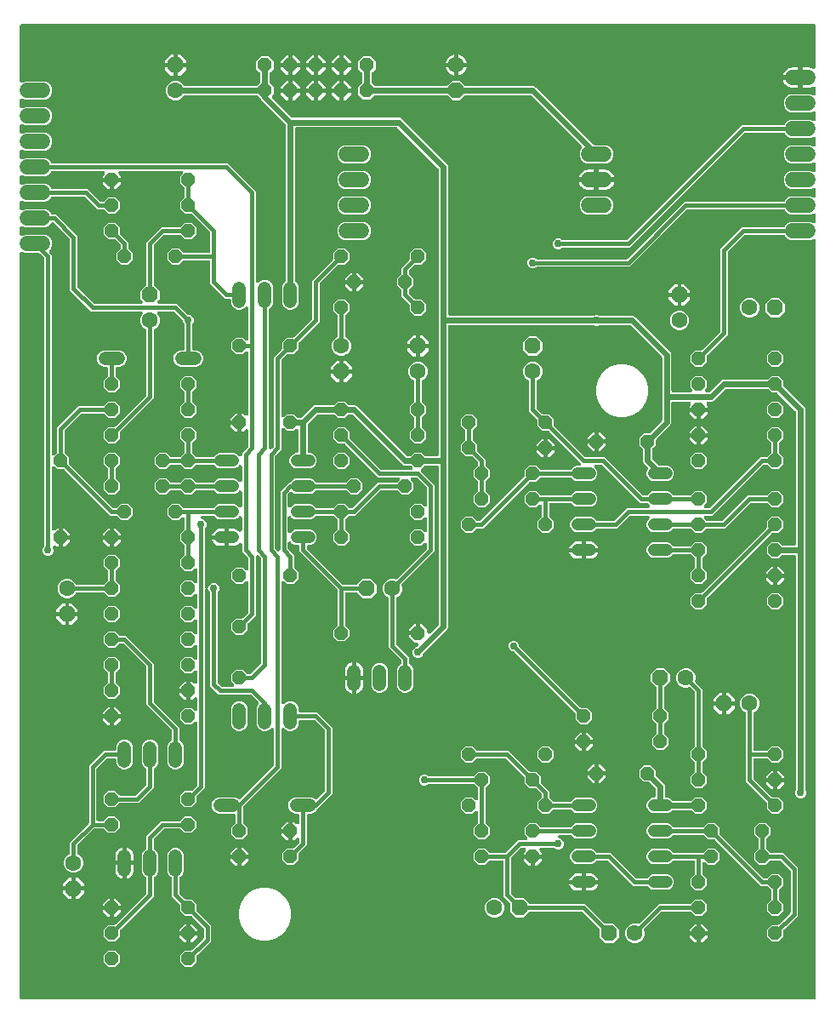
<source format=gtl>
G04 EAGLE Gerber RS-274X export*
G75*
%MOMM*%
%FSLAX34Y34*%
%LPD*%
%INTop Copper*%
%IPPOS*%
%AMOC8*
5,1,8,0,0,1.08239X$1,22.5*%
G01*
%ADD10C,1.208000*%
%ADD11P,1.429621X8X202.500000*%
%ADD12P,1.429621X8X22.500000*%
%ADD13P,1.732040X8X202.500000*%
%ADD14C,1.600200*%
%ADD15P,1.732040X8X22.500000*%
%ADD16P,1.732040X8X292.500000*%
%ADD17P,1.732040X8X112.500000*%
%ADD18P,1.539592X8X22.500000*%
%ADD19P,1.429621X8X112.500000*%
%ADD20C,1.320800*%
%ADD21P,1.429621X8X292.500000*%
%ADD22C,1.524000*%
%ADD23C,0.756400*%
%ADD24C,0.406400*%
%ADD25C,0.609600*%

G36*
X800626Y10163D02*
X800626Y10163D01*
X800644Y10161D01*
X800826Y10182D01*
X801009Y10201D01*
X801026Y10206D01*
X801043Y10208D01*
X801218Y10265D01*
X801394Y10319D01*
X801409Y10327D01*
X801426Y10333D01*
X801586Y10423D01*
X801748Y10511D01*
X801761Y10522D01*
X801777Y10531D01*
X801916Y10651D01*
X802057Y10768D01*
X802068Y10782D01*
X802082Y10794D01*
X802194Y10939D01*
X802309Y11082D01*
X802317Y11098D01*
X802328Y11112D01*
X802410Y11277D01*
X802495Y11439D01*
X802500Y11456D01*
X802508Y11472D01*
X802555Y11651D01*
X802606Y11826D01*
X802608Y11844D01*
X802612Y11861D01*
X802639Y12192D01*
X802639Y764918D01*
X802638Y764931D01*
X802639Y764945D01*
X802618Y765131D01*
X802599Y765318D01*
X802595Y765331D01*
X802594Y765345D01*
X802536Y765524D01*
X802481Y765703D01*
X802475Y765715D01*
X802471Y765728D01*
X802379Y765893D01*
X802289Y766057D01*
X802281Y766068D01*
X802274Y766079D01*
X802152Y766223D01*
X802032Y766367D01*
X802021Y766375D01*
X802013Y766385D01*
X801864Y766502D01*
X801718Y766619D01*
X801706Y766625D01*
X801696Y766633D01*
X801526Y766718D01*
X801361Y766805D01*
X801348Y766808D01*
X801336Y766814D01*
X801153Y766864D01*
X800974Y766916D01*
X800960Y766917D01*
X800947Y766921D01*
X800759Y766933D01*
X800572Y766949D01*
X800559Y766947D01*
X800546Y766948D01*
X800358Y766924D01*
X800173Y766902D01*
X800160Y766898D01*
X800147Y766896D01*
X799831Y766794D01*
X796839Y765555D01*
X777961Y765555D01*
X774600Y766947D01*
X772027Y769520D01*
X771874Y769889D01*
X771864Y769909D01*
X771857Y769930D01*
X771769Y770086D01*
X771684Y770244D01*
X771670Y770261D01*
X771659Y770281D01*
X771542Y770417D01*
X771428Y770555D01*
X771411Y770569D01*
X771396Y770586D01*
X771255Y770695D01*
X771115Y770808D01*
X771095Y770819D01*
X771078Y770832D01*
X770918Y770912D01*
X770759Y770995D01*
X770737Y771002D01*
X770717Y771012D01*
X770544Y771058D01*
X770372Y771108D01*
X770350Y771110D01*
X770329Y771116D01*
X769998Y771143D01*
X732565Y771143D01*
X732538Y771141D01*
X732511Y771143D01*
X732337Y771121D01*
X732164Y771103D01*
X732139Y771096D01*
X732112Y771092D01*
X731946Y771037D01*
X731779Y770985D01*
X731756Y770972D01*
X731730Y770964D01*
X731579Y770877D01*
X731425Y770793D01*
X731405Y770776D01*
X731381Y770763D01*
X731128Y770548D01*
X715352Y754772D01*
X715335Y754751D01*
X715314Y754733D01*
X715207Y754596D01*
X715097Y754460D01*
X715084Y754437D01*
X715068Y754415D01*
X714990Y754258D01*
X714908Y754104D01*
X714900Y754079D01*
X714888Y754055D01*
X714843Y753885D01*
X714793Y753719D01*
X714791Y753692D01*
X714784Y753666D01*
X714757Y753335D01*
X714757Y671627D01*
X694524Y651394D01*
X694507Y651373D01*
X694486Y651355D01*
X694379Y651218D01*
X694269Y651082D01*
X694256Y651059D01*
X694240Y651037D01*
X694162Y650880D01*
X694080Y650726D01*
X694072Y650701D01*
X694060Y650677D01*
X694015Y650507D01*
X693965Y650341D01*
X693963Y650314D01*
X693956Y650288D01*
X693929Y649957D01*
X693929Y644333D01*
X689167Y639571D01*
X682433Y639571D01*
X677671Y644333D01*
X677671Y651067D01*
X682433Y655829D01*
X688057Y655829D01*
X688084Y655831D01*
X688111Y655829D01*
X688285Y655851D01*
X688458Y655869D01*
X688483Y655876D01*
X688510Y655880D01*
X688676Y655935D01*
X688843Y655987D01*
X688866Y656000D01*
X688892Y656008D01*
X689043Y656095D01*
X689197Y656179D01*
X689217Y656196D01*
X689241Y656209D01*
X689494Y656424D01*
X707048Y673978D01*
X707065Y673999D01*
X707086Y674017D01*
X707193Y674154D01*
X707303Y674290D01*
X707316Y674313D01*
X707332Y674335D01*
X707410Y674492D01*
X707492Y674646D01*
X707500Y674671D01*
X707512Y674695D01*
X707557Y674865D01*
X707607Y675031D01*
X707609Y675058D01*
X707616Y675084D01*
X707643Y675415D01*
X707643Y757123D01*
X728777Y778257D01*
X769998Y778257D01*
X770020Y778259D01*
X770042Y778257D01*
X770220Y778279D01*
X770398Y778297D01*
X770420Y778303D01*
X770442Y778306D01*
X770612Y778362D01*
X770783Y778415D01*
X770803Y778425D01*
X770824Y778432D01*
X770980Y778521D01*
X771137Y778607D01*
X771155Y778621D01*
X771174Y778632D01*
X771309Y778750D01*
X771447Y778864D01*
X771461Y778882D01*
X771477Y778896D01*
X771587Y779039D01*
X771699Y779178D01*
X771709Y779198D01*
X771723Y779216D01*
X771874Y779511D01*
X772027Y779880D01*
X774600Y782453D01*
X777961Y783845D01*
X796839Y783845D01*
X799831Y782606D01*
X799844Y782602D01*
X799855Y782595D01*
X800035Y782544D01*
X800216Y782489D01*
X800229Y782488D01*
X800242Y782484D01*
X800430Y782469D01*
X800617Y782451D01*
X800630Y782452D01*
X800644Y782451D01*
X800830Y782473D01*
X801017Y782493D01*
X801030Y782497D01*
X801043Y782498D01*
X801222Y782556D01*
X801402Y782612D01*
X801413Y782619D01*
X801426Y782623D01*
X801590Y782715D01*
X801755Y782806D01*
X801765Y782814D01*
X801777Y782821D01*
X801919Y782943D01*
X802063Y783065D01*
X802071Y783075D01*
X802082Y783084D01*
X802196Y783232D01*
X802314Y783380D01*
X802320Y783392D01*
X802328Y783402D01*
X802412Y783570D01*
X802498Y783738D01*
X802502Y783751D01*
X802508Y783763D01*
X802557Y783945D01*
X802608Y784125D01*
X802609Y784138D01*
X802612Y784151D01*
X802639Y784482D01*
X802639Y790318D01*
X802638Y790331D01*
X802639Y790344D01*
X802618Y790531D01*
X802599Y790718D01*
X802595Y790731D01*
X802594Y790745D01*
X802536Y790923D01*
X802481Y791103D01*
X802475Y791115D01*
X802471Y791128D01*
X802379Y791292D01*
X802289Y791457D01*
X802281Y791468D01*
X802274Y791479D01*
X802152Y791623D01*
X802032Y791767D01*
X802021Y791775D01*
X802013Y791785D01*
X801864Y791901D01*
X801718Y792019D01*
X801706Y792025D01*
X801696Y792033D01*
X801527Y792118D01*
X801361Y792204D01*
X801348Y792208D01*
X801336Y792214D01*
X801154Y792264D01*
X800974Y792316D01*
X800960Y792317D01*
X800947Y792321D01*
X800759Y792333D01*
X800572Y792349D01*
X800559Y792347D01*
X800546Y792348D01*
X800358Y792324D01*
X800173Y792302D01*
X800160Y792298D01*
X800147Y792296D01*
X799831Y792194D01*
X799443Y792034D01*
X796839Y790955D01*
X777961Y790955D01*
X774600Y792347D01*
X772027Y794920D01*
X771874Y795289D01*
X771864Y795309D01*
X771857Y795330D01*
X771769Y795486D01*
X771684Y795644D01*
X771670Y795661D01*
X771659Y795681D01*
X771542Y795817D01*
X771428Y795955D01*
X771411Y795969D01*
X771396Y795986D01*
X771255Y796095D01*
X771115Y796208D01*
X771095Y796219D01*
X771078Y796232D01*
X770918Y796312D01*
X770759Y796395D01*
X770737Y796402D01*
X770717Y796412D01*
X770544Y796458D01*
X770372Y796508D01*
X770350Y796510D01*
X770329Y796516D01*
X769998Y796543D01*
X675415Y796543D01*
X675388Y796541D01*
X675361Y796543D01*
X675187Y796521D01*
X675014Y796503D01*
X674989Y796496D01*
X674962Y796492D01*
X674796Y796437D01*
X674629Y796385D01*
X674606Y796372D01*
X674580Y796364D01*
X674429Y796277D01*
X674275Y796193D01*
X674255Y796176D01*
X674231Y796163D01*
X673978Y795948D01*
X617423Y739393D01*
X525490Y739393D01*
X525463Y739391D01*
X525436Y739393D01*
X525262Y739371D01*
X525089Y739353D01*
X525063Y739346D01*
X525037Y739342D01*
X524871Y739287D01*
X524704Y739235D01*
X524680Y739222D01*
X524655Y739214D01*
X524503Y739127D01*
X524350Y739043D01*
X524329Y739026D01*
X524306Y739013D01*
X524053Y738798D01*
X523706Y738451D01*
X521756Y737643D01*
X519644Y737643D01*
X517694Y738451D01*
X516201Y739944D01*
X515393Y741894D01*
X515393Y744006D01*
X516201Y745956D01*
X517694Y747449D01*
X519644Y748257D01*
X521756Y748257D01*
X523706Y747449D01*
X524053Y747102D01*
X524074Y747085D01*
X524091Y747064D01*
X524229Y746957D01*
X524365Y746847D01*
X524388Y746834D01*
X524409Y746818D01*
X524566Y746740D01*
X524720Y746658D01*
X524746Y746650D01*
X524770Y746638D01*
X524939Y746593D01*
X525106Y746543D01*
X525133Y746541D01*
X525159Y746534D01*
X525490Y746507D01*
X613635Y746507D01*
X613662Y746509D01*
X613689Y746507D01*
X613863Y746529D01*
X614036Y746547D01*
X614061Y746554D01*
X614088Y746558D01*
X614254Y746613D01*
X614421Y746665D01*
X614444Y746678D01*
X614470Y746686D01*
X614621Y746773D01*
X614775Y746857D01*
X614795Y746874D01*
X614819Y746887D01*
X615072Y747102D01*
X671627Y803657D01*
X769998Y803657D01*
X770020Y803659D01*
X770042Y803657D01*
X770220Y803679D01*
X770398Y803697D01*
X770420Y803703D01*
X770442Y803706D01*
X770612Y803762D01*
X770783Y803815D01*
X770803Y803825D01*
X770824Y803832D01*
X770980Y803921D01*
X771137Y804007D01*
X771155Y804021D01*
X771174Y804032D01*
X771309Y804150D01*
X771447Y804264D01*
X771461Y804282D01*
X771477Y804296D01*
X771587Y804439D01*
X771699Y804578D01*
X771709Y804598D01*
X771723Y804616D01*
X771874Y804911D01*
X772027Y805280D01*
X774600Y807853D01*
X776404Y808600D01*
X776405Y808600D01*
X777961Y809245D01*
X796839Y809245D01*
X799831Y808006D01*
X799844Y808002D01*
X799855Y807996D01*
X800036Y807944D01*
X800216Y807889D01*
X800229Y807888D01*
X800242Y807884D01*
X800430Y807869D01*
X800617Y807851D01*
X800630Y807852D01*
X800644Y807851D01*
X800831Y807873D01*
X801017Y807893D01*
X801030Y807897D01*
X801043Y807898D01*
X801223Y807957D01*
X801402Y808012D01*
X801413Y808019D01*
X801426Y808023D01*
X801591Y808116D01*
X801755Y808206D01*
X801765Y808214D01*
X801777Y808221D01*
X801919Y808344D01*
X802063Y808465D01*
X802071Y808475D01*
X802082Y808484D01*
X802197Y808633D01*
X802314Y808780D01*
X802320Y808792D01*
X802328Y808802D01*
X802412Y808971D01*
X802498Y809138D01*
X802502Y809151D01*
X802508Y809163D01*
X802557Y809346D01*
X802608Y809525D01*
X802609Y809538D01*
X802612Y809551D01*
X802639Y809882D01*
X802639Y815718D01*
X802638Y815731D01*
X802639Y815744D01*
X802618Y815931D01*
X802599Y816118D01*
X802595Y816131D01*
X802594Y816145D01*
X802536Y816323D01*
X802481Y816503D01*
X802475Y816515D01*
X802471Y816528D01*
X802379Y816692D01*
X802289Y816857D01*
X802281Y816868D01*
X802274Y816879D01*
X802152Y817023D01*
X802032Y817167D01*
X802021Y817175D01*
X802013Y817185D01*
X801864Y817301D01*
X801718Y817419D01*
X801706Y817425D01*
X801696Y817433D01*
X801527Y817518D01*
X801361Y817604D01*
X801348Y817608D01*
X801336Y817614D01*
X801154Y817664D01*
X800974Y817716D01*
X800960Y817717D01*
X800947Y817721D01*
X800759Y817733D01*
X800572Y817749D01*
X800559Y817747D01*
X800546Y817748D01*
X800358Y817724D01*
X800173Y817702D01*
X800160Y817698D01*
X800147Y817696D01*
X799831Y817594D01*
X796839Y816355D01*
X777961Y816355D01*
X774600Y817747D01*
X772027Y820320D01*
X770635Y823681D01*
X770635Y827319D01*
X772027Y830680D01*
X774600Y833253D01*
X777961Y834645D01*
X796839Y834645D01*
X799831Y833406D01*
X799844Y833402D01*
X799855Y833396D01*
X800036Y833344D01*
X800216Y833289D01*
X800229Y833288D01*
X800242Y833284D01*
X800430Y833269D01*
X800617Y833251D01*
X800630Y833252D01*
X800644Y833251D01*
X800831Y833273D01*
X801017Y833293D01*
X801030Y833297D01*
X801043Y833298D01*
X801223Y833357D01*
X801402Y833412D01*
X801413Y833419D01*
X801426Y833423D01*
X801591Y833516D01*
X801755Y833606D01*
X801765Y833614D01*
X801777Y833621D01*
X801919Y833744D01*
X802063Y833865D01*
X802071Y833875D01*
X802082Y833884D01*
X802197Y834033D01*
X802314Y834180D01*
X802320Y834192D01*
X802328Y834202D01*
X802412Y834371D01*
X802498Y834538D01*
X802502Y834551D01*
X802508Y834563D01*
X802557Y834746D01*
X802608Y834925D01*
X802609Y834938D01*
X802612Y834951D01*
X802639Y835282D01*
X802639Y841118D01*
X802638Y841131D01*
X802639Y841144D01*
X802618Y841331D01*
X802599Y841518D01*
X802595Y841531D01*
X802594Y841545D01*
X802536Y841723D01*
X802481Y841903D01*
X802475Y841915D01*
X802471Y841928D01*
X802379Y842092D01*
X802289Y842257D01*
X802281Y842268D01*
X802274Y842279D01*
X802152Y842423D01*
X802032Y842567D01*
X802021Y842575D01*
X802013Y842585D01*
X801864Y842701D01*
X801718Y842819D01*
X801706Y842825D01*
X801696Y842833D01*
X801527Y842918D01*
X801361Y843004D01*
X801348Y843008D01*
X801336Y843014D01*
X801154Y843064D01*
X800974Y843116D01*
X800960Y843117D01*
X800947Y843121D01*
X800759Y843133D01*
X800572Y843149D01*
X800559Y843147D01*
X800546Y843148D01*
X800358Y843124D01*
X800173Y843102D01*
X800160Y843098D01*
X800147Y843096D01*
X799831Y842994D01*
X796839Y841755D01*
X777961Y841755D01*
X774600Y843147D01*
X772027Y845720D01*
X770635Y849081D01*
X770635Y852719D01*
X772027Y856080D01*
X774600Y858653D01*
X777961Y860045D01*
X796839Y860045D01*
X799831Y858806D01*
X799844Y858802D01*
X799855Y858796D01*
X800036Y858744D01*
X800216Y858689D01*
X800229Y858688D01*
X800242Y858684D01*
X800430Y858669D01*
X800617Y858651D01*
X800630Y858652D01*
X800644Y858651D01*
X800831Y858673D01*
X801017Y858693D01*
X801030Y858697D01*
X801043Y858698D01*
X801223Y858757D01*
X801402Y858812D01*
X801413Y858819D01*
X801426Y858823D01*
X801591Y858916D01*
X801755Y859006D01*
X801765Y859014D01*
X801777Y859021D01*
X801919Y859144D01*
X802063Y859265D01*
X802071Y859275D01*
X802082Y859284D01*
X802197Y859433D01*
X802314Y859580D01*
X802320Y859592D01*
X802328Y859602D01*
X802412Y859771D01*
X802498Y859938D01*
X802502Y859951D01*
X802508Y859963D01*
X802556Y860145D01*
X802608Y860325D01*
X802609Y860338D01*
X802612Y860351D01*
X802639Y860682D01*
X802639Y866518D01*
X802638Y866531D01*
X802639Y866545D01*
X802618Y866731D01*
X802599Y866918D01*
X802595Y866931D01*
X802594Y866945D01*
X802536Y867124D01*
X802481Y867303D01*
X802475Y867315D01*
X802471Y867328D01*
X802379Y867493D01*
X802289Y867657D01*
X802281Y867668D01*
X802274Y867679D01*
X802152Y867823D01*
X802032Y867967D01*
X802021Y867975D01*
X802013Y867985D01*
X801865Y868101D01*
X801718Y868219D01*
X801706Y868225D01*
X801696Y868233D01*
X801526Y868318D01*
X801361Y868405D01*
X801348Y868408D01*
X801336Y868414D01*
X801153Y868464D01*
X800974Y868516D01*
X800960Y868517D01*
X800947Y868521D01*
X800759Y868533D01*
X800572Y868549D01*
X800559Y868547D01*
X800546Y868548D01*
X800358Y868524D01*
X800173Y868502D01*
X800160Y868498D01*
X800147Y868496D01*
X799831Y868394D01*
X796839Y867155D01*
X777961Y867155D01*
X774600Y868547D01*
X772027Y871120D01*
X771874Y871489D01*
X771864Y871509D01*
X771857Y871530D01*
X771769Y871686D01*
X771684Y871844D01*
X771670Y871861D01*
X771659Y871881D01*
X771542Y872017D01*
X771428Y872155D01*
X771411Y872169D01*
X771396Y872186D01*
X771255Y872295D01*
X771115Y872408D01*
X771095Y872419D01*
X771078Y872432D01*
X770918Y872512D01*
X770759Y872595D01*
X770737Y872602D01*
X770717Y872612D01*
X770544Y872658D01*
X770372Y872708D01*
X770350Y872710D01*
X770329Y872716D01*
X769998Y872743D01*
X732565Y872743D01*
X732538Y872741D01*
X732511Y872743D01*
X732337Y872721D01*
X732164Y872703D01*
X732139Y872696D01*
X732112Y872692D01*
X731946Y872637D01*
X731779Y872585D01*
X731756Y872572D01*
X731730Y872564D01*
X731579Y872477D01*
X731425Y872393D01*
X731405Y872376D01*
X731381Y872363D01*
X731128Y872148D01*
X617423Y758443D01*
X550890Y758443D01*
X550863Y758441D01*
X550836Y758443D01*
X550662Y758421D01*
X550489Y758403D01*
X550463Y758396D01*
X550437Y758392D01*
X550271Y758337D01*
X550104Y758285D01*
X550080Y758272D01*
X550055Y758264D01*
X549903Y758177D01*
X549750Y758093D01*
X549729Y758076D01*
X549706Y758063D01*
X549453Y757848D01*
X549106Y757501D01*
X547156Y756693D01*
X545044Y756693D01*
X543094Y757501D01*
X541601Y758994D01*
X540793Y760944D01*
X540793Y763056D01*
X541601Y765006D01*
X543094Y766499D01*
X545044Y767307D01*
X547156Y767307D01*
X549106Y766499D01*
X549453Y766152D01*
X549474Y766135D01*
X549491Y766114D01*
X549629Y766007D01*
X549765Y765897D01*
X549788Y765884D01*
X549809Y765868D01*
X549966Y765790D01*
X550120Y765708D01*
X550146Y765700D01*
X550170Y765688D01*
X550339Y765643D01*
X550506Y765593D01*
X550533Y765591D01*
X550559Y765584D01*
X550890Y765557D01*
X613635Y765557D01*
X613662Y765559D01*
X613689Y765557D01*
X613863Y765579D01*
X614036Y765597D01*
X614061Y765604D01*
X614088Y765608D01*
X614254Y765663D01*
X614421Y765715D01*
X614444Y765728D01*
X614470Y765736D01*
X614621Y765823D01*
X614775Y765907D01*
X614795Y765924D01*
X614819Y765937D01*
X615072Y766152D01*
X728777Y879857D01*
X769998Y879857D01*
X770020Y879859D01*
X770042Y879857D01*
X770220Y879879D01*
X770398Y879897D01*
X770420Y879903D01*
X770442Y879906D01*
X770612Y879962D01*
X770783Y880015D01*
X770803Y880025D01*
X770824Y880032D01*
X770980Y880121D01*
X771137Y880207D01*
X771155Y880221D01*
X771174Y880232D01*
X771309Y880350D01*
X771447Y880464D01*
X771461Y880482D01*
X771477Y880496D01*
X771587Y880639D01*
X771699Y880778D01*
X771709Y880798D01*
X771723Y880816D01*
X771874Y881111D01*
X772027Y881480D01*
X774600Y884053D01*
X777961Y885445D01*
X796839Y885445D01*
X799831Y884206D01*
X799844Y884202D01*
X799855Y884195D01*
X800035Y884144D01*
X800216Y884089D01*
X800229Y884088D01*
X800242Y884084D01*
X800430Y884069D01*
X800617Y884051D01*
X800630Y884052D01*
X800644Y884051D01*
X800830Y884073D01*
X801017Y884093D01*
X801030Y884097D01*
X801043Y884098D01*
X801222Y884156D01*
X801402Y884212D01*
X801413Y884219D01*
X801426Y884223D01*
X801590Y884315D01*
X801755Y884406D01*
X801765Y884414D01*
X801777Y884421D01*
X801919Y884543D01*
X802063Y884665D01*
X802071Y884675D01*
X802082Y884684D01*
X802196Y884832D01*
X802314Y884980D01*
X802320Y884992D01*
X802328Y885002D01*
X802412Y885170D01*
X802498Y885338D01*
X802502Y885351D01*
X802508Y885363D01*
X802557Y885545D01*
X802608Y885725D01*
X802609Y885738D01*
X802612Y885751D01*
X802639Y886082D01*
X802639Y891918D01*
X802638Y891931D01*
X802639Y891945D01*
X802618Y892131D01*
X802599Y892318D01*
X802595Y892331D01*
X802594Y892345D01*
X802536Y892524D01*
X802481Y892703D01*
X802475Y892715D01*
X802471Y892728D01*
X802379Y892893D01*
X802289Y893057D01*
X802281Y893068D01*
X802274Y893079D01*
X802152Y893223D01*
X802032Y893367D01*
X802021Y893375D01*
X802013Y893385D01*
X801864Y893502D01*
X801718Y893619D01*
X801706Y893625D01*
X801696Y893633D01*
X801526Y893718D01*
X801361Y893805D01*
X801348Y893808D01*
X801336Y893814D01*
X801153Y893864D01*
X800974Y893916D01*
X800960Y893917D01*
X800947Y893921D01*
X800759Y893933D01*
X800572Y893949D01*
X800559Y893947D01*
X800546Y893948D01*
X800358Y893924D01*
X800173Y893902D01*
X800160Y893898D01*
X800147Y893896D01*
X799831Y893794D01*
X796839Y892555D01*
X777961Y892555D01*
X774600Y893947D01*
X772027Y896520D01*
X770635Y899881D01*
X770635Y903519D01*
X772027Y906880D01*
X774600Y909453D01*
X776314Y910162D01*
X776314Y910163D01*
X777961Y910845D01*
X796839Y910845D01*
X799831Y909606D01*
X799844Y909602D01*
X799855Y909595D01*
X800035Y909544D01*
X800216Y909489D01*
X800229Y909488D01*
X800242Y909484D01*
X800430Y909469D01*
X800617Y909451D01*
X800630Y909452D01*
X800644Y909451D01*
X800830Y909473D01*
X801017Y909493D01*
X801030Y909497D01*
X801043Y909498D01*
X801222Y909556D01*
X801402Y909612D01*
X801413Y909619D01*
X801426Y909623D01*
X801590Y909715D01*
X801755Y909806D01*
X801765Y909814D01*
X801777Y909821D01*
X801919Y909943D01*
X802063Y910065D01*
X802071Y910075D01*
X802082Y910084D01*
X802196Y910232D01*
X802314Y910380D01*
X802320Y910392D01*
X802328Y910402D01*
X802412Y910570D01*
X802498Y910738D01*
X802502Y910751D01*
X802508Y910763D01*
X802557Y910945D01*
X802608Y911125D01*
X802609Y911138D01*
X802612Y911151D01*
X802639Y911482D01*
X802639Y916264D01*
X802630Y916357D01*
X802631Y916450D01*
X802610Y916557D01*
X802599Y916664D01*
X802572Y916754D01*
X802554Y916845D01*
X802513Y916946D01*
X802481Y917049D01*
X802437Y917131D01*
X802401Y917218D01*
X802341Y917308D01*
X802289Y917403D01*
X802230Y917475D01*
X802178Y917553D01*
X802101Y917629D01*
X802032Y917713D01*
X801959Y917771D01*
X801893Y917837D01*
X801802Y917897D01*
X801718Y917965D01*
X801635Y918008D01*
X801558Y918060D01*
X801457Y918101D01*
X801361Y918151D01*
X801271Y918176D01*
X801185Y918212D01*
X801078Y918232D01*
X800974Y918262D01*
X800881Y918270D01*
X800789Y918287D01*
X800681Y918286D01*
X800572Y918295D01*
X800480Y918284D01*
X800387Y918283D01*
X800280Y918261D01*
X800173Y918248D01*
X800084Y918219D01*
X799993Y918200D01*
X799869Y918149D01*
X799790Y918123D01*
X799747Y918099D01*
X799686Y918074D01*
X798920Y917684D01*
X797399Y917189D01*
X795820Y916939D01*
X789939Y916939D01*
X789939Y926592D01*
X789937Y926610D01*
X789939Y926627D01*
X789918Y926809D01*
X789899Y926992D01*
X789894Y927009D01*
X789892Y927027D01*
X789867Y927105D01*
X789906Y927242D01*
X789908Y927260D01*
X789912Y927277D01*
X789939Y927608D01*
X789939Y937261D01*
X795820Y937261D01*
X797399Y937011D01*
X798920Y936516D01*
X799686Y936126D01*
X799773Y936092D01*
X799855Y936049D01*
X799960Y936019D01*
X800061Y935980D01*
X800153Y935964D01*
X800242Y935938D01*
X800351Y935929D01*
X800457Y935910D01*
X800551Y935913D01*
X800644Y935905D01*
X800751Y935918D01*
X800860Y935921D01*
X800951Y935941D01*
X801043Y935952D01*
X801147Y935986D01*
X801253Y936010D01*
X801338Y936048D01*
X801426Y936077D01*
X801521Y936130D01*
X801620Y936175D01*
X801696Y936229D01*
X801777Y936275D01*
X801859Y936346D01*
X801947Y936409D01*
X802011Y936477D01*
X802082Y936538D01*
X802148Y936624D01*
X802222Y936703D01*
X802271Y936783D01*
X802328Y936856D01*
X802377Y936953D01*
X802434Y937046D01*
X802466Y937133D01*
X802508Y937217D01*
X802536Y937322D01*
X802573Y937423D01*
X802588Y937515D01*
X802612Y937605D01*
X802623Y937739D01*
X802636Y937821D01*
X802634Y937871D01*
X802639Y937936D01*
X802639Y978408D01*
X802637Y978426D01*
X802639Y978444D01*
X802618Y978626D01*
X802599Y978809D01*
X802594Y978826D01*
X802592Y978843D01*
X802535Y979018D01*
X802481Y979194D01*
X802473Y979209D01*
X802467Y979226D01*
X802377Y979386D01*
X802289Y979548D01*
X802278Y979561D01*
X802269Y979577D01*
X802149Y979716D01*
X802032Y979857D01*
X802018Y979868D01*
X802006Y979882D01*
X801861Y979994D01*
X801718Y980109D01*
X801702Y980117D01*
X801688Y980128D01*
X801523Y980210D01*
X801361Y980295D01*
X801344Y980300D01*
X801328Y980308D01*
X801149Y980355D01*
X800974Y980406D01*
X800956Y980408D01*
X800939Y980412D01*
X800608Y980439D01*
X12192Y980439D01*
X12174Y980437D01*
X12156Y980439D01*
X11974Y980418D01*
X11791Y980399D01*
X11774Y980394D01*
X11757Y980392D01*
X11582Y980335D01*
X11406Y980281D01*
X11391Y980273D01*
X11374Y980267D01*
X11214Y980177D01*
X11052Y980089D01*
X11039Y980078D01*
X11023Y980069D01*
X10884Y979949D01*
X10743Y979832D01*
X10732Y979818D01*
X10718Y979806D01*
X10606Y979661D01*
X10491Y979518D01*
X10483Y979502D01*
X10472Y979488D01*
X10390Y979323D01*
X10305Y979161D01*
X10300Y979144D01*
X10292Y979128D01*
X10245Y978949D01*
X10194Y978774D01*
X10192Y978756D01*
X10188Y978739D01*
X10161Y978408D01*
X10161Y924182D01*
X10162Y924169D01*
X10161Y924155D01*
X10182Y923969D01*
X10201Y923782D01*
X10205Y923769D01*
X10206Y923755D01*
X10264Y923576D01*
X10319Y923397D01*
X10325Y923385D01*
X10329Y923372D01*
X10421Y923207D01*
X10511Y923043D01*
X10519Y923032D01*
X10526Y923021D01*
X10648Y922877D01*
X10768Y922733D01*
X10779Y922725D01*
X10787Y922715D01*
X10936Y922598D01*
X11082Y922481D01*
X11094Y922475D01*
X11104Y922467D01*
X11274Y922382D01*
X11439Y922295D01*
X11452Y922292D01*
X11464Y922286D01*
X11647Y922236D01*
X11826Y922184D01*
X11840Y922183D01*
X11853Y922179D01*
X12041Y922167D01*
X12228Y922151D01*
X12241Y922153D01*
X12254Y922152D01*
X12442Y922176D01*
X12627Y922198D01*
X12640Y922202D01*
X12653Y922204D01*
X12969Y922306D01*
X15961Y923545D01*
X34839Y923545D01*
X38200Y922153D01*
X40773Y919580D01*
X42165Y916219D01*
X42165Y912581D01*
X40773Y909220D01*
X38200Y906647D01*
X34839Y905255D01*
X15961Y905255D01*
X12969Y906494D01*
X12956Y906498D01*
X12945Y906505D01*
X12765Y906556D01*
X12584Y906611D01*
X12571Y906612D01*
X12558Y906616D01*
X12370Y906631D01*
X12183Y906649D01*
X12170Y906648D01*
X12156Y906649D01*
X11970Y906627D01*
X11783Y906607D01*
X11770Y906603D01*
X11757Y906602D01*
X11578Y906544D01*
X11398Y906488D01*
X11387Y906481D01*
X11374Y906477D01*
X11210Y906385D01*
X11045Y906294D01*
X11035Y906286D01*
X11023Y906279D01*
X10881Y906157D01*
X10737Y906035D01*
X10729Y906025D01*
X10718Y906016D01*
X10603Y905868D01*
X10486Y905720D01*
X10480Y905708D01*
X10472Y905698D01*
X10388Y905530D01*
X10302Y905362D01*
X10298Y905349D01*
X10292Y905337D01*
X10243Y905155D01*
X10192Y904975D01*
X10191Y904962D01*
X10188Y904949D01*
X10161Y904618D01*
X10161Y898782D01*
X10162Y898769D01*
X10161Y898755D01*
X10182Y898569D01*
X10201Y898382D01*
X10205Y898369D01*
X10206Y898355D01*
X10264Y898176D01*
X10319Y897997D01*
X10325Y897985D01*
X10329Y897972D01*
X10421Y897807D01*
X10511Y897643D01*
X10519Y897632D01*
X10526Y897621D01*
X10648Y897477D01*
X10768Y897333D01*
X10779Y897325D01*
X10787Y897315D01*
X10936Y897198D01*
X11082Y897081D01*
X11094Y897075D01*
X11104Y897067D01*
X11274Y896982D01*
X11439Y896895D01*
X11452Y896892D01*
X11464Y896886D01*
X11647Y896836D01*
X11826Y896784D01*
X11840Y896783D01*
X11853Y896779D01*
X12041Y896767D01*
X12228Y896751D01*
X12241Y896753D01*
X12254Y896752D01*
X12442Y896776D01*
X12627Y896798D01*
X12640Y896802D01*
X12653Y896804D01*
X12969Y896906D01*
X15961Y898145D01*
X34839Y898145D01*
X38200Y896753D01*
X40773Y894180D01*
X42165Y890819D01*
X42165Y887181D01*
X40773Y883820D01*
X38200Y881247D01*
X34839Y879855D01*
X15961Y879855D01*
X12969Y881094D01*
X12956Y881098D01*
X12945Y881105D01*
X12765Y881156D01*
X12584Y881211D01*
X12571Y881212D01*
X12558Y881216D01*
X12370Y881231D01*
X12183Y881249D01*
X12170Y881248D01*
X12156Y881249D01*
X11970Y881227D01*
X11783Y881207D01*
X11770Y881203D01*
X11757Y881202D01*
X11578Y881144D01*
X11398Y881088D01*
X11387Y881081D01*
X11374Y881077D01*
X11210Y880985D01*
X11045Y880894D01*
X11035Y880886D01*
X11023Y880879D01*
X10881Y880757D01*
X10737Y880635D01*
X10729Y880625D01*
X10718Y880616D01*
X10604Y880468D01*
X10486Y880320D01*
X10480Y880308D01*
X10472Y880298D01*
X10388Y880130D01*
X10302Y879962D01*
X10298Y879949D01*
X10292Y879937D01*
X10243Y879755D01*
X10192Y879575D01*
X10191Y879562D01*
X10188Y879549D01*
X10161Y879218D01*
X10161Y873382D01*
X10162Y873369D01*
X10161Y873355D01*
X10182Y873169D01*
X10201Y872982D01*
X10205Y872969D01*
X10206Y872955D01*
X10264Y872776D01*
X10319Y872597D01*
X10325Y872585D01*
X10329Y872572D01*
X10421Y872407D01*
X10511Y872243D01*
X10519Y872232D01*
X10526Y872221D01*
X10648Y872077D01*
X10768Y871933D01*
X10779Y871925D01*
X10787Y871915D01*
X10936Y871798D01*
X11082Y871681D01*
X11094Y871675D01*
X11104Y871667D01*
X11274Y871582D01*
X11439Y871495D01*
X11452Y871492D01*
X11464Y871486D01*
X11647Y871436D01*
X11826Y871384D01*
X11840Y871383D01*
X11853Y871379D01*
X12041Y871367D01*
X12228Y871351D01*
X12241Y871353D01*
X12254Y871352D01*
X12442Y871376D01*
X12627Y871398D01*
X12640Y871402D01*
X12653Y871404D01*
X12969Y871506D01*
X15961Y872745D01*
X34839Y872745D01*
X38200Y871353D01*
X40773Y868780D01*
X42165Y865419D01*
X42165Y861781D01*
X40773Y858420D01*
X38200Y855847D01*
X34839Y854455D01*
X15961Y854455D01*
X12969Y855694D01*
X12956Y855698D01*
X12945Y855705D01*
X12765Y855756D01*
X12584Y855811D01*
X12571Y855812D01*
X12558Y855816D01*
X12370Y855831D01*
X12183Y855849D01*
X12170Y855848D01*
X12156Y855849D01*
X11970Y855827D01*
X11783Y855807D01*
X11770Y855803D01*
X11757Y855802D01*
X11578Y855744D01*
X11398Y855688D01*
X11387Y855681D01*
X11374Y855677D01*
X11210Y855585D01*
X11045Y855494D01*
X11035Y855486D01*
X11023Y855479D01*
X10881Y855357D01*
X10737Y855235D01*
X10729Y855225D01*
X10718Y855216D01*
X10604Y855068D01*
X10486Y854920D01*
X10480Y854908D01*
X10472Y854898D01*
X10388Y854730D01*
X10302Y854562D01*
X10298Y854549D01*
X10292Y854537D01*
X10243Y854355D01*
X10192Y854175D01*
X10191Y854162D01*
X10188Y854149D01*
X10161Y853818D01*
X10161Y847982D01*
X10162Y847969D01*
X10161Y847955D01*
X10182Y847769D01*
X10201Y847582D01*
X10205Y847569D01*
X10206Y847555D01*
X10264Y847376D01*
X10319Y847197D01*
X10325Y847185D01*
X10329Y847172D01*
X10421Y847007D01*
X10511Y846843D01*
X10519Y846832D01*
X10526Y846821D01*
X10648Y846677D01*
X10768Y846533D01*
X10779Y846525D01*
X10787Y846515D01*
X10936Y846398D01*
X11082Y846281D01*
X11094Y846275D01*
X11104Y846267D01*
X11274Y846182D01*
X11439Y846095D01*
X11452Y846092D01*
X11464Y846086D01*
X11647Y846036D01*
X11826Y845984D01*
X11840Y845983D01*
X11853Y845979D01*
X12041Y845967D01*
X12228Y845951D01*
X12241Y845953D01*
X12254Y845952D01*
X12442Y845976D01*
X12627Y845998D01*
X12640Y846002D01*
X12653Y846004D01*
X12969Y846106D01*
X15961Y847345D01*
X34839Y847345D01*
X38200Y845953D01*
X40773Y843380D01*
X40926Y843011D01*
X40936Y842991D01*
X40943Y842970D01*
X41031Y842814D01*
X41116Y842656D01*
X41130Y842639D01*
X41141Y842619D01*
X41258Y842483D01*
X41372Y842345D01*
X41389Y842331D01*
X41404Y842314D01*
X41545Y842205D01*
X41685Y842092D01*
X41705Y842081D01*
X41722Y842068D01*
X41882Y841988D01*
X42041Y841905D01*
X42063Y841898D01*
X42083Y841888D01*
X42256Y841842D01*
X42428Y841792D01*
X42450Y841790D01*
X42471Y841784D01*
X42802Y841757D01*
X217373Y841757D01*
X244857Y814273D01*
X244857Y725060D01*
X244858Y725052D01*
X244857Y725043D01*
X244878Y724849D01*
X244897Y724660D01*
X244899Y724651D01*
X244900Y724642D01*
X244958Y724460D01*
X245015Y724275D01*
X245019Y724267D01*
X245022Y724258D01*
X245115Y724090D01*
X245207Y723921D01*
X245212Y723914D01*
X245217Y723906D01*
X245342Y723758D01*
X245464Y723612D01*
X245471Y723606D01*
X245477Y723599D01*
X245629Y723479D01*
X245778Y723359D01*
X245786Y723355D01*
X245793Y723350D01*
X245964Y723263D01*
X246135Y723174D01*
X246144Y723171D01*
X246152Y723167D01*
X246338Y723115D01*
X246522Y723062D01*
X246531Y723062D01*
X246540Y723059D01*
X246732Y723045D01*
X246924Y723029D01*
X246932Y723030D01*
X246941Y723030D01*
X247134Y723054D01*
X247323Y723076D01*
X247332Y723079D01*
X247341Y723080D01*
X247524Y723142D01*
X247706Y723201D01*
X247714Y723206D01*
X247722Y723208D01*
X247888Y723304D01*
X248057Y723399D01*
X248064Y723405D01*
X248071Y723409D01*
X248324Y723624D01*
X249395Y724695D01*
X252383Y725933D01*
X255617Y725933D01*
X258605Y724695D01*
X260891Y722409D01*
X262129Y719421D01*
X262129Y702979D01*
X260891Y699991D01*
X258551Y697651D01*
X258456Y697600D01*
X258439Y697586D01*
X258419Y697575D01*
X258284Y697458D01*
X258145Y697344D01*
X258131Y697326D01*
X258114Y697312D01*
X258005Y697170D01*
X257892Y697031D01*
X257881Y697011D01*
X257868Y696994D01*
X257788Y696833D01*
X257705Y696674D01*
X257698Y696653D01*
X257688Y696633D01*
X257642Y696459D01*
X257592Y696288D01*
X257590Y696266D01*
X257584Y696244D01*
X257557Y695914D01*
X257557Y559591D01*
X257558Y559582D01*
X257557Y559573D01*
X257578Y559381D01*
X257597Y559190D01*
X257599Y559181D01*
X257600Y559173D01*
X257658Y558990D01*
X257715Y558805D01*
X257719Y558797D01*
X257722Y558789D01*
X257815Y558620D01*
X257907Y558451D01*
X257912Y558444D01*
X257917Y558436D01*
X258042Y558289D01*
X258164Y558142D01*
X258171Y558136D01*
X258177Y558129D01*
X258329Y558009D01*
X258478Y557889D01*
X258486Y557885D01*
X258493Y557880D01*
X258665Y557792D01*
X258835Y557704D01*
X258844Y557701D01*
X258852Y557697D01*
X259038Y557646D01*
X259222Y557593D01*
X259231Y557592D01*
X259240Y557589D01*
X259432Y557575D01*
X259624Y557560D01*
X259632Y557561D01*
X259641Y557560D01*
X259834Y557584D01*
X260023Y557607D01*
X260032Y557609D01*
X260041Y557610D01*
X260224Y557672D01*
X260406Y557731D01*
X260414Y557736D01*
X260422Y557739D01*
X260588Y557834D01*
X260757Y557929D01*
X260764Y557935D01*
X260771Y557940D01*
X261024Y558154D01*
X262548Y559678D01*
X262565Y559699D01*
X262586Y559717D01*
X262693Y559855D01*
X262803Y559990D01*
X262816Y560014D01*
X262832Y560035D01*
X262910Y560191D01*
X262992Y560346D01*
X263000Y560371D01*
X263012Y560395D01*
X263057Y560564D01*
X263107Y560731D01*
X263109Y560758D01*
X263116Y560784D01*
X263143Y561115D01*
X263143Y649173D01*
X270676Y656706D01*
X270693Y656727D01*
X270714Y656745D01*
X270821Y656882D01*
X270931Y657018D01*
X270944Y657041D01*
X270960Y657063D01*
X271038Y657220D01*
X271120Y657374D01*
X271128Y657399D01*
X271140Y657423D01*
X271185Y657593D01*
X271235Y657759D01*
X271237Y657786D01*
X271244Y657812D01*
X271271Y658143D01*
X271271Y663767D01*
X276033Y668529D01*
X281657Y668529D01*
X281684Y668531D01*
X281711Y668529D01*
X281885Y668551D01*
X282058Y668569D01*
X282083Y668576D01*
X282110Y668580D01*
X282276Y668635D01*
X282443Y668687D01*
X282466Y668700D01*
X282492Y668708D01*
X282643Y668795D01*
X282797Y668879D01*
X282817Y668896D01*
X282841Y668909D01*
X283094Y669124D01*
X300648Y686678D01*
X300665Y686699D01*
X300686Y686717D01*
X300793Y686854D01*
X300903Y686990D01*
X300916Y687013D01*
X300932Y687035D01*
X301010Y687192D01*
X301092Y687346D01*
X301100Y687371D01*
X301112Y687395D01*
X301157Y687565D01*
X301207Y687731D01*
X301209Y687758D01*
X301216Y687784D01*
X301243Y688115D01*
X301243Y725373D01*
X321476Y745606D01*
X321493Y745627D01*
X321514Y745645D01*
X321621Y745782D01*
X321731Y745918D01*
X321744Y745941D01*
X321760Y745963D01*
X321838Y746120D01*
X321920Y746274D01*
X321928Y746299D01*
X321940Y746323D01*
X321985Y746493D01*
X322035Y746659D01*
X322037Y746686D01*
X322044Y746712D01*
X322071Y747043D01*
X322071Y752667D01*
X326833Y757429D01*
X333567Y757429D01*
X338329Y752667D01*
X338329Y745933D01*
X333567Y741171D01*
X327943Y741171D01*
X327916Y741169D01*
X327889Y741171D01*
X327715Y741149D01*
X327542Y741131D01*
X327517Y741124D01*
X327490Y741120D01*
X327324Y741065D01*
X327157Y741013D01*
X327134Y741000D01*
X327108Y740992D01*
X326957Y740905D01*
X326803Y740821D01*
X326783Y740804D01*
X326759Y740791D01*
X326506Y740576D01*
X308952Y723022D01*
X308935Y723001D01*
X308914Y722983D01*
X308807Y722846D01*
X308697Y722710D01*
X308684Y722687D01*
X308668Y722665D01*
X308590Y722508D01*
X308508Y722354D01*
X308500Y722329D01*
X308488Y722305D01*
X308443Y722135D01*
X308393Y721969D01*
X308391Y721942D01*
X308384Y721916D01*
X308357Y721585D01*
X308357Y684327D01*
X288124Y664094D01*
X288107Y664073D01*
X288086Y664055D01*
X287979Y663918D01*
X287869Y663782D01*
X287856Y663759D01*
X287840Y663737D01*
X287762Y663580D01*
X287680Y663426D01*
X287672Y663401D01*
X287660Y663377D01*
X287615Y663207D01*
X287565Y663041D01*
X287563Y663014D01*
X287556Y662988D01*
X287529Y662657D01*
X287529Y657033D01*
X282767Y652271D01*
X277143Y652271D01*
X277116Y652269D01*
X277089Y652271D01*
X276915Y652249D01*
X276742Y652231D01*
X276717Y652224D01*
X276690Y652220D01*
X276524Y652165D01*
X276357Y652113D01*
X276334Y652100D01*
X276308Y652092D01*
X276157Y652005D01*
X276003Y651921D01*
X275983Y651904D01*
X275959Y651891D01*
X275706Y651676D01*
X270852Y646822D01*
X270835Y646801D01*
X270814Y646783D01*
X270707Y646646D01*
X270597Y646510D01*
X270584Y646487D01*
X270568Y646465D01*
X270490Y646308D01*
X270408Y646154D01*
X270400Y646129D01*
X270388Y646105D01*
X270343Y645935D01*
X270293Y645769D01*
X270291Y645742D01*
X270284Y645716D01*
X270257Y645385D01*
X270257Y591456D01*
X270258Y591448D01*
X270257Y591439D01*
X270278Y591247D01*
X270297Y591056D01*
X270299Y591047D01*
X270300Y591038D01*
X270358Y590856D01*
X270415Y590671D01*
X270419Y590663D01*
X270422Y590654D01*
X270515Y590486D01*
X270607Y590317D01*
X270612Y590310D01*
X270617Y590302D01*
X270741Y590155D01*
X270864Y590008D01*
X270871Y590002D01*
X270877Y589995D01*
X271028Y589876D01*
X271178Y589755D01*
X271186Y589751D01*
X271193Y589746D01*
X271366Y589658D01*
X271535Y589570D01*
X271544Y589567D01*
X271552Y589563D01*
X271738Y589511D01*
X271922Y589458D01*
X271931Y589458D01*
X271940Y589455D01*
X272133Y589441D01*
X272324Y589425D01*
X272332Y589426D01*
X272341Y589426D01*
X272534Y589450D01*
X272723Y589472D01*
X272732Y589475D01*
X272741Y589476D01*
X272924Y589538D01*
X273106Y589597D01*
X273114Y589602D01*
X273122Y589604D01*
X273288Y589700D01*
X273457Y589795D01*
X273464Y589801D01*
X273471Y589805D01*
X273724Y590020D01*
X276033Y592329D01*
X282767Y592329D01*
X285728Y589368D01*
X285749Y589351D01*
X285766Y589330D01*
X285904Y589223D01*
X286040Y589113D01*
X286063Y589100D01*
X286084Y589084D01*
X286241Y589006D01*
X286395Y588924D01*
X286421Y588916D01*
X286445Y588904D01*
X286614Y588859D01*
X286781Y588809D01*
X286808Y588807D01*
X286834Y588800D01*
X287164Y588773D01*
X289365Y588773D01*
X289391Y588775D01*
X289418Y588773D01*
X289592Y588795D01*
X289765Y588813D01*
X289791Y588820D01*
X289817Y588824D01*
X289983Y588879D01*
X290150Y588931D01*
X290174Y588944D01*
X290199Y588952D01*
X290351Y589039D01*
X290504Y589123D01*
X290525Y589140D01*
X290548Y589153D01*
X290801Y589368D01*
X302210Y600777D01*
X303890Y601473D01*
X322436Y601473D01*
X322462Y601475D01*
X322489Y601473D01*
X322663Y601495D01*
X322836Y601513D01*
X322862Y601520D01*
X322888Y601524D01*
X323054Y601580D01*
X323221Y601631D01*
X323245Y601644D01*
X323270Y601652D01*
X323422Y601739D01*
X323575Y601823D01*
X323596Y601840D01*
X323619Y601853D01*
X323872Y602068D01*
X326833Y605029D01*
X333567Y605029D01*
X336528Y602068D01*
X336549Y602051D01*
X336566Y602030D01*
X336704Y601923D01*
X336840Y601813D01*
X336863Y601800D01*
X336884Y601784D01*
X337041Y601706D01*
X337195Y601624D01*
X337221Y601616D01*
X337245Y601604D01*
X337414Y601559D01*
X337581Y601509D01*
X337608Y601507D01*
X337634Y601500D01*
X337964Y601473D01*
X343810Y601473D01*
X345490Y600777D01*
X394999Y551268D01*
X395020Y551251D01*
X395037Y551230D01*
X395175Y551123D01*
X395311Y551013D01*
X395334Y551000D01*
X395355Y550984D01*
X395512Y550906D01*
X395666Y550824D01*
X395692Y550816D01*
X395716Y550804D01*
X395885Y550759D01*
X396052Y550709D01*
X396079Y550707D01*
X396105Y550700D01*
X396435Y550673D01*
X398636Y550673D01*
X398662Y550675D01*
X398689Y550673D01*
X398863Y550695D01*
X399036Y550713D01*
X399062Y550720D01*
X399088Y550724D01*
X399254Y550780D01*
X399421Y550831D01*
X399445Y550844D01*
X399470Y550852D01*
X399622Y550939D01*
X399775Y551023D01*
X399796Y551040D01*
X399819Y551053D01*
X400072Y551268D01*
X403033Y554229D01*
X409767Y554229D01*
X412728Y551268D01*
X412749Y551251D01*
X412766Y551230D01*
X412904Y551123D01*
X413040Y551013D01*
X413063Y551000D01*
X413084Y550984D01*
X413241Y550906D01*
X413395Y550824D01*
X413421Y550816D01*
X413445Y550804D01*
X413614Y550759D01*
X413781Y550709D01*
X413808Y550707D01*
X413834Y550700D01*
X414164Y550673D01*
X425196Y550673D01*
X425214Y550675D01*
X425232Y550673D01*
X425414Y550694D01*
X425597Y550713D01*
X425614Y550718D01*
X425631Y550720D01*
X425806Y550777D01*
X425982Y550831D01*
X425997Y550839D01*
X426014Y550845D01*
X426174Y550935D01*
X426336Y551023D01*
X426349Y551034D01*
X426365Y551043D01*
X426504Y551163D01*
X426645Y551280D01*
X426656Y551294D01*
X426670Y551306D01*
X426782Y551451D01*
X426897Y551594D01*
X426905Y551610D01*
X426916Y551624D01*
X426998Y551789D01*
X427083Y551951D01*
X427088Y551968D01*
X427096Y551984D01*
X427143Y552163D01*
X427194Y552338D01*
X427196Y552356D01*
X427200Y552373D01*
X427227Y552704D01*
X427227Y835465D01*
X427225Y835491D01*
X427227Y835518D01*
X427205Y835692D01*
X427187Y835865D01*
X427180Y835891D01*
X427176Y835917D01*
X427121Y836083D01*
X427069Y836250D01*
X427056Y836274D01*
X427048Y836299D01*
X426961Y836451D01*
X426877Y836604D01*
X426860Y836625D01*
X426847Y836648D01*
X426632Y836901D01*
X386051Y877482D01*
X386030Y877499D01*
X386013Y877520D01*
X385875Y877627D01*
X385739Y877737D01*
X385716Y877750D01*
X385695Y877766D01*
X385538Y877844D01*
X385384Y877926D01*
X385358Y877934D01*
X385334Y877946D01*
X385165Y877991D01*
X384998Y878041D01*
X384971Y878043D01*
X384945Y878050D01*
X384615Y878077D01*
X286004Y878077D01*
X285986Y878075D01*
X285968Y878077D01*
X285786Y878056D01*
X285603Y878037D01*
X285586Y878032D01*
X285569Y878030D01*
X285394Y877973D01*
X285218Y877919D01*
X285203Y877911D01*
X285186Y877905D01*
X285026Y877815D01*
X284864Y877727D01*
X284851Y877716D01*
X284835Y877707D01*
X284696Y877587D01*
X284555Y877470D01*
X284544Y877456D01*
X284530Y877444D01*
X284418Y877299D01*
X284303Y877156D01*
X284295Y877140D01*
X284284Y877126D01*
X284202Y876961D01*
X284117Y876799D01*
X284112Y876782D01*
X284104Y876766D01*
X284057Y876587D01*
X284006Y876412D01*
X284004Y876394D01*
X284000Y876377D01*
X283973Y876046D01*
X283973Y725568D01*
X283975Y725542D01*
X283973Y725515D01*
X283995Y725341D01*
X284013Y725168D01*
X284020Y725142D01*
X284024Y725116D01*
X284080Y724950D01*
X284131Y724783D01*
X284144Y724759D01*
X284152Y724734D01*
X284239Y724582D01*
X284323Y724429D01*
X284340Y724408D01*
X284353Y724385D01*
X284568Y724132D01*
X286291Y722409D01*
X287529Y719421D01*
X287529Y702979D01*
X286291Y699991D01*
X284005Y697705D01*
X281017Y696467D01*
X277783Y696467D01*
X274795Y697705D01*
X272509Y699991D01*
X271271Y702979D01*
X271271Y719421D01*
X272509Y722409D01*
X274232Y724132D01*
X274249Y724153D01*
X274270Y724170D01*
X274377Y724308D01*
X274487Y724444D01*
X274500Y724467D01*
X274516Y724488D01*
X274594Y724645D01*
X274676Y724799D01*
X274684Y724825D01*
X274696Y724849D01*
X274741Y725018D01*
X274791Y725185D01*
X274793Y725212D01*
X274800Y725238D01*
X274827Y725568D01*
X274827Y879915D01*
X274825Y879941D01*
X274827Y879968D01*
X274805Y880142D01*
X274787Y880315D01*
X274780Y880341D01*
X274776Y880367D01*
X274721Y880533D01*
X274669Y880700D01*
X274656Y880724D01*
X274648Y880749D01*
X274561Y880901D01*
X274477Y881054D01*
X274460Y881075D01*
X274447Y881098D01*
X274232Y881351D01*
X251695Y903888D01*
X250123Y905460D01*
X249852Y906115D01*
X249837Y906143D01*
X249827Y906172D01*
X249742Y906320D01*
X249662Y906470D01*
X249642Y906494D01*
X249626Y906521D01*
X249412Y906774D01*
X246953Y909232D01*
X246933Y909249D01*
X246915Y909270D01*
X246777Y909376D01*
X246642Y909487D01*
X246618Y909500D01*
X246597Y909516D01*
X246441Y909594D01*
X246286Y909676D01*
X246261Y909684D01*
X246237Y909696D01*
X246068Y909741D01*
X245900Y909791D01*
X245874Y909793D01*
X245848Y909800D01*
X245517Y909827D01*
X174840Y909827D01*
X174814Y909825D01*
X174787Y909827D01*
X174613Y909805D01*
X174439Y909787D01*
X174414Y909780D01*
X174387Y909776D01*
X174222Y909721D01*
X174055Y909669D01*
X174031Y909656D01*
X174006Y909648D01*
X173854Y909561D01*
X173701Y909477D01*
X173680Y909460D01*
X173657Y909447D01*
X173404Y909232D01*
X170496Y906324D01*
X166995Y904874D01*
X163205Y904874D01*
X159704Y906324D01*
X157024Y909004D01*
X155574Y912505D01*
X155574Y916295D01*
X157024Y919796D01*
X159704Y922476D01*
X163205Y923926D01*
X166995Y923926D01*
X170496Y922476D01*
X173404Y919568D01*
X173424Y919551D01*
X173442Y919530D01*
X173580Y919423D01*
X173715Y919313D01*
X173739Y919300D01*
X173760Y919284D01*
X173917Y919206D01*
X174071Y919124D01*
X174096Y919116D01*
X174121Y919104D01*
X174290Y919059D01*
X174457Y919009D01*
X174483Y919007D01*
X174509Y919000D01*
X174840Y918973D01*
X245517Y918973D01*
X245544Y918975D01*
X245570Y918973D01*
X245744Y918995D01*
X245918Y919013D01*
X245943Y919020D01*
X245970Y919024D01*
X246136Y919079D01*
X246303Y919131D01*
X246326Y919144D01*
X246352Y919152D01*
X246503Y919239D01*
X246657Y919323D01*
X246677Y919340D01*
X246700Y919353D01*
X246953Y919568D01*
X248832Y921447D01*
X248849Y921467D01*
X248870Y921485D01*
X248977Y921623D01*
X249087Y921758D01*
X249100Y921782D01*
X249116Y921803D01*
X249194Y921960D01*
X249276Y922114D01*
X249284Y922139D01*
X249296Y922163D01*
X249341Y922333D01*
X249391Y922500D01*
X249393Y922526D01*
X249400Y922552D01*
X249427Y922883D01*
X249427Y931317D01*
X249425Y931344D01*
X249427Y931370D01*
X249405Y931544D01*
X249387Y931718D01*
X249380Y931743D01*
X249376Y931770D01*
X249321Y931936D01*
X249269Y932103D01*
X249256Y932126D01*
X249248Y932152D01*
X249161Y932303D01*
X249077Y932457D01*
X249060Y932477D01*
X249047Y932500D01*
X248832Y932753D01*
X245363Y936223D01*
X245363Y943377D01*
X250423Y948437D01*
X257577Y948437D01*
X262637Y943377D01*
X262637Y936223D01*
X259168Y932753D01*
X259151Y932733D01*
X259130Y932715D01*
X259023Y932577D01*
X258913Y932442D01*
X258900Y932418D01*
X258884Y932397D01*
X258806Y932240D01*
X258724Y932086D01*
X258716Y932061D01*
X258704Y932037D01*
X258659Y931867D01*
X258609Y931700D01*
X258607Y931674D01*
X258600Y931648D01*
X258573Y931317D01*
X258573Y922883D01*
X258575Y922856D01*
X258573Y922830D01*
X258595Y922656D01*
X258613Y922482D01*
X258620Y922457D01*
X258624Y922430D01*
X258680Y922264D01*
X258731Y922097D01*
X258744Y922074D01*
X258752Y922048D01*
X258839Y921897D01*
X258923Y921743D01*
X258940Y921723D01*
X258953Y921700D01*
X259168Y921447D01*
X262637Y917977D01*
X262637Y910823D01*
X261602Y909788D01*
X261590Y909774D01*
X261577Y909762D01*
X261463Y909618D01*
X261347Y909476D01*
X261338Y909460D01*
X261327Y909446D01*
X261244Y909282D01*
X261158Y909120D01*
X261153Y909103D01*
X261145Y909087D01*
X261095Y908910D01*
X261043Y908734D01*
X261042Y908717D01*
X261037Y908700D01*
X261024Y908516D01*
X261007Y908334D01*
X261009Y908316D01*
X261008Y908298D01*
X261031Y908116D01*
X261050Y907933D01*
X261056Y907916D01*
X261058Y907899D01*
X261116Y907725D01*
X261172Y907549D01*
X261181Y907534D01*
X261186Y907517D01*
X261278Y907357D01*
X261367Y907197D01*
X261378Y907184D01*
X261387Y907168D01*
X261602Y906915D01*
X280699Y887818D01*
X280720Y887801D01*
X280737Y887780D01*
X280875Y887673D01*
X281011Y887563D01*
X281034Y887550D01*
X281055Y887534D01*
X281212Y887456D01*
X281366Y887374D01*
X281392Y887366D01*
X281416Y887354D01*
X281585Y887309D01*
X281752Y887259D01*
X281779Y887257D01*
X281805Y887250D01*
X282135Y887223D01*
X388260Y887223D01*
X389940Y886527D01*
X435677Y840790D01*
X436373Y839110D01*
X436373Y692404D01*
X436375Y692386D01*
X436373Y692368D01*
X436394Y692186D01*
X436413Y692003D01*
X436418Y691986D01*
X436420Y691969D01*
X436477Y691794D01*
X436531Y691618D01*
X436539Y691603D01*
X436545Y691586D01*
X436635Y691426D01*
X436723Y691264D01*
X436734Y691251D01*
X436743Y691235D01*
X436863Y691096D01*
X436980Y690955D01*
X436994Y690944D01*
X437006Y690930D01*
X437151Y690818D01*
X437294Y690703D01*
X437310Y690695D01*
X437324Y690684D01*
X437489Y690602D01*
X437651Y690517D01*
X437668Y690512D01*
X437684Y690504D01*
X437863Y690457D01*
X438038Y690406D01*
X438056Y690404D01*
X438073Y690400D01*
X438404Y690373D01*
X580968Y690373D01*
X580999Y690376D01*
X581031Y690374D01*
X581200Y690396D01*
X581369Y690413D01*
X581399Y690422D01*
X581430Y690426D01*
X581746Y690527D01*
X583144Y691107D01*
X585256Y691107D01*
X586654Y690527D01*
X586684Y690518D01*
X586712Y690504D01*
X586877Y690460D01*
X587040Y690411D01*
X587071Y690408D01*
X587101Y690400D01*
X587432Y690373D01*
X619747Y690373D01*
X619750Y690373D01*
X619754Y690373D01*
X620662Y690376D01*
X621498Y690030D01*
X621501Y690029D01*
X621504Y690027D01*
X622345Y689682D01*
X622983Y689044D01*
X622985Y689042D01*
X622988Y689039D01*
X656349Y655903D01*
X656371Y655885D01*
X656389Y655863D01*
X656410Y655847D01*
X657271Y654986D01*
X657274Y654984D01*
X657276Y654982D01*
X657923Y654339D01*
X658269Y653504D01*
X658271Y653501D01*
X658272Y653497D01*
X658623Y652659D01*
X658623Y651754D01*
X658623Y651751D01*
X658623Y651747D01*
X658627Y650491D01*
X658623Y650439D01*
X658623Y616204D01*
X658625Y616186D01*
X658623Y616168D01*
X658644Y615986D01*
X658663Y615803D01*
X658668Y615786D01*
X658670Y615769D01*
X658727Y615594D01*
X658781Y615418D01*
X658789Y615403D01*
X658795Y615386D01*
X658885Y615226D01*
X658973Y615064D01*
X658984Y615051D01*
X658993Y615035D01*
X659113Y614896D01*
X659230Y614755D01*
X659244Y614744D01*
X659256Y614730D01*
X659401Y614618D01*
X659544Y614503D01*
X659560Y614495D01*
X659574Y614484D01*
X659739Y614402D01*
X659901Y614317D01*
X659918Y614312D01*
X659934Y614304D01*
X660113Y614257D01*
X660288Y614206D01*
X660306Y614204D01*
X660323Y614200D01*
X660654Y614173D01*
X677528Y614173D01*
X677536Y614174D01*
X677545Y614173D01*
X677737Y614194D01*
X677928Y614213D01*
X677937Y614215D01*
X677946Y614216D01*
X678128Y614274D01*
X678313Y614331D01*
X678321Y614335D01*
X678330Y614338D01*
X678498Y614431D01*
X678667Y614523D01*
X678674Y614528D01*
X678682Y614533D01*
X678830Y614658D01*
X678976Y614780D01*
X678982Y614787D01*
X678989Y614793D01*
X679109Y614945D01*
X679229Y615094D01*
X679233Y615102D01*
X679238Y615109D01*
X679326Y615281D01*
X679414Y615451D01*
X679417Y615460D01*
X679421Y615468D01*
X679473Y615654D01*
X679526Y615838D01*
X679526Y615847D01*
X679529Y615856D01*
X679543Y616048D01*
X679559Y616240D01*
X679558Y616248D01*
X679558Y616257D01*
X679534Y616449D01*
X679512Y616639D01*
X679509Y616648D01*
X679508Y616657D01*
X679446Y616840D01*
X679387Y617022D01*
X679382Y617030D01*
X679380Y617038D01*
X679284Y617204D01*
X679189Y617373D01*
X679183Y617380D01*
X679179Y617387D01*
X678964Y617640D01*
X677671Y618933D01*
X677671Y625667D01*
X682433Y630429D01*
X689167Y630429D01*
X693929Y625667D01*
X693929Y618933D01*
X692636Y617640D01*
X692630Y617633D01*
X692624Y617628D01*
X692503Y617478D01*
X692381Y617329D01*
X692377Y617321D01*
X692371Y617314D01*
X692283Y617144D01*
X692192Y616973D01*
X692190Y616964D01*
X692186Y616957D01*
X692133Y616772D01*
X692078Y616587D01*
X692077Y616578D01*
X692074Y616570D01*
X692059Y616379D01*
X692041Y616186D01*
X692042Y616177D01*
X692041Y616168D01*
X692064Y615979D01*
X692085Y615786D01*
X692087Y615777D01*
X692088Y615769D01*
X692148Y615587D01*
X692206Y615402D01*
X692210Y615394D01*
X692213Y615386D01*
X692307Y615219D01*
X692401Y615050D01*
X692407Y615043D01*
X692411Y615035D01*
X692536Y614890D01*
X692661Y614743D01*
X692668Y614737D01*
X692674Y614730D01*
X692825Y614614D01*
X692977Y614493D01*
X692985Y614489D01*
X692992Y614484D01*
X693164Y614398D01*
X693336Y614311D01*
X693345Y614308D01*
X693353Y614304D01*
X693539Y614254D01*
X693724Y614203D01*
X693733Y614202D01*
X693742Y614200D01*
X694072Y614173D01*
X695765Y614173D01*
X695791Y614175D01*
X695818Y614173D01*
X695992Y614195D01*
X696165Y614213D01*
X696191Y614220D01*
X696217Y614224D01*
X696383Y614279D01*
X696550Y614331D01*
X696574Y614344D01*
X696599Y614352D01*
X696751Y614439D01*
X696904Y614523D01*
X696925Y614540D01*
X696948Y614553D01*
X697201Y614768D01*
X708610Y626177D01*
X710290Y626873D01*
X754236Y626873D01*
X754262Y626875D01*
X754289Y626873D01*
X754463Y626895D01*
X754636Y626913D01*
X754662Y626920D01*
X754688Y626924D01*
X754854Y626979D01*
X755021Y627031D01*
X755045Y627044D01*
X755070Y627052D01*
X755222Y627139D01*
X755375Y627223D01*
X755396Y627240D01*
X755419Y627253D01*
X755672Y627468D01*
X758633Y630429D01*
X765367Y630429D01*
X770129Y625667D01*
X770129Y621479D01*
X770131Y621453D01*
X770129Y621426D01*
X770151Y621252D01*
X770169Y621079D01*
X770176Y621053D01*
X770180Y621027D01*
X770236Y620861D01*
X770287Y620694D01*
X770300Y620670D01*
X770308Y620645D01*
X770395Y620493D01*
X770479Y620340D01*
X770496Y620319D01*
X770509Y620296D01*
X770724Y620043D01*
X789705Y601062D01*
X791277Y599490D01*
X791973Y597810D01*
X791973Y219132D01*
X791976Y219101D01*
X791974Y219069D01*
X791996Y218900D01*
X792013Y218731D01*
X792022Y218701D01*
X792026Y218670D01*
X792127Y218354D01*
X792707Y216956D01*
X792707Y214844D01*
X791899Y212894D01*
X790406Y211401D01*
X789670Y211096D01*
X788456Y210593D01*
X786344Y210593D01*
X784394Y211401D01*
X782901Y212894D01*
X782093Y214844D01*
X782093Y216956D01*
X782673Y218354D01*
X782682Y218384D01*
X782696Y218412D01*
X782740Y218577D01*
X782789Y218740D01*
X782792Y218771D01*
X782800Y218801D01*
X782827Y219132D01*
X782827Y450596D01*
X782825Y450614D01*
X782827Y450632D01*
X782806Y450814D01*
X782787Y450997D01*
X782782Y451014D01*
X782780Y451031D01*
X782723Y451206D01*
X782669Y451382D01*
X782661Y451397D01*
X782655Y451414D01*
X782565Y451574D01*
X782477Y451736D01*
X782466Y451749D01*
X782457Y451765D01*
X782337Y451904D01*
X782220Y452045D01*
X782206Y452056D01*
X782194Y452070D01*
X782049Y452182D01*
X781906Y452297D01*
X781890Y452305D01*
X781876Y452316D01*
X781711Y452398D01*
X781549Y452483D01*
X781532Y452488D01*
X781516Y452496D01*
X781337Y452543D01*
X781162Y452594D01*
X781144Y452596D01*
X781127Y452600D01*
X780796Y452627D01*
X769764Y452627D01*
X769738Y452625D01*
X769711Y452627D01*
X769537Y452605D01*
X769364Y452587D01*
X769338Y452580D01*
X769312Y452576D01*
X769146Y452520D01*
X768979Y452469D01*
X768955Y452456D01*
X768930Y452448D01*
X768778Y452361D01*
X768625Y452277D01*
X768604Y452260D01*
X768581Y452247D01*
X768328Y452032D01*
X765367Y449071D01*
X758633Y449071D01*
X753871Y453833D01*
X753871Y460567D01*
X758633Y465329D01*
X765367Y465329D01*
X768328Y462368D01*
X768349Y462351D01*
X768366Y462330D01*
X768504Y462223D01*
X768640Y462113D01*
X768663Y462100D01*
X768684Y462084D01*
X768841Y462006D01*
X768995Y461924D01*
X769021Y461916D01*
X769045Y461904D01*
X769214Y461859D01*
X769381Y461809D01*
X769408Y461807D01*
X769434Y461800D01*
X769764Y461773D01*
X780796Y461773D01*
X780814Y461775D01*
X780832Y461773D01*
X781014Y461794D01*
X781197Y461813D01*
X781214Y461818D01*
X781231Y461820D01*
X781406Y461877D01*
X781582Y461931D01*
X781597Y461939D01*
X781614Y461945D01*
X781774Y462035D01*
X781936Y462123D01*
X781949Y462134D01*
X781965Y462143D01*
X782104Y462263D01*
X782245Y462380D01*
X782256Y462394D01*
X782270Y462406D01*
X782382Y462551D01*
X782497Y462694D01*
X782505Y462710D01*
X782516Y462724D01*
X782598Y462889D01*
X782683Y463051D01*
X782688Y463068D01*
X782696Y463084D01*
X782743Y463263D01*
X782794Y463438D01*
X782796Y463456D01*
X782800Y463473D01*
X782827Y463804D01*
X782827Y594165D01*
X782825Y594191D01*
X782827Y594218D01*
X782805Y594392D01*
X782787Y594565D01*
X782780Y594591D01*
X782776Y594617D01*
X782721Y594783D01*
X782669Y594950D01*
X782656Y594974D01*
X782648Y594999D01*
X782561Y595151D01*
X782477Y595304D01*
X782460Y595325D01*
X782447Y595348D01*
X782232Y595601D01*
X764257Y613576D01*
X764236Y613593D01*
X764219Y613614D01*
X764081Y613721D01*
X763945Y613831D01*
X763922Y613844D01*
X763901Y613860D01*
X763744Y613938D01*
X763590Y614020D01*
X763564Y614028D01*
X763540Y614040D01*
X763371Y614085D01*
X763204Y614135D01*
X763177Y614137D01*
X763151Y614144D01*
X762821Y614171D01*
X758633Y614171D01*
X755672Y617132D01*
X755651Y617149D01*
X755634Y617170D01*
X755496Y617277D01*
X755360Y617387D01*
X755337Y617400D01*
X755316Y617416D01*
X755159Y617494D01*
X755005Y617576D01*
X754979Y617584D01*
X754955Y617596D01*
X754786Y617641D01*
X754619Y617691D01*
X754592Y617693D01*
X754566Y617700D01*
X754236Y617727D01*
X713935Y617727D01*
X713909Y617725D01*
X713882Y617727D01*
X713708Y617705D01*
X713535Y617687D01*
X713509Y617680D01*
X713483Y617676D01*
X713317Y617621D01*
X713150Y617569D01*
X713126Y617556D01*
X713101Y617548D01*
X712949Y617461D01*
X712796Y617377D01*
X712775Y617360D01*
X712752Y617347D01*
X712499Y617132D01*
X701090Y605723D01*
X699410Y605027D01*
X695509Y605027D01*
X695500Y605026D01*
X695491Y605027D01*
X695300Y605006D01*
X695109Y604987D01*
X695100Y604985D01*
X695091Y604984D01*
X694909Y604926D01*
X694724Y604869D01*
X694716Y604865D01*
X694707Y604862D01*
X694539Y604769D01*
X694370Y604677D01*
X694363Y604672D01*
X694355Y604667D01*
X694207Y604542D01*
X694060Y604420D01*
X694055Y604413D01*
X694048Y604407D01*
X693928Y604255D01*
X693808Y604106D01*
X693804Y604098D01*
X693798Y604091D01*
X693711Y603919D01*
X693623Y603749D01*
X693620Y603740D01*
X693616Y603732D01*
X693564Y603546D01*
X693511Y603362D01*
X693510Y603353D01*
X693508Y603344D01*
X693494Y603152D01*
X693478Y602960D01*
X693479Y602952D01*
X693479Y602943D01*
X693503Y602750D01*
X693525Y602561D01*
X693528Y602552D01*
X693529Y602543D01*
X693590Y602360D01*
X693650Y602178D01*
X693654Y602170D01*
X693657Y602162D01*
X693753Y601996D01*
X693848Y601827D01*
X693854Y601820D01*
X693858Y601813D01*
X694073Y601560D01*
X694945Y600688D01*
X694945Y598931D01*
X685800Y598931D01*
X676655Y598931D01*
X676655Y600688D01*
X677527Y601560D01*
X677533Y601567D01*
X677540Y601572D01*
X677661Y601723D01*
X677782Y601871D01*
X677786Y601879D01*
X677792Y601886D01*
X677880Y602056D01*
X677971Y602227D01*
X677973Y602236D01*
X677977Y602243D01*
X678031Y602428D01*
X678086Y602613D01*
X678086Y602622D01*
X678089Y602630D01*
X678105Y602821D01*
X678122Y603014D01*
X678121Y603023D01*
X678122Y603032D01*
X678100Y603221D01*
X678079Y603414D01*
X678076Y603423D01*
X678075Y603431D01*
X678016Y603613D01*
X677957Y603798D01*
X677953Y603806D01*
X677950Y603814D01*
X677856Y603981D01*
X677762Y604150D01*
X677756Y604157D01*
X677752Y604165D01*
X677627Y604310D01*
X677502Y604457D01*
X677495Y604463D01*
X677489Y604470D01*
X677338Y604586D01*
X677186Y604707D01*
X677178Y604711D01*
X677171Y604716D01*
X677000Y604801D01*
X676827Y604889D01*
X676818Y604892D01*
X676810Y604896D01*
X676625Y604945D01*
X676439Y604997D01*
X676430Y604998D01*
X676422Y605000D01*
X676091Y605027D01*
X660654Y605027D01*
X660636Y605025D01*
X660618Y605027D01*
X660436Y605006D01*
X660253Y604987D01*
X660236Y604982D01*
X660219Y604980D01*
X660044Y604923D01*
X659868Y604869D01*
X659853Y604861D01*
X659836Y604855D01*
X659676Y604765D01*
X659514Y604677D01*
X659501Y604666D01*
X659485Y604657D01*
X659346Y604537D01*
X659205Y604420D01*
X659194Y604406D01*
X659180Y604394D01*
X659067Y604248D01*
X658953Y604106D01*
X658945Y604090D01*
X658934Y604076D01*
X658852Y603911D01*
X658767Y603749D01*
X658762Y603732D01*
X658754Y603716D01*
X658707Y603537D01*
X658656Y603362D01*
X658654Y603344D01*
X658650Y603327D01*
X658623Y602996D01*
X658623Y583290D01*
X657927Y581610D01*
X643724Y567407D01*
X643707Y567386D01*
X643686Y567369D01*
X643579Y567231D01*
X643469Y567095D01*
X643456Y567072D01*
X643440Y567051D01*
X643362Y566894D01*
X643280Y566740D01*
X643272Y566714D01*
X643260Y566690D01*
X643215Y566521D01*
X643165Y566354D01*
X643163Y566327D01*
X643156Y566301D01*
X643129Y565971D01*
X643129Y561783D01*
X640168Y558822D01*
X640151Y558801D01*
X640130Y558784D01*
X640023Y558646D01*
X639913Y558510D01*
X639900Y558487D01*
X639884Y558466D01*
X639806Y558309D01*
X639724Y558155D01*
X639716Y558129D01*
X639704Y558105D01*
X639659Y557936D01*
X639609Y557769D01*
X639607Y557742D01*
X639600Y557716D01*
X639573Y557386D01*
X639573Y548835D01*
X639575Y548809D01*
X639573Y548782D01*
X639595Y548608D01*
X639613Y548435D01*
X639620Y548409D01*
X639624Y548383D01*
X639679Y548217D01*
X639731Y548050D01*
X639744Y548026D01*
X639752Y548001D01*
X639839Y547849D01*
X639923Y547696D01*
X639940Y547675D01*
X639953Y547652D01*
X640168Y547399D01*
X646007Y541560D01*
X646028Y541543D01*
X646045Y541522D01*
X646183Y541415D01*
X646319Y541305D01*
X646342Y541292D01*
X646363Y541276D01*
X646520Y541198D01*
X646674Y541116D01*
X646700Y541108D01*
X646724Y541096D01*
X646893Y541051D01*
X647060Y541001D01*
X647087Y540999D01*
X647113Y540992D01*
X647443Y540965D01*
X655245Y540965D01*
X658025Y539813D01*
X660153Y537685D01*
X661305Y534905D01*
X661305Y531895D01*
X660153Y529115D01*
X658025Y526987D01*
X655245Y525835D01*
X640155Y525835D01*
X637375Y526987D01*
X635247Y529115D01*
X634095Y531895D01*
X634095Y534905D01*
X635226Y537634D01*
X635232Y537655D01*
X635242Y537675D01*
X635290Y537848D01*
X635342Y538019D01*
X635344Y538042D01*
X635350Y538063D01*
X635363Y538242D01*
X635380Y538420D01*
X635378Y538442D01*
X635380Y538465D01*
X635357Y538644D01*
X635339Y538821D01*
X635332Y538842D01*
X635329Y538864D01*
X635272Y539034D01*
X635219Y539205D01*
X635208Y539225D01*
X635201Y539246D01*
X635111Y539402D01*
X635026Y539558D01*
X635011Y539575D01*
X635000Y539595D01*
X634785Y539848D01*
X631123Y543510D01*
X630427Y545190D01*
X630427Y557386D01*
X630425Y557412D01*
X630427Y557439D01*
X630405Y557613D01*
X630387Y557786D01*
X630380Y557812D01*
X630376Y557838D01*
X630321Y558004D01*
X630269Y558171D01*
X630256Y558195D01*
X630248Y558220D01*
X630161Y558372D01*
X630077Y558525D01*
X630060Y558546D01*
X630047Y558569D01*
X629832Y558822D01*
X626871Y561783D01*
X626871Y568517D01*
X631633Y573279D01*
X635821Y573279D01*
X635847Y573281D01*
X635874Y573279D01*
X636048Y573301D01*
X636221Y573319D01*
X636247Y573326D01*
X636273Y573330D01*
X636439Y573385D01*
X636606Y573437D01*
X636630Y573450D01*
X636655Y573458D01*
X636807Y573545D01*
X636960Y573629D01*
X636981Y573646D01*
X637004Y573659D01*
X637257Y573874D01*
X648882Y585499D01*
X648899Y585520D01*
X648920Y585537D01*
X649027Y585675D01*
X649137Y585811D01*
X649150Y585834D01*
X649166Y585855D01*
X649244Y586012D01*
X649326Y586166D01*
X649334Y586192D01*
X649346Y586216D01*
X649391Y586385D01*
X649441Y586552D01*
X649443Y586579D01*
X649450Y586605D01*
X649477Y586935D01*
X649477Y648992D01*
X649474Y649022D01*
X649476Y649053D01*
X649454Y649222D01*
X649437Y649393D01*
X649428Y649422D01*
X649425Y649452D01*
X649370Y649614D01*
X649319Y649778D01*
X649305Y649804D01*
X649295Y649833D01*
X649209Y649981D01*
X649127Y650132D01*
X649108Y650155D01*
X649093Y650181D01*
X648877Y650434D01*
X618469Y680637D01*
X618451Y680652D01*
X618436Y680670D01*
X618295Y680778D01*
X618157Y680891D01*
X618136Y680902D01*
X618118Y680916D01*
X617958Y680996D01*
X617800Y681079D01*
X617778Y681085D01*
X617757Y681096D01*
X617584Y681142D01*
X617414Y681192D01*
X617391Y681194D01*
X617368Y681200D01*
X617038Y681227D01*
X587432Y681227D01*
X587401Y681224D01*
X587369Y681226D01*
X587200Y681204D01*
X587031Y681187D01*
X587001Y681178D01*
X586970Y681174D01*
X586654Y681073D01*
X585256Y680493D01*
X583144Y680493D01*
X581746Y681073D01*
X581716Y681082D01*
X581688Y681096D01*
X581523Y681140D01*
X581360Y681189D01*
X581329Y681192D01*
X581299Y681200D01*
X580968Y681227D01*
X438404Y681227D01*
X438386Y681225D01*
X438368Y681227D01*
X438186Y681206D01*
X438003Y681187D01*
X437986Y681182D01*
X437969Y681180D01*
X437794Y681123D01*
X437618Y681069D01*
X437603Y681061D01*
X437586Y681055D01*
X437426Y680965D01*
X437264Y680877D01*
X437251Y680866D01*
X437235Y680857D01*
X437096Y680737D01*
X436955Y680620D01*
X436944Y680606D01*
X436930Y680594D01*
X436818Y680449D01*
X436703Y680306D01*
X436695Y680290D01*
X436684Y680276D01*
X436602Y680111D01*
X436517Y679949D01*
X436512Y679932D01*
X436504Y679916D01*
X436457Y679737D01*
X436406Y679562D01*
X436404Y679544D01*
X436400Y679527D01*
X436373Y679196D01*
X436373Y380090D01*
X435677Y378410D01*
X411919Y354652D01*
X411899Y354628D01*
X411875Y354607D01*
X411771Y354472D01*
X411663Y354340D01*
X411649Y354313D01*
X411630Y354288D01*
X411478Y353993D01*
X410899Y352594D01*
X409406Y351101D01*
X407456Y350293D01*
X405344Y350293D01*
X403394Y351101D01*
X401901Y352594D01*
X401093Y354544D01*
X401093Y356656D01*
X401901Y358606D01*
X403394Y360099D01*
X404793Y360678D01*
X404820Y360693D01*
X404850Y360703D01*
X404998Y360788D01*
X405148Y360868D01*
X405172Y360888D01*
X405199Y360904D01*
X405452Y361119D01*
X406371Y362038D01*
X406377Y362045D01*
X406383Y362050D01*
X406504Y362200D01*
X406626Y362349D01*
X406630Y362357D01*
X406636Y362364D01*
X406725Y362535D01*
X406815Y362705D01*
X406817Y362713D01*
X406821Y362721D01*
X406875Y362907D01*
X406929Y363091D01*
X406930Y363100D01*
X406933Y363108D01*
X406948Y363300D01*
X406966Y363492D01*
X406965Y363501D01*
X406966Y363510D01*
X406943Y363699D01*
X406922Y363892D01*
X406920Y363901D01*
X406919Y363909D01*
X406859Y364091D01*
X406801Y364276D01*
X406797Y364284D01*
X406794Y364292D01*
X406699Y364461D01*
X406606Y364628D01*
X406600Y364635D01*
X406596Y364643D01*
X406470Y364789D01*
X406346Y364935D01*
X406339Y364941D01*
X406333Y364948D01*
X406181Y365065D01*
X406030Y365185D01*
X406022Y365189D01*
X406015Y365194D01*
X405843Y365280D01*
X405671Y365367D01*
X405662Y365370D01*
X405654Y365374D01*
X405468Y365424D01*
X405283Y365475D01*
X405274Y365476D01*
X405265Y365478D01*
X404935Y365505D01*
X402612Y365505D01*
X397255Y370862D01*
X397255Y372619D01*
X406400Y372619D01*
X406417Y372620D01*
X406435Y372619D01*
X406618Y372640D01*
X406800Y372658D01*
X406817Y372664D01*
X406835Y372666D01*
X407010Y372723D01*
X407185Y372777D01*
X407201Y372785D01*
X407218Y372791D01*
X407378Y372881D01*
X407539Y372968D01*
X407553Y372980D01*
X407568Y372989D01*
X407708Y373109D01*
X407848Y373226D01*
X407849Y373226D01*
X407849Y373227D01*
X407860Y373240D01*
X407873Y373252D01*
X407874Y373252D01*
X407986Y373397D01*
X408101Y373540D01*
X408110Y373556D01*
X408120Y373570D01*
X408202Y373735D01*
X408287Y373898D01*
X408292Y373915D01*
X408300Y373931D01*
X408348Y374109D01*
X408398Y374285D01*
X408400Y374302D01*
X408404Y374320D01*
X408431Y374650D01*
X408431Y383795D01*
X410188Y383795D01*
X415545Y378438D01*
X415545Y376115D01*
X415546Y376107D01*
X415545Y376098D01*
X415566Y375904D01*
X415585Y375715D01*
X415587Y375706D01*
X415588Y375697D01*
X415646Y375513D01*
X415703Y375330D01*
X415707Y375322D01*
X415710Y375313D01*
X415802Y375146D01*
X415895Y374976D01*
X415900Y374969D01*
X415905Y374961D01*
X416028Y374815D01*
X416152Y374667D01*
X416159Y374661D01*
X416165Y374654D01*
X416316Y374535D01*
X416466Y374414D01*
X416474Y374410D01*
X416481Y374405D01*
X416654Y374317D01*
X416823Y374229D01*
X416832Y374226D01*
X416840Y374222D01*
X417026Y374170D01*
X417210Y374117D01*
X417219Y374117D01*
X417228Y374114D01*
X417421Y374100D01*
X417612Y374084D01*
X417620Y374085D01*
X417629Y374085D01*
X417822Y374109D01*
X418011Y374131D01*
X418020Y374134D01*
X418029Y374135D01*
X418212Y374197D01*
X418394Y374256D01*
X418402Y374261D01*
X418410Y374263D01*
X418577Y374360D01*
X418745Y374454D01*
X418752Y374460D01*
X418759Y374464D01*
X419012Y374679D01*
X426632Y382299D01*
X426649Y382320D01*
X426670Y382337D01*
X426777Y382475D01*
X426887Y382611D01*
X426900Y382634D01*
X426916Y382655D01*
X426994Y382812D01*
X427076Y382966D01*
X427084Y382992D01*
X427096Y383016D01*
X427141Y383185D01*
X427191Y383352D01*
X427193Y383379D01*
X427200Y383405D01*
X427227Y383735D01*
X427227Y539496D01*
X427225Y539514D01*
X427227Y539532D01*
X427206Y539714D01*
X427187Y539897D01*
X427182Y539914D01*
X427180Y539931D01*
X427123Y540106D01*
X427069Y540282D01*
X427061Y540297D01*
X427055Y540314D01*
X426965Y540474D01*
X426877Y540636D01*
X426866Y540649D01*
X426857Y540665D01*
X426737Y540804D01*
X426620Y540945D01*
X426606Y540956D01*
X426594Y540970D01*
X426449Y541082D01*
X426306Y541197D01*
X426290Y541205D01*
X426276Y541216D01*
X426111Y541298D01*
X425949Y541383D01*
X425932Y541388D01*
X425916Y541396D01*
X425737Y541443D01*
X425562Y541494D01*
X425544Y541496D01*
X425527Y541500D01*
X425196Y541527D01*
X414164Y541527D01*
X414138Y541525D01*
X414111Y541527D01*
X413937Y541505D01*
X413764Y541487D01*
X413738Y541480D01*
X413712Y541476D01*
X413546Y541421D01*
X413379Y541369D01*
X413355Y541356D01*
X413330Y541348D01*
X413178Y541261D01*
X413025Y541177D01*
X413004Y541160D01*
X412981Y541147D01*
X412728Y540932D01*
X409749Y537953D01*
X409738Y537940D01*
X409724Y537928D01*
X409610Y537784D01*
X409494Y537642D01*
X409486Y537626D01*
X409475Y537612D01*
X409391Y537448D01*
X409305Y537286D01*
X409300Y537269D01*
X409292Y537253D01*
X409243Y537076D01*
X409191Y536900D01*
X409189Y536883D01*
X409184Y536865D01*
X409171Y536682D01*
X409154Y536499D01*
X409156Y536482D01*
X409155Y536464D01*
X409178Y536282D01*
X409198Y536099D01*
X409203Y536082D01*
X409205Y536064D01*
X409264Y535891D01*
X409319Y535715D01*
X409328Y535700D01*
X409334Y535683D01*
X409425Y535523D01*
X409514Y535363D01*
X409526Y535349D01*
X409534Y535334D01*
X409749Y535081D01*
X422657Y522173D01*
X422657Y455727D01*
X419978Y453048D01*
X390724Y423794D01*
X390710Y423776D01*
X390693Y423762D01*
X390582Y423620D01*
X390469Y423482D01*
X390458Y423463D01*
X390444Y423445D01*
X390363Y423283D01*
X390280Y423126D01*
X390274Y423105D01*
X390264Y423085D01*
X390216Y422912D01*
X390165Y422741D01*
X390163Y422718D01*
X390157Y422697D01*
X390145Y422518D01*
X390129Y422340D01*
X390131Y422317D01*
X390130Y422295D01*
X390153Y422118D01*
X390172Y421939D01*
X390179Y421918D01*
X390182Y421896D01*
X390283Y421580D01*
X390526Y420995D01*
X390526Y417205D01*
X389076Y413704D01*
X386396Y411024D01*
X385811Y410782D01*
X385791Y410772D01*
X385770Y410765D01*
X385614Y410676D01*
X385456Y410592D01*
X385439Y410578D01*
X385419Y410567D01*
X385284Y410450D01*
X385145Y410335D01*
X385131Y410318D01*
X385114Y410304D01*
X385005Y410162D01*
X384892Y410023D01*
X384881Y410003D01*
X384868Y409985D01*
X384788Y409825D01*
X384705Y409666D01*
X384698Y409645D01*
X384688Y409625D01*
X384642Y409451D01*
X384592Y409280D01*
X384590Y409258D01*
X384584Y409236D01*
X384557Y408905D01*
X384557Y364265D01*
X384559Y364238D01*
X384557Y364211D01*
X384579Y364037D01*
X384597Y363864D01*
X384604Y363839D01*
X384608Y363812D01*
X384663Y363646D01*
X384715Y363479D01*
X384728Y363456D01*
X384736Y363430D01*
X384823Y363279D01*
X384907Y363125D01*
X384924Y363105D01*
X384937Y363081D01*
X385152Y362828D01*
X397257Y350723D01*
X397257Y345486D01*
X397259Y345464D01*
X397257Y345442D01*
X397279Y345265D01*
X397297Y345086D01*
X397303Y345065D01*
X397306Y345042D01*
X397362Y344873D01*
X397415Y344701D01*
X397425Y344681D01*
X397432Y344660D01*
X397521Y344505D01*
X397607Y344347D01*
X397621Y344330D01*
X397632Y344310D01*
X397750Y344175D01*
X397864Y344038D01*
X397882Y344024D01*
X397896Y344007D01*
X398038Y343898D01*
X398178Y343785D01*
X398198Y343775D01*
X398216Y343761D01*
X398262Y343737D01*
X400591Y341409D01*
X401829Y338421D01*
X401829Y321979D01*
X400591Y318991D01*
X398305Y316705D01*
X395317Y315467D01*
X392083Y315467D01*
X389095Y316705D01*
X386809Y318991D01*
X385571Y321979D01*
X385571Y338421D01*
X386809Y341409D01*
X389149Y343749D01*
X389244Y343800D01*
X389261Y343814D01*
X389281Y343825D01*
X389416Y343942D01*
X389555Y344056D01*
X389569Y344074D01*
X389586Y344088D01*
X389695Y344230D01*
X389808Y344369D01*
X389819Y344389D01*
X389832Y344406D01*
X389912Y344567D01*
X389995Y344726D01*
X390002Y344747D01*
X390012Y344767D01*
X390058Y344941D01*
X390108Y345112D01*
X390110Y345134D01*
X390116Y345156D01*
X390143Y345486D01*
X390143Y346935D01*
X390141Y346962D01*
X390143Y346989D01*
X390121Y347163D01*
X390103Y347336D01*
X390096Y347361D01*
X390092Y347388D01*
X390037Y347554D01*
X389985Y347721D01*
X389972Y347744D01*
X389964Y347770D01*
X389877Y347921D01*
X389793Y348075D01*
X389776Y348095D01*
X389763Y348119D01*
X389548Y348372D01*
X377443Y360477D01*
X377443Y408905D01*
X377441Y408928D01*
X377443Y408950D01*
X377421Y409127D01*
X377403Y409306D01*
X377397Y409327D01*
X377394Y409350D01*
X377338Y409519D01*
X377285Y409691D01*
X377275Y409711D01*
X377268Y409732D01*
X377179Y409887D01*
X377093Y410045D01*
X377079Y410062D01*
X377068Y410081D01*
X376950Y410217D01*
X376836Y410354D01*
X376818Y410368D01*
X376804Y410385D01*
X376662Y410494D01*
X376522Y410607D01*
X376502Y410617D01*
X376484Y410630D01*
X376189Y410782D01*
X375604Y411024D01*
X372924Y413704D01*
X371474Y417205D01*
X371474Y420995D01*
X372924Y424496D01*
X375604Y427176D01*
X379105Y428626D01*
X382895Y428626D01*
X383480Y428383D01*
X383501Y428377D01*
X383521Y428367D01*
X383694Y428319D01*
X383865Y428267D01*
X383888Y428265D01*
X383909Y428259D01*
X384088Y428246D01*
X384266Y428229D01*
X384288Y428231D01*
X384311Y428229D01*
X384489Y428252D01*
X384667Y428270D01*
X384688Y428277D01*
X384710Y428280D01*
X384880Y428337D01*
X385051Y428390D01*
X385071Y428401D01*
X385092Y428408D01*
X385248Y428498D01*
X385404Y428583D01*
X385421Y428598D01*
X385441Y428609D01*
X385694Y428824D01*
X414948Y458078D01*
X414965Y458099D01*
X414986Y458117D01*
X415093Y458254D01*
X415203Y458390D01*
X415216Y458413D01*
X415232Y458435D01*
X415310Y458592D01*
X415392Y458746D01*
X415400Y458771D01*
X415412Y458795D01*
X415457Y458965D01*
X415507Y459131D01*
X415509Y459158D01*
X415516Y459184D01*
X415543Y459515D01*
X415543Y462644D01*
X415542Y462652D01*
X415543Y462661D01*
X415522Y462853D01*
X415503Y463044D01*
X415501Y463053D01*
X415500Y463062D01*
X415442Y463244D01*
X415385Y463429D01*
X415381Y463437D01*
X415378Y463446D01*
X415285Y463614D01*
X415193Y463783D01*
X415188Y463790D01*
X415183Y463798D01*
X415059Y463945D01*
X414936Y464092D01*
X414929Y464098D01*
X414923Y464105D01*
X414772Y464224D01*
X414622Y464345D01*
X414614Y464349D01*
X414607Y464354D01*
X414434Y464442D01*
X414265Y464530D01*
X414256Y464533D01*
X414248Y464537D01*
X414062Y464589D01*
X413878Y464642D01*
X413869Y464642D01*
X413860Y464645D01*
X413667Y464659D01*
X413476Y464675D01*
X413468Y464674D01*
X413459Y464674D01*
X413266Y464650D01*
X413077Y464628D01*
X413068Y464625D01*
X413059Y464624D01*
X412876Y464562D01*
X412694Y464503D01*
X412686Y464498D01*
X412678Y464496D01*
X412512Y464400D01*
X412343Y464305D01*
X412336Y464299D01*
X412329Y464295D01*
X412076Y464080D01*
X409767Y461771D01*
X403033Y461771D01*
X398271Y466533D01*
X398271Y473267D01*
X403033Y478029D01*
X409767Y478029D01*
X412076Y475720D01*
X412083Y475714D01*
X412088Y475708D01*
X412238Y475587D01*
X412387Y475465D01*
X412395Y475461D01*
X412402Y475455D01*
X412572Y475367D01*
X412743Y475276D01*
X412752Y475274D01*
X412759Y475270D01*
X412944Y475217D01*
X413129Y475162D01*
X413138Y475161D01*
X413146Y475158D01*
X413337Y475143D01*
X413530Y475125D01*
X413539Y475126D01*
X413548Y475125D01*
X413737Y475148D01*
X413930Y475169D01*
X413939Y475171D01*
X413947Y475172D01*
X414129Y475232D01*
X414314Y475290D01*
X414322Y475294D01*
X414330Y475297D01*
X414499Y475392D01*
X414666Y475485D01*
X414673Y475491D01*
X414681Y475495D01*
X414827Y475621D01*
X414973Y475745D01*
X414979Y475752D01*
X414986Y475758D01*
X415103Y475910D01*
X415223Y476061D01*
X415227Y476069D01*
X415232Y476076D01*
X415318Y476248D01*
X415405Y476420D01*
X415408Y476429D01*
X415412Y476437D01*
X415462Y476623D01*
X415513Y476808D01*
X415514Y476817D01*
X415516Y476826D01*
X415543Y477156D01*
X415543Y488044D01*
X415542Y488052D01*
X415543Y488061D01*
X415523Y488251D01*
X415503Y488444D01*
X415501Y488453D01*
X415500Y488462D01*
X415442Y488644D01*
X415385Y488829D01*
X415381Y488837D01*
X415378Y488846D01*
X415285Y489014D01*
X415193Y489183D01*
X415188Y489190D01*
X415183Y489198D01*
X415059Y489345D01*
X414936Y489492D01*
X414929Y489498D01*
X414923Y489505D01*
X414772Y489624D01*
X414622Y489745D01*
X414614Y489749D01*
X414607Y489754D01*
X414434Y489842D01*
X414265Y489930D01*
X414256Y489933D01*
X414248Y489937D01*
X414062Y489989D01*
X413878Y490042D01*
X413869Y490042D01*
X413860Y490045D01*
X413667Y490059D01*
X413476Y490075D01*
X413468Y490074D01*
X413459Y490074D01*
X413266Y490050D01*
X413077Y490028D01*
X413068Y490025D01*
X413059Y490024D01*
X412876Y489962D01*
X412694Y489903D01*
X412686Y489898D01*
X412678Y489896D01*
X412512Y489800D01*
X412343Y489705D01*
X412336Y489699D01*
X412329Y489695D01*
X412076Y489480D01*
X409767Y487171D01*
X403033Y487171D01*
X398271Y491933D01*
X398271Y498667D01*
X403033Y503429D01*
X409767Y503429D01*
X412076Y501120D01*
X412083Y501114D01*
X412088Y501108D01*
X412238Y500987D01*
X412387Y500865D01*
X412395Y500861D01*
X412402Y500855D01*
X412572Y500767D01*
X412743Y500676D01*
X412752Y500674D01*
X412759Y500670D01*
X412944Y500617D01*
X413129Y500562D01*
X413138Y500561D01*
X413146Y500558D01*
X413337Y500543D01*
X413530Y500525D01*
X413539Y500526D01*
X413548Y500525D01*
X413737Y500548D01*
X413930Y500569D01*
X413939Y500571D01*
X413947Y500572D01*
X414129Y500632D01*
X414314Y500690D01*
X414322Y500694D01*
X414330Y500697D01*
X414499Y500792D01*
X414666Y500885D01*
X414673Y500891D01*
X414681Y500895D01*
X414827Y501021D01*
X414973Y501145D01*
X414979Y501152D01*
X414986Y501158D01*
X415103Y501310D01*
X415223Y501461D01*
X415227Y501469D01*
X415232Y501476D01*
X415318Y501648D01*
X415405Y501820D01*
X415408Y501829D01*
X415412Y501837D01*
X415462Y502023D01*
X415513Y502208D01*
X415514Y502217D01*
X415516Y502226D01*
X415543Y502556D01*
X415543Y518385D01*
X415541Y518412D01*
X415543Y518439D01*
X415521Y518613D01*
X415503Y518786D01*
X415496Y518811D01*
X415492Y518838D01*
X415437Y519004D01*
X415385Y519171D01*
X415372Y519194D01*
X415364Y519220D01*
X415277Y519371D01*
X415193Y519525D01*
X415176Y519545D01*
X415163Y519569D01*
X414948Y519822D01*
X405522Y529248D01*
X405501Y529265D01*
X405483Y529286D01*
X405346Y529393D01*
X405210Y529503D01*
X405187Y529516D01*
X405165Y529532D01*
X405008Y529610D01*
X404854Y529692D01*
X404829Y529700D01*
X404805Y529712D01*
X404635Y529757D01*
X404469Y529807D01*
X404442Y529809D01*
X404416Y529816D01*
X404085Y529843D01*
X400956Y529843D01*
X400948Y529842D01*
X400939Y529843D01*
X400747Y529822D01*
X400556Y529803D01*
X400547Y529801D01*
X400538Y529800D01*
X400356Y529742D01*
X400171Y529685D01*
X400163Y529681D01*
X400154Y529678D01*
X399986Y529585D01*
X399817Y529493D01*
X399810Y529488D01*
X399802Y529483D01*
X399655Y529359D01*
X399508Y529236D01*
X399502Y529229D01*
X399495Y529223D01*
X399376Y529072D01*
X399255Y528922D01*
X399251Y528914D01*
X399246Y528907D01*
X399158Y528734D01*
X399070Y528565D01*
X399067Y528556D01*
X399063Y528548D01*
X399011Y528362D01*
X398958Y528178D01*
X398958Y528169D01*
X398955Y528160D01*
X398941Y527967D01*
X398925Y527776D01*
X398926Y527768D01*
X398926Y527759D01*
X398950Y527566D01*
X398972Y527377D01*
X398975Y527368D01*
X398976Y527359D01*
X399038Y527176D01*
X399097Y526994D01*
X399102Y526986D01*
X399104Y526978D01*
X399200Y526812D01*
X399295Y526643D01*
X399301Y526636D01*
X399305Y526629D01*
X399520Y526376D01*
X401829Y524067D01*
X401829Y517333D01*
X397067Y512571D01*
X390333Y512571D01*
X386356Y516548D01*
X386335Y516565D01*
X386318Y516586D01*
X386180Y516693D01*
X386044Y516803D01*
X386021Y516816D01*
X386000Y516832D01*
X385843Y516910D01*
X385689Y516992D01*
X385663Y517000D01*
X385639Y517012D01*
X385470Y517057D01*
X385303Y517107D01*
X385276Y517109D01*
X385250Y517116D01*
X384920Y517143D01*
X370615Y517143D01*
X370588Y517141D01*
X370561Y517143D01*
X370387Y517121D01*
X370214Y517103D01*
X370189Y517096D01*
X370162Y517092D01*
X369996Y517037D01*
X369829Y516985D01*
X369806Y516972D01*
X369780Y516964D01*
X369629Y516877D01*
X369475Y516793D01*
X369455Y516776D01*
X369431Y516763D01*
X369178Y516548D01*
X344373Y491743D01*
X338980Y491743D01*
X338954Y491741D01*
X338927Y491743D01*
X338753Y491721D01*
X338580Y491703D01*
X338554Y491696D01*
X338528Y491692D01*
X338362Y491637D01*
X338195Y491585D01*
X338171Y491572D01*
X338146Y491564D01*
X337994Y491477D01*
X337841Y491393D01*
X337820Y491376D01*
X337797Y491363D01*
X337544Y491148D01*
X334352Y487956D01*
X334335Y487935D01*
X334314Y487918D01*
X334207Y487780D01*
X334097Y487644D01*
X334084Y487621D01*
X334068Y487600D01*
X333990Y487443D01*
X333908Y487289D01*
X333900Y487263D01*
X333888Y487239D01*
X333843Y487069D01*
X333793Y486903D01*
X333791Y486876D01*
X333784Y486850D01*
X333757Y486520D01*
X333757Y478680D01*
X333759Y478654D01*
X333757Y478627D01*
X333779Y478453D01*
X333797Y478280D01*
X333804Y478254D01*
X333808Y478228D01*
X333863Y478062D01*
X333915Y477895D01*
X333928Y477871D01*
X333936Y477846D01*
X334023Y477694D01*
X334107Y477541D01*
X334124Y477520D01*
X334137Y477497D01*
X334352Y477244D01*
X338329Y473267D01*
X338329Y466533D01*
X333567Y461771D01*
X326833Y461771D01*
X322071Y466533D01*
X322071Y473267D01*
X326048Y477244D01*
X326065Y477265D01*
X326086Y477282D01*
X326193Y477420D01*
X326303Y477556D01*
X326316Y477579D01*
X326332Y477600D01*
X326410Y477757D01*
X326492Y477911D01*
X326500Y477937D01*
X326512Y477961D01*
X326557Y478130D01*
X326607Y478297D01*
X326609Y478324D01*
X326616Y478350D01*
X326643Y478680D01*
X326643Y486520D01*
X326641Y486546D01*
X326643Y486573D01*
X326621Y486747D01*
X326603Y486920D01*
X326596Y486946D01*
X326592Y486972D01*
X326537Y487138D01*
X326485Y487305D01*
X326472Y487329D01*
X326464Y487354D01*
X326377Y487506D01*
X326293Y487659D01*
X326276Y487680D01*
X326263Y487703D01*
X326048Y487956D01*
X322856Y491148D01*
X322835Y491165D01*
X322818Y491186D01*
X322680Y491293D01*
X322544Y491403D01*
X322521Y491416D01*
X322500Y491432D01*
X322343Y491510D01*
X322189Y491592D01*
X322163Y491600D01*
X322139Y491612D01*
X321970Y491657D01*
X321803Y491707D01*
X321776Y491709D01*
X321750Y491716D01*
X321420Y491743D01*
X306123Y491743D01*
X306096Y491741D01*
X306069Y491743D01*
X305896Y491721D01*
X305722Y491703D01*
X305697Y491696D01*
X305670Y491692D01*
X305504Y491637D01*
X305337Y491585D01*
X305314Y491572D01*
X305288Y491564D01*
X305137Y491477D01*
X304983Y491393D01*
X304963Y491376D01*
X304939Y491363D01*
X304686Y491148D01*
X302425Y488887D01*
X299645Y487735D01*
X284555Y487735D01*
X281775Y488887D01*
X280074Y490588D01*
X280067Y490593D01*
X280062Y490600D01*
X279912Y490720D01*
X279763Y490843D01*
X279755Y490847D01*
X279748Y490852D01*
X279578Y490941D01*
X279407Y491031D01*
X279398Y491034D01*
X279391Y491038D01*
X279206Y491091D01*
X279021Y491146D01*
X279012Y491147D01*
X279004Y491149D01*
X278813Y491165D01*
X278620Y491182D01*
X278611Y491181D01*
X278602Y491182D01*
X278413Y491160D01*
X278220Y491139D01*
X278211Y491136D01*
X278203Y491135D01*
X278021Y491076D01*
X277836Y491018D01*
X277828Y491013D01*
X277820Y491010D01*
X277653Y490916D01*
X277484Y490823D01*
X277477Y490817D01*
X277469Y490813D01*
X277324Y490687D01*
X277177Y490562D01*
X277171Y490555D01*
X277164Y490549D01*
X277047Y490398D01*
X276927Y490246D01*
X276923Y490238D01*
X276918Y490231D01*
X276832Y490060D01*
X276745Y489887D01*
X276742Y489879D01*
X276738Y489871D01*
X276688Y489685D01*
X276637Y489500D01*
X276636Y489491D01*
X276634Y489482D01*
X276607Y489151D01*
X276607Y476049D01*
X276608Y476040D01*
X276607Y476031D01*
X276628Y475839D01*
X276647Y475648D01*
X276649Y475640D01*
X276650Y475631D01*
X276708Y475448D01*
X276765Y475263D01*
X276769Y475255D01*
X276772Y475247D01*
X276865Y475078D01*
X276957Y474909D01*
X276962Y474902D01*
X276967Y474894D01*
X277092Y474747D01*
X277214Y474600D01*
X277221Y474594D01*
X277227Y474587D01*
X277379Y474468D01*
X277528Y474348D01*
X277536Y474343D01*
X277543Y474338D01*
X277715Y474251D01*
X277885Y474162D01*
X277894Y474160D01*
X277902Y474156D01*
X278088Y474104D01*
X278272Y474051D01*
X278281Y474050D01*
X278290Y474048D01*
X278482Y474033D01*
X278674Y474018D01*
X278682Y474019D01*
X278691Y474018D01*
X278884Y474043D01*
X279073Y474065D01*
X279082Y474067D01*
X279091Y474069D01*
X279274Y474130D01*
X279456Y474190D01*
X279464Y474194D01*
X279472Y474197D01*
X279638Y474292D01*
X279807Y474387D01*
X279814Y474393D01*
X279821Y474398D01*
X280074Y474612D01*
X281775Y476313D01*
X284555Y477465D01*
X299645Y477465D01*
X302425Y476313D01*
X304553Y474185D01*
X305705Y471405D01*
X305705Y468395D01*
X304553Y465615D01*
X302425Y463487D01*
X299645Y462335D01*
X297688Y462335D01*
X297670Y462333D01*
X297652Y462335D01*
X297470Y462314D01*
X297287Y462295D01*
X297270Y462290D01*
X297253Y462288D01*
X297078Y462231D01*
X296902Y462177D01*
X296887Y462169D01*
X296870Y462163D01*
X296710Y462073D01*
X296548Y461985D01*
X296535Y461974D01*
X296519Y461965D01*
X296380Y461845D01*
X296239Y461728D01*
X296228Y461714D01*
X296214Y461702D01*
X296102Y461557D01*
X295987Y461414D01*
X295979Y461398D01*
X295968Y461384D01*
X295886Y461219D01*
X295801Y461057D01*
X295796Y461040D01*
X295788Y461024D01*
X295741Y460845D01*
X295690Y460670D01*
X295688Y460652D01*
X295684Y460635D01*
X295657Y460304D01*
X295657Y459515D01*
X295659Y459488D01*
X295657Y459461D01*
X295679Y459287D01*
X295697Y459114D01*
X295704Y459088D01*
X295708Y459062D01*
X295763Y458896D01*
X295815Y458729D01*
X295828Y458706D01*
X295836Y458680D01*
X295923Y458529D01*
X296007Y458375D01*
X296024Y458355D01*
X296037Y458331D01*
X296252Y458078D01*
X331078Y423252D01*
X331099Y423235D01*
X331117Y423214D01*
X331255Y423107D01*
X331390Y422997D01*
X331413Y422984D01*
X331435Y422968D01*
X331592Y422890D01*
X331746Y422808D01*
X331771Y422800D01*
X331795Y422788D01*
X331965Y422743D01*
X332131Y422693D01*
X332158Y422691D01*
X332184Y422684D01*
X332515Y422657D01*
X344844Y422657D01*
X344871Y422659D01*
X344897Y422657D01*
X345071Y422679D01*
X345245Y422697D01*
X345270Y422704D01*
X345297Y422708D01*
X345462Y422763D01*
X345629Y422815D01*
X345653Y422828D01*
X345678Y422836D01*
X345830Y422923D01*
X345984Y423007D01*
X346004Y423024D01*
X346027Y423037D01*
X346280Y423252D01*
X351654Y428626D01*
X359546Y428626D01*
X365126Y423046D01*
X365126Y415154D01*
X359546Y409574D01*
X351654Y409574D01*
X346280Y414948D01*
X346260Y414965D01*
X346242Y414986D01*
X346104Y415093D01*
X345969Y415203D01*
X345945Y415216D01*
X345924Y415232D01*
X345767Y415310D01*
X345613Y415392D01*
X345588Y415400D01*
X345563Y415412D01*
X345394Y415457D01*
X345227Y415507D01*
X345201Y415509D01*
X345175Y415516D01*
X344844Y415543D01*
X335788Y415543D01*
X335770Y415541D01*
X335752Y415543D01*
X335570Y415522D01*
X335387Y415503D01*
X335370Y415498D01*
X335353Y415496D01*
X335178Y415439D01*
X335002Y415385D01*
X334987Y415377D01*
X334970Y415371D01*
X334810Y415281D01*
X334648Y415193D01*
X334635Y415182D01*
X334619Y415173D01*
X334480Y415053D01*
X334339Y414936D01*
X334328Y414922D01*
X334314Y414910D01*
X334202Y414765D01*
X334087Y414622D01*
X334079Y414606D01*
X334068Y414592D01*
X333986Y414427D01*
X333901Y414265D01*
X333896Y414248D01*
X333888Y414232D01*
X333841Y414053D01*
X333790Y413878D01*
X333788Y413860D01*
X333784Y413843D01*
X333757Y413512D01*
X333757Y383430D01*
X333759Y383404D01*
X333757Y383377D01*
X333779Y383203D01*
X333797Y383030D01*
X333804Y383004D01*
X333808Y382978D01*
X333863Y382812D01*
X333915Y382645D01*
X333928Y382621D01*
X333936Y382596D01*
X334023Y382444D01*
X334107Y382291D01*
X334124Y382270D01*
X334137Y382247D01*
X334352Y381994D01*
X338329Y378017D01*
X338329Y371283D01*
X333567Y366521D01*
X326833Y366521D01*
X322071Y371283D01*
X322071Y378017D01*
X326048Y381994D01*
X326065Y382015D01*
X326086Y382032D01*
X326193Y382170D01*
X326303Y382306D01*
X326316Y382329D01*
X326332Y382350D01*
X326410Y382507D01*
X326492Y382661D01*
X326500Y382687D01*
X326512Y382711D01*
X326557Y382880D01*
X326607Y383047D01*
X326609Y383074D01*
X326616Y383100D01*
X326643Y383430D01*
X326643Y416785D01*
X326641Y416812D01*
X326643Y416839D01*
X326621Y417013D01*
X326603Y417186D01*
X326596Y417211D01*
X326592Y417238D01*
X326537Y417404D01*
X326485Y417571D01*
X326472Y417594D01*
X326464Y417620D01*
X326377Y417771D01*
X326293Y417925D01*
X326276Y417945D01*
X326263Y417969D01*
X326048Y418222D01*
X288543Y455727D01*
X288543Y460304D01*
X288541Y460322D01*
X288543Y460340D01*
X288522Y460522D01*
X288503Y460705D01*
X288498Y460722D01*
X288496Y460739D01*
X288439Y460914D01*
X288385Y461090D01*
X288377Y461105D01*
X288371Y461122D01*
X288281Y461282D01*
X288193Y461444D01*
X288182Y461457D01*
X288173Y461473D01*
X288053Y461612D01*
X287936Y461753D01*
X287922Y461764D01*
X287910Y461778D01*
X287765Y461890D01*
X287622Y462005D01*
X287606Y462013D01*
X287592Y462024D01*
X287427Y462106D01*
X287265Y462191D01*
X287248Y462196D01*
X287232Y462204D01*
X287053Y462251D01*
X286878Y462302D01*
X286860Y462304D01*
X286843Y462308D01*
X286512Y462335D01*
X284555Y462335D01*
X281775Y463487D01*
X280074Y465188D01*
X280067Y465193D01*
X280062Y465200D01*
X279912Y465320D01*
X279763Y465443D01*
X279755Y465447D01*
X279748Y465452D01*
X279578Y465541D01*
X279407Y465631D01*
X279398Y465634D01*
X279391Y465638D01*
X279206Y465691D01*
X279021Y465746D01*
X279012Y465747D01*
X279004Y465749D01*
X278813Y465765D01*
X278620Y465782D01*
X278611Y465781D01*
X278602Y465782D01*
X278413Y465760D01*
X278220Y465739D01*
X278211Y465736D01*
X278203Y465735D01*
X278021Y465676D01*
X277836Y465618D01*
X277828Y465613D01*
X277820Y465610D01*
X277653Y465516D01*
X277484Y465423D01*
X277477Y465417D01*
X277469Y465413D01*
X277324Y465287D01*
X277177Y465162D01*
X277171Y465155D01*
X277164Y465149D01*
X277048Y464999D01*
X276927Y464846D01*
X276923Y464838D01*
X276918Y464831D01*
X276832Y464658D01*
X276745Y464487D01*
X276742Y464479D01*
X276738Y464471D01*
X276688Y464285D01*
X276637Y464100D01*
X276636Y464091D01*
X276634Y464082D01*
X276607Y463751D01*
X276607Y459515D01*
X276609Y459488D01*
X276607Y459461D01*
X276629Y459287D01*
X276647Y459114D01*
X276654Y459088D01*
X276658Y459062D01*
X276713Y458896D01*
X276765Y458729D01*
X276778Y458706D01*
X276786Y458680D01*
X276873Y458529D01*
X276957Y458375D01*
X276974Y458355D01*
X276987Y458331D01*
X277202Y458078D01*
X282957Y452323D01*
X282957Y440580D01*
X282959Y440554D01*
X282957Y440527D01*
X282979Y440353D01*
X282997Y440180D01*
X283004Y440154D01*
X283008Y440128D01*
X283064Y439962D01*
X283115Y439795D01*
X283128Y439771D01*
X283136Y439746D01*
X283223Y439594D01*
X283307Y439441D01*
X283324Y439420D01*
X283337Y439397D01*
X283552Y439144D01*
X287529Y435167D01*
X287529Y428433D01*
X282767Y423671D01*
X276033Y423671D01*
X273724Y425980D01*
X273717Y425986D01*
X273712Y425992D01*
X273701Y426001D01*
X273694Y426009D01*
X273604Y426079D01*
X273563Y426112D01*
X273413Y426235D01*
X273405Y426239D01*
X273398Y426245D01*
X273228Y426333D01*
X273057Y426424D01*
X273048Y426426D01*
X273041Y426430D01*
X272856Y426483D01*
X272671Y426538D01*
X272662Y426539D01*
X272654Y426542D01*
X272463Y426557D01*
X272270Y426575D01*
X272261Y426574D01*
X272252Y426575D01*
X272063Y426552D01*
X271870Y426531D01*
X271861Y426529D01*
X271853Y426528D01*
X271671Y426468D01*
X271486Y426410D01*
X271478Y426406D01*
X271470Y426403D01*
X271301Y426308D01*
X271134Y426215D01*
X271127Y426209D01*
X271119Y426205D01*
X270973Y426079D01*
X270827Y425955D01*
X270821Y425948D01*
X270814Y425942D01*
X270697Y425790D01*
X270577Y425639D01*
X270573Y425631D01*
X270568Y425624D01*
X270482Y425452D01*
X270395Y425280D01*
X270392Y425271D01*
X270388Y425263D01*
X270338Y425077D01*
X270287Y424892D01*
X270286Y424883D01*
X270284Y424874D01*
X270257Y424544D01*
X270257Y305960D01*
X270258Y305952D01*
X270257Y305943D01*
X270278Y305751D01*
X270297Y305560D01*
X270299Y305551D01*
X270300Y305542D01*
X270358Y305360D01*
X270415Y305175D01*
X270419Y305167D01*
X270422Y305158D01*
X270515Y304990D01*
X270607Y304821D01*
X270612Y304814D01*
X270617Y304806D01*
X270742Y304658D01*
X270864Y304512D01*
X270871Y304506D01*
X270877Y304499D01*
X271028Y304380D01*
X271178Y304259D01*
X271186Y304255D01*
X271193Y304250D01*
X271364Y304163D01*
X271535Y304074D01*
X271544Y304071D01*
X271552Y304067D01*
X271738Y304015D01*
X271922Y303962D01*
X271931Y303962D01*
X271940Y303959D01*
X272132Y303945D01*
X272324Y303929D01*
X272332Y303930D01*
X272341Y303930D01*
X272534Y303954D01*
X272723Y303976D01*
X272732Y303979D01*
X272741Y303980D01*
X272924Y304042D01*
X273106Y304101D01*
X273114Y304106D01*
X273122Y304108D01*
X273288Y304204D01*
X273457Y304299D01*
X273464Y304305D01*
X273471Y304309D01*
X273724Y304524D01*
X274795Y305595D01*
X277783Y306833D01*
X281017Y306833D01*
X284005Y305595D01*
X286291Y303309D01*
X287529Y300321D01*
X287529Y297688D01*
X287531Y297670D01*
X287529Y297652D01*
X287550Y297470D01*
X287569Y297287D01*
X287574Y297270D01*
X287576Y297253D01*
X287633Y297077D01*
X287687Y296902D01*
X287695Y296887D01*
X287701Y296870D01*
X287792Y296709D01*
X287879Y296548D01*
X287890Y296535D01*
X287899Y296519D01*
X288019Y296380D01*
X288136Y296239D01*
X288150Y296228D01*
X288162Y296214D01*
X288307Y296102D01*
X288450Y295987D01*
X288466Y295979D01*
X288480Y295968D01*
X288645Y295886D01*
X288807Y295801D01*
X288824Y295796D01*
X288840Y295788D01*
X289019Y295741D01*
X289194Y295690D01*
X289212Y295688D01*
X289229Y295684D01*
X289560Y295657D01*
X306273Y295657D01*
X321057Y280873D01*
X321057Y214427D01*
X318378Y211748D01*
X306142Y199512D01*
X306123Y199488D01*
X306099Y199468D01*
X305995Y199333D01*
X305887Y199201D01*
X305873Y199173D01*
X305854Y199149D01*
X305702Y198853D01*
X305595Y198595D01*
X303309Y196309D01*
X300321Y195071D01*
X297688Y195071D01*
X297670Y195069D01*
X297652Y195071D01*
X297470Y195050D01*
X297287Y195031D01*
X297270Y195026D01*
X297253Y195024D01*
X297078Y194967D01*
X296902Y194913D01*
X296887Y194905D01*
X296870Y194899D01*
X296710Y194809D01*
X296548Y194721D01*
X296535Y194710D01*
X296519Y194701D01*
X296380Y194581D01*
X296239Y194464D01*
X296228Y194450D01*
X296214Y194438D01*
X296102Y194293D01*
X295987Y194150D01*
X295979Y194134D01*
X295968Y194120D01*
X295886Y193955D01*
X295801Y193793D01*
X295796Y193776D01*
X295788Y193760D01*
X295740Y193581D01*
X295690Y193406D01*
X295688Y193388D01*
X295684Y193371D01*
X295657Y193040D01*
X295657Y163627D01*
X292978Y160948D01*
X288124Y156094D01*
X288107Y156073D01*
X288086Y156056D01*
X287979Y155918D01*
X287869Y155782D01*
X287856Y155759D01*
X287840Y155737D01*
X287762Y155581D01*
X287680Y155427D01*
X287672Y155401D01*
X287660Y155377D01*
X287615Y155208D01*
X287565Y155041D01*
X287563Y155014D01*
X287556Y154988D01*
X287529Y154657D01*
X287529Y149033D01*
X282767Y144271D01*
X276033Y144271D01*
X271271Y149033D01*
X271271Y155767D01*
X276033Y160529D01*
X281657Y160529D01*
X281684Y160531D01*
X281711Y160529D01*
X281885Y160551D01*
X282058Y160569D01*
X282084Y160576D01*
X282110Y160580D01*
X282276Y160636D01*
X282443Y160687D01*
X282467Y160700D01*
X282492Y160708D01*
X282643Y160795D01*
X282797Y160879D01*
X282817Y160896D01*
X282841Y160909D01*
X283094Y161124D01*
X287948Y165978D01*
X287965Y165999D01*
X287986Y166017D01*
X288092Y166154D01*
X288203Y166290D01*
X288216Y166314D01*
X288232Y166335D01*
X288310Y166491D01*
X288392Y166646D01*
X288400Y166671D01*
X288412Y166695D01*
X288457Y166864D01*
X288507Y167031D01*
X288509Y167058D01*
X288516Y167084D01*
X288543Y167415D01*
X288543Y169107D01*
X288542Y169116D01*
X288543Y169125D01*
X288523Y169314D01*
X288503Y169507D01*
X288501Y169516D01*
X288500Y169525D01*
X288442Y169707D01*
X288385Y169892D01*
X288381Y169900D01*
X288378Y169909D01*
X288285Y170077D01*
X288193Y170246D01*
X288188Y170253D01*
X288183Y170261D01*
X288059Y170408D01*
X287936Y170556D01*
X287929Y170561D01*
X287923Y170568D01*
X287772Y170687D01*
X287622Y170808D01*
X287614Y170812D01*
X287607Y170818D01*
X287434Y170905D01*
X287265Y170993D01*
X287256Y170996D01*
X287248Y171000D01*
X287062Y171052D01*
X286878Y171105D01*
X286869Y171106D01*
X286860Y171108D01*
X286667Y171122D01*
X286476Y171138D01*
X286468Y171137D01*
X286459Y171137D01*
X286266Y171113D01*
X286077Y171091D01*
X286068Y171088D01*
X286059Y171087D01*
X285876Y171026D01*
X285694Y170966D01*
X285686Y170962D01*
X285678Y170959D01*
X285512Y170863D01*
X285343Y170768D01*
X285336Y170762D01*
X285329Y170758D01*
X285076Y170543D01*
X283188Y168655D01*
X281431Y168655D01*
X281431Y177800D01*
X281431Y186945D01*
X283188Y186945D01*
X285076Y185057D01*
X285083Y185051D01*
X285088Y185044D01*
X285238Y184924D01*
X285387Y184802D01*
X285395Y184798D01*
X285402Y184792D01*
X285572Y184704D01*
X285743Y184613D01*
X285752Y184611D01*
X285759Y184607D01*
X285944Y184553D01*
X286129Y184498D01*
X286138Y184498D01*
X286146Y184495D01*
X286337Y184479D01*
X286530Y184462D01*
X286539Y184463D01*
X286548Y184462D01*
X286737Y184484D01*
X286930Y184505D01*
X286939Y184508D01*
X286947Y184509D01*
X287129Y184569D01*
X287314Y184627D01*
X287322Y184631D01*
X287330Y184634D01*
X287499Y184729D01*
X287666Y184822D01*
X287673Y184827D01*
X287681Y184832D01*
X287827Y184958D01*
X287973Y185082D01*
X287979Y185089D01*
X287986Y185095D01*
X288103Y185246D01*
X288223Y185398D01*
X288227Y185406D01*
X288232Y185413D01*
X288318Y185585D01*
X288405Y185757D01*
X288408Y185766D01*
X288412Y185774D01*
X288462Y185960D01*
X288513Y186145D01*
X288514Y186154D01*
X288516Y186162D01*
X288543Y186493D01*
X288543Y193040D01*
X288541Y193058D01*
X288543Y193076D01*
X288522Y193258D01*
X288503Y193441D01*
X288498Y193458D01*
X288496Y193475D01*
X288439Y193650D01*
X288385Y193826D01*
X288377Y193841D01*
X288371Y193858D01*
X288281Y194018D01*
X288193Y194180D01*
X288182Y194193D01*
X288173Y194209D01*
X288053Y194348D01*
X287936Y194489D01*
X287922Y194500D01*
X287910Y194514D01*
X287765Y194626D01*
X287622Y194741D01*
X287606Y194749D01*
X287592Y194760D01*
X287427Y194842D01*
X287265Y194927D01*
X287248Y194932D01*
X287232Y194940D01*
X287053Y194987D01*
X286878Y195038D01*
X286860Y195040D01*
X286843Y195044D01*
X286512Y195071D01*
X283879Y195071D01*
X280891Y196309D01*
X278605Y198595D01*
X277367Y201583D01*
X277367Y204817D01*
X278605Y207805D01*
X280891Y210091D01*
X283879Y211329D01*
X300321Y211329D01*
X303309Y210091D01*
X303549Y209851D01*
X303562Y209840D01*
X303574Y209826D01*
X303718Y209712D01*
X303860Y209596D01*
X303876Y209588D01*
X303890Y209577D01*
X304054Y209493D01*
X304216Y209407D01*
X304233Y209402D01*
X304249Y209394D01*
X304425Y209345D01*
X304602Y209293D01*
X304619Y209291D01*
X304637Y209286D01*
X304820Y209273D01*
X305003Y209256D01*
X305020Y209258D01*
X305038Y209257D01*
X305221Y209280D01*
X305403Y209300D01*
X305420Y209305D01*
X305438Y209307D01*
X305612Y209366D01*
X305787Y209421D01*
X305802Y209430D01*
X305819Y209436D01*
X305979Y209527D01*
X306139Y209616D01*
X306153Y209628D01*
X306168Y209636D01*
X306421Y209851D01*
X313348Y216778D01*
X313365Y216799D01*
X313386Y216817D01*
X313493Y216954D01*
X313603Y217090D01*
X313616Y217113D01*
X313632Y217135D01*
X313710Y217292D01*
X313792Y217446D01*
X313800Y217471D01*
X313812Y217495D01*
X313857Y217665D01*
X313907Y217831D01*
X313909Y217858D01*
X313916Y217884D01*
X313943Y218215D01*
X313943Y277085D01*
X313941Y277112D01*
X313943Y277139D01*
X313921Y277313D01*
X313903Y277486D01*
X313896Y277511D01*
X313892Y277538D01*
X313837Y277704D01*
X313785Y277871D01*
X313772Y277894D01*
X313764Y277920D01*
X313677Y278071D01*
X313593Y278225D01*
X313576Y278245D01*
X313563Y278269D01*
X313348Y278522D01*
X303922Y287948D01*
X303901Y287965D01*
X303883Y287986D01*
X303746Y288093D01*
X303610Y288203D01*
X303587Y288216D01*
X303565Y288232D01*
X303409Y288310D01*
X303254Y288392D01*
X303229Y288400D01*
X303205Y288412D01*
X303035Y288457D01*
X302869Y288507D01*
X302842Y288509D01*
X302816Y288516D01*
X302485Y288543D01*
X289560Y288543D01*
X289542Y288541D01*
X289524Y288543D01*
X289342Y288522D01*
X289159Y288503D01*
X289142Y288498D01*
X289125Y288496D01*
X288950Y288439D01*
X288774Y288385D01*
X288759Y288377D01*
X288742Y288371D01*
X288582Y288281D01*
X288420Y288193D01*
X288407Y288182D01*
X288391Y288173D01*
X288252Y288053D01*
X288111Y287936D01*
X288100Y287922D01*
X288086Y287910D01*
X287974Y287765D01*
X287859Y287622D01*
X287851Y287606D01*
X287840Y287592D01*
X287758Y287427D01*
X287673Y287265D01*
X287668Y287248D01*
X287660Y287232D01*
X287613Y287053D01*
X287562Y286878D01*
X287560Y286860D01*
X287556Y286843D01*
X287529Y286512D01*
X287529Y283879D01*
X286291Y280891D01*
X284005Y278605D01*
X282853Y278128D01*
X281017Y277367D01*
X277783Y277367D01*
X274795Y278605D01*
X273724Y279676D01*
X273717Y279682D01*
X273712Y279688D01*
X273561Y279810D01*
X273413Y279931D01*
X273405Y279935D01*
X273398Y279941D01*
X273228Y280029D01*
X273057Y280120D01*
X273048Y280122D01*
X273041Y280126D01*
X272856Y280179D01*
X272671Y280234D01*
X272662Y280235D01*
X272654Y280238D01*
X272463Y280253D01*
X272270Y280271D01*
X272261Y280270D01*
X272252Y280271D01*
X272063Y280248D01*
X271870Y280227D01*
X271861Y280225D01*
X271853Y280224D01*
X271671Y280164D01*
X271486Y280106D01*
X271478Y280102D01*
X271470Y280099D01*
X271303Y280005D01*
X271134Y279911D01*
X271127Y279905D01*
X271119Y279901D01*
X270974Y279776D01*
X270827Y279651D01*
X270821Y279644D01*
X270814Y279638D01*
X270698Y279487D01*
X270577Y279335D01*
X270573Y279327D01*
X270568Y279320D01*
X270482Y279148D01*
X270395Y278976D01*
X270392Y278967D01*
X270388Y278959D01*
X270339Y278774D01*
X270287Y278588D01*
X270286Y278579D01*
X270284Y278570D01*
X270257Y278240D01*
X270257Y243582D01*
X270258Y243565D01*
X270257Y243549D01*
X270278Y243369D01*
X270257Y241291D01*
X270258Y241282D01*
X270257Y241271D01*
X270257Y239806D01*
X269209Y238779D01*
X269203Y238772D01*
X269195Y238765D01*
X267755Y237325D01*
X267560Y237163D01*
X258166Y227957D01*
X258143Y227929D01*
X258114Y227904D01*
X258014Y227775D01*
X257908Y227648D01*
X257890Y227615D01*
X257868Y227586D01*
X257795Y227439D01*
X257716Y227294D01*
X257712Y227282D01*
X232752Y202322D01*
X232735Y202301D01*
X232714Y202283D01*
X232607Y202146D01*
X232497Y202010D01*
X232484Y201987D01*
X232468Y201965D01*
X232390Y201808D01*
X232308Y201654D01*
X232300Y201629D01*
X232288Y201605D01*
X232243Y201435D01*
X232193Y201269D01*
X232191Y201242D01*
X232184Y201216D01*
X232157Y200885D01*
X232157Y186580D01*
X232159Y186554D01*
X232157Y186527D01*
X232179Y186353D01*
X232197Y186180D01*
X232204Y186154D01*
X232208Y186128D01*
X232263Y185962D01*
X232315Y185795D01*
X232328Y185771D01*
X232336Y185746D01*
X232423Y185594D01*
X232507Y185441D01*
X232524Y185420D01*
X232537Y185397D01*
X232752Y185144D01*
X236729Y181167D01*
X236729Y174433D01*
X231967Y169671D01*
X225233Y169671D01*
X220471Y174433D01*
X220471Y181167D01*
X224448Y185144D01*
X224465Y185165D01*
X224486Y185182D01*
X224593Y185320D01*
X224703Y185456D01*
X224716Y185479D01*
X224732Y185500D01*
X224810Y185657D01*
X224892Y185811D01*
X224900Y185837D01*
X224912Y185861D01*
X224957Y186030D01*
X225007Y186197D01*
X225009Y186224D01*
X225016Y186250D01*
X225043Y186580D01*
X225043Y193040D01*
X225041Y193058D01*
X225043Y193076D01*
X225022Y193258D01*
X225003Y193441D01*
X224998Y193458D01*
X224996Y193475D01*
X224939Y193650D01*
X224885Y193826D01*
X224877Y193841D01*
X224871Y193858D01*
X224781Y194018D01*
X224693Y194180D01*
X224682Y194193D01*
X224673Y194209D01*
X224553Y194348D01*
X224436Y194489D01*
X224422Y194500D01*
X224410Y194514D01*
X224265Y194626D01*
X224122Y194741D01*
X224106Y194749D01*
X224092Y194760D01*
X223927Y194842D01*
X223765Y194927D01*
X223748Y194932D01*
X223732Y194940D01*
X223553Y194987D01*
X223378Y195038D01*
X223360Y195040D01*
X223343Y195044D01*
X223012Y195071D01*
X207679Y195071D01*
X204691Y196309D01*
X202405Y198595D01*
X201167Y201583D01*
X201167Y204817D01*
X202405Y207805D01*
X204691Y210091D01*
X207679Y211329D01*
X224121Y211329D01*
X227109Y210091D01*
X227349Y209851D01*
X227362Y209840D01*
X227374Y209826D01*
X227518Y209712D01*
X227660Y209596D01*
X227676Y209588D01*
X227690Y209577D01*
X227854Y209493D01*
X228016Y209407D01*
X228033Y209402D01*
X228049Y209394D01*
X228225Y209345D01*
X228402Y209293D01*
X228419Y209291D01*
X228437Y209286D01*
X228620Y209273D01*
X228803Y209256D01*
X228820Y209258D01*
X228838Y209257D01*
X229021Y209280D01*
X229203Y209300D01*
X229220Y209305D01*
X229238Y209307D01*
X229412Y209366D01*
X229587Y209421D01*
X229602Y209430D01*
X229619Y209436D01*
X229779Y209527D01*
X229939Y209616D01*
X229953Y209628D01*
X229968Y209636D01*
X230221Y209851D01*
X249848Y229478D01*
X249865Y229499D01*
X249886Y229517D01*
X249993Y229654D01*
X250103Y229790D01*
X250116Y229813D01*
X250132Y229835D01*
X250210Y229992D01*
X250292Y230146D01*
X250300Y230171D01*
X250312Y230195D01*
X250320Y230228D01*
X251490Y231374D01*
X251496Y231382D01*
X251505Y231389D01*
X252945Y232829D01*
X253140Y232991D01*
X262534Y242197D01*
X262557Y242225D01*
X262586Y242250D01*
X262686Y242379D01*
X262792Y242506D01*
X262810Y242539D01*
X262832Y242568D01*
X262905Y242715D01*
X262984Y242860D01*
X262995Y242895D01*
X263012Y242928D01*
X263054Y243087D01*
X263103Y243244D01*
X263107Y243281D01*
X263116Y243317D01*
X263142Y243633D01*
X263143Y243645D01*
X263143Y243646D01*
X263143Y243648D01*
X263143Y278240D01*
X263142Y278248D01*
X263143Y278257D01*
X263122Y278449D01*
X263103Y278640D01*
X263101Y278649D01*
X263100Y278658D01*
X263042Y278840D01*
X262985Y279025D01*
X262981Y279033D01*
X262978Y279042D01*
X262885Y279210D01*
X262793Y279379D01*
X262788Y279386D01*
X262783Y279394D01*
X262658Y279542D01*
X262536Y279688D01*
X262529Y279694D01*
X262523Y279701D01*
X262372Y279820D01*
X262222Y279941D01*
X262214Y279945D01*
X262207Y279950D01*
X262036Y280037D01*
X261865Y280126D01*
X261856Y280129D01*
X261848Y280133D01*
X261662Y280185D01*
X261478Y280238D01*
X261469Y280238D01*
X261460Y280241D01*
X261268Y280255D01*
X261076Y280271D01*
X261068Y280270D01*
X261059Y280270D01*
X260866Y280246D01*
X260677Y280224D01*
X260668Y280221D01*
X260659Y280220D01*
X260476Y280158D01*
X260294Y280099D01*
X260286Y280094D01*
X260278Y280092D01*
X260112Y279996D01*
X259943Y279901D01*
X259936Y279895D01*
X259929Y279891D01*
X259676Y279676D01*
X258605Y278605D01*
X257453Y278128D01*
X255617Y277367D01*
X252383Y277367D01*
X249395Y278605D01*
X247109Y280891D01*
X245871Y283879D01*
X245871Y300321D01*
X247109Y303309D01*
X247349Y303549D01*
X247360Y303562D01*
X247374Y303574D01*
X247487Y303718D01*
X247604Y303860D01*
X247612Y303876D01*
X247623Y303890D01*
X247707Y304054D01*
X247793Y304216D01*
X247798Y304233D01*
X247806Y304249D01*
X247855Y304424D01*
X247907Y304602D01*
X247909Y304619D01*
X247914Y304637D01*
X247927Y304820D01*
X247944Y305003D01*
X247942Y305020D01*
X247943Y305038D01*
X247920Y305221D01*
X247900Y305403D01*
X247895Y305420D01*
X247893Y305438D01*
X247834Y305612D01*
X247779Y305787D01*
X247770Y305802D01*
X247764Y305819D01*
X247673Y305979D01*
X247584Y306139D01*
X247572Y306153D01*
X247564Y306168D01*
X247349Y306421D01*
X240422Y313348D01*
X240401Y313365D01*
X240383Y313386D01*
X240246Y313493D01*
X240110Y313603D01*
X240087Y313616D01*
X240065Y313632D01*
X239908Y313710D01*
X239754Y313792D01*
X239729Y313800D01*
X239705Y313812D01*
X239535Y313857D01*
X239369Y313907D01*
X239342Y313909D01*
X239316Y313916D01*
X238985Y313943D01*
X208077Y313943D01*
X199643Y322377D01*
X199643Y414310D01*
X199641Y414337D01*
X199643Y414364D01*
X199621Y414538D01*
X199603Y414711D01*
X199596Y414737D01*
X199592Y414763D01*
X199537Y414929D01*
X199485Y415096D01*
X199472Y415120D01*
X199464Y415145D01*
X199377Y415297D01*
X199293Y415450D01*
X199276Y415471D01*
X199263Y415494D01*
X199048Y415747D01*
X198701Y416094D01*
X197965Y417872D01*
X197963Y417876D01*
X197961Y417880D01*
X197868Y418053D01*
X197774Y418227D01*
X197772Y418231D01*
X197769Y418234D01*
X197645Y418383D01*
X197518Y418537D01*
X197515Y418540D01*
X197512Y418544D01*
X197359Y418667D01*
X197205Y418791D01*
X197201Y418793D01*
X197198Y418796D01*
X197025Y418886D01*
X196849Y418978D01*
X196845Y418979D01*
X196841Y418982D01*
X196652Y419036D01*
X196462Y419091D01*
X196458Y419092D01*
X196454Y419093D01*
X196353Y419101D01*
X196523Y419121D01*
X196528Y419123D01*
X196532Y419123D01*
X196717Y419184D01*
X196906Y419246D01*
X196910Y419248D01*
X196914Y419250D01*
X197083Y419346D01*
X197257Y419444D01*
X197260Y419447D01*
X197264Y419449D01*
X197413Y419579D01*
X197561Y419707D01*
X197564Y419711D01*
X197568Y419713D01*
X197688Y419870D01*
X197808Y420025D01*
X197810Y420029D01*
X197813Y420033D01*
X197965Y420328D01*
X198701Y422106D01*
X200194Y423599D01*
X202144Y424407D01*
X204256Y424407D01*
X206206Y423599D01*
X207699Y422106D01*
X208507Y420156D01*
X208507Y418044D01*
X207699Y416094D01*
X207352Y415747D01*
X207335Y415726D01*
X207314Y415709D01*
X207207Y415571D01*
X207097Y415435D01*
X207084Y415412D01*
X207068Y415391D01*
X206990Y415234D01*
X206908Y415080D01*
X206900Y415054D01*
X206888Y415030D01*
X206843Y414861D01*
X206793Y414694D01*
X206791Y414667D01*
X206784Y414641D01*
X206757Y414310D01*
X206757Y326165D01*
X206759Y326138D01*
X206757Y326111D01*
X206779Y325937D01*
X206797Y325764D01*
X206804Y325739D01*
X206808Y325712D01*
X206863Y325546D01*
X206915Y325379D01*
X206928Y325356D01*
X206936Y325330D01*
X207023Y325179D01*
X207107Y325025D01*
X207124Y325005D01*
X207137Y324981D01*
X207352Y324728D01*
X210428Y321652D01*
X210449Y321635D01*
X210467Y321614D01*
X210604Y321507D01*
X210740Y321397D01*
X210763Y321384D01*
X210785Y321368D01*
X210942Y321290D01*
X211096Y321208D01*
X211121Y321200D01*
X211145Y321188D01*
X211315Y321143D01*
X211481Y321093D01*
X211508Y321091D01*
X211534Y321084D01*
X211865Y321057D01*
X221344Y321057D01*
X221352Y321058D01*
X221361Y321057D01*
X221553Y321078D01*
X221744Y321097D01*
X221753Y321099D01*
X221762Y321100D01*
X221944Y321158D01*
X222129Y321215D01*
X222137Y321219D01*
X222146Y321222D01*
X222314Y321315D01*
X222483Y321407D01*
X222490Y321412D01*
X222498Y321417D01*
X222645Y321541D01*
X222792Y321664D01*
X222798Y321671D01*
X222805Y321677D01*
X222924Y321828D01*
X223045Y321978D01*
X223049Y321986D01*
X223054Y321993D01*
X223142Y322166D01*
X223230Y322335D01*
X223233Y322344D01*
X223237Y322352D01*
X223289Y322538D01*
X223342Y322722D01*
X223342Y322731D01*
X223345Y322740D01*
X223359Y322933D01*
X223375Y323124D01*
X223374Y323132D01*
X223374Y323141D01*
X223350Y323334D01*
X223328Y323523D01*
X223325Y323532D01*
X223324Y323541D01*
X223262Y323724D01*
X223203Y323906D01*
X223198Y323914D01*
X223196Y323922D01*
X223100Y324088D01*
X223005Y324257D01*
X222999Y324264D01*
X222995Y324271D01*
X222780Y324524D01*
X220471Y326833D01*
X220471Y333567D01*
X225233Y338329D01*
X231967Y338329D01*
X235944Y334352D01*
X235965Y334335D01*
X235982Y334314D01*
X236120Y334207D01*
X236256Y334097D01*
X236279Y334084D01*
X236300Y334068D01*
X236457Y333990D01*
X236611Y333908D01*
X236637Y333900D01*
X236661Y333888D01*
X236830Y333843D01*
X236997Y333793D01*
X237024Y333791D01*
X237050Y333784D01*
X237380Y333757D01*
X238985Y333757D01*
X239012Y333759D01*
X239039Y333757D01*
X239213Y333779D01*
X239386Y333797D01*
X239411Y333804D01*
X239438Y333808D01*
X239604Y333863D01*
X239771Y333915D01*
X239794Y333928D01*
X239820Y333936D01*
X239971Y334023D01*
X240125Y334107D01*
X240145Y334124D01*
X240169Y334137D01*
X240422Y334352D01*
X249848Y343778D01*
X249865Y343799D01*
X249886Y343817D01*
X249993Y343954D01*
X250103Y344090D01*
X250116Y344113D01*
X250132Y344135D01*
X250210Y344292D01*
X250292Y344446D01*
X250300Y344471D01*
X250312Y344495D01*
X250357Y344665D01*
X250407Y344831D01*
X250409Y344858D01*
X250416Y344884D01*
X250443Y345215D01*
X250443Y448535D01*
X250441Y448562D01*
X250443Y448589D01*
X250421Y448762D01*
X250403Y448936D01*
X250396Y448961D01*
X250392Y448988D01*
X250336Y449154D01*
X250285Y449321D01*
X250273Y449344D01*
X250264Y449370D01*
X250177Y449521D01*
X250093Y449675D01*
X250076Y449695D01*
X250063Y449719D01*
X249848Y449972D01*
X248324Y451496D01*
X248317Y451501D01*
X248312Y451508D01*
X248161Y451629D01*
X248013Y451751D01*
X248005Y451755D01*
X247998Y451761D01*
X247828Y451849D01*
X247657Y451939D01*
X247648Y451942D01*
X247641Y451946D01*
X247456Y451999D01*
X247271Y452054D01*
X247262Y452055D01*
X247254Y452057D01*
X247063Y452073D01*
X246870Y452091D01*
X246861Y452090D01*
X246852Y452090D01*
X246663Y452068D01*
X246470Y452047D01*
X246461Y452044D01*
X246453Y452043D01*
X246271Y451984D01*
X246086Y451926D01*
X246078Y451921D01*
X246070Y451919D01*
X245903Y451824D01*
X245734Y451731D01*
X245727Y451725D01*
X245719Y451721D01*
X245574Y451596D01*
X245427Y451470D01*
X245421Y451463D01*
X245414Y451458D01*
X245298Y451307D01*
X245177Y451154D01*
X245173Y451146D01*
X245168Y451139D01*
X245083Y450969D01*
X244995Y450796D01*
X244992Y450787D01*
X244988Y450779D01*
X244939Y450593D01*
X244887Y450408D01*
X244886Y450399D01*
X244884Y450390D01*
X244857Y450059D01*
X244857Y392227D01*
X237324Y384694D01*
X237307Y384673D01*
X237286Y384655D01*
X237179Y384518D01*
X237069Y384382D01*
X237056Y384359D01*
X237040Y384337D01*
X236962Y384180D01*
X236880Y384026D01*
X236872Y384001D01*
X236860Y383977D01*
X236815Y383807D01*
X236765Y383641D01*
X236763Y383614D01*
X236756Y383588D01*
X236729Y383257D01*
X236729Y377633D01*
X231967Y372871D01*
X225233Y372871D01*
X220471Y377633D01*
X220471Y384367D01*
X225233Y389129D01*
X230857Y389129D01*
X230884Y389131D01*
X230911Y389129D01*
X231085Y389151D01*
X231258Y389169D01*
X231283Y389176D01*
X231310Y389180D01*
X231476Y389235D01*
X231643Y389287D01*
X231666Y389300D01*
X231692Y389308D01*
X231843Y389395D01*
X231997Y389479D01*
X232017Y389496D01*
X232041Y389509D01*
X232294Y389724D01*
X237148Y394578D01*
X237165Y394599D01*
X237186Y394617D01*
X237293Y394754D01*
X237403Y394890D01*
X237416Y394913D01*
X237432Y394935D01*
X237510Y395092D01*
X237592Y395246D01*
X237600Y395271D01*
X237612Y395295D01*
X237657Y395465D01*
X237707Y395631D01*
X237709Y395658D01*
X237716Y395684D01*
X237743Y396015D01*
X237743Y424544D01*
X237742Y424552D01*
X237743Y424561D01*
X237743Y424567D01*
X237743Y424571D01*
X237732Y424661D01*
X237722Y424753D01*
X237703Y424944D01*
X237701Y424953D01*
X237700Y424962D01*
X237642Y425143D01*
X237585Y425329D01*
X237581Y425337D01*
X237578Y425346D01*
X237485Y425514D01*
X237393Y425683D01*
X237388Y425690D01*
X237383Y425698D01*
X237259Y425845D01*
X237136Y425992D01*
X237129Y425998D01*
X237123Y426005D01*
X236972Y426124D01*
X236822Y426245D01*
X236814Y426249D01*
X236807Y426254D01*
X236634Y426342D01*
X236465Y426430D01*
X236456Y426433D01*
X236448Y426437D01*
X236262Y426489D01*
X236078Y426542D01*
X236069Y426542D01*
X236060Y426545D01*
X235867Y426559D01*
X235676Y426575D01*
X235668Y426574D01*
X235659Y426574D01*
X235466Y426550D01*
X235277Y426528D01*
X235268Y426525D01*
X235259Y426524D01*
X235076Y426462D01*
X234894Y426403D01*
X234886Y426398D01*
X234878Y426396D01*
X234712Y426300D01*
X234574Y426222D01*
X234565Y426217D01*
X234564Y426217D01*
X234543Y426205D01*
X234536Y426199D01*
X234529Y426195D01*
X234276Y425980D01*
X231967Y423671D01*
X225233Y423671D01*
X220471Y428433D01*
X220471Y435167D01*
X225233Y439929D01*
X231967Y439929D01*
X234276Y437620D01*
X234283Y437614D01*
X234288Y437608D01*
X234438Y437487D01*
X234587Y437365D01*
X234595Y437361D01*
X234602Y437355D01*
X234772Y437267D01*
X234943Y437176D01*
X234952Y437174D01*
X234959Y437170D01*
X235144Y437117D01*
X235329Y437062D01*
X235338Y437061D01*
X235346Y437058D01*
X235537Y437043D01*
X235730Y437025D01*
X235739Y437026D01*
X235748Y437025D01*
X235937Y437048D01*
X236130Y437069D01*
X236139Y437071D01*
X236147Y437072D01*
X236329Y437132D01*
X236514Y437190D01*
X236522Y437194D01*
X236530Y437197D01*
X236699Y437292D01*
X236866Y437385D01*
X236873Y437391D01*
X236881Y437395D01*
X237027Y437521D01*
X237173Y437645D01*
X237179Y437652D01*
X237186Y437658D01*
X237303Y437810D01*
X237423Y437961D01*
X237427Y437969D01*
X237432Y437976D01*
X237518Y438148D01*
X237605Y438320D01*
X237608Y438329D01*
X237612Y438337D01*
X237662Y438523D01*
X237713Y438708D01*
X237714Y438717D01*
X237716Y438726D01*
X237743Y439056D01*
X237743Y448535D01*
X237741Y448562D01*
X237743Y448589D01*
X237721Y448762D01*
X237703Y448936D01*
X237696Y448961D01*
X237692Y448988D01*
X237637Y449154D01*
X237585Y449321D01*
X237572Y449344D01*
X237564Y449370D01*
X237477Y449521D01*
X237393Y449675D01*
X237376Y449695D01*
X237363Y449719D01*
X237148Y449972D01*
X231393Y455727D01*
X231393Y462314D01*
X231392Y462323D01*
X231393Y462332D01*
X231373Y462522D01*
X231353Y462715D01*
X231351Y462724D01*
X231350Y462733D01*
X231292Y462916D01*
X231235Y463100D01*
X231231Y463108D01*
X231228Y463116D01*
X231135Y463285D01*
X231043Y463454D01*
X231038Y463461D01*
X231033Y463469D01*
X230908Y463616D01*
X230786Y463763D01*
X230779Y463769D01*
X230773Y463776D01*
X230622Y463895D01*
X230472Y464016D01*
X230464Y464020D01*
X230457Y464025D01*
X230284Y464113D01*
X230115Y464201D01*
X230106Y464204D01*
X230098Y464208D01*
X229912Y464260D01*
X229728Y464313D01*
X229719Y464313D01*
X229710Y464316D01*
X229518Y464330D01*
X229326Y464345D01*
X229318Y464344D01*
X229309Y464345D01*
X229117Y464321D01*
X228927Y464298D01*
X228918Y464296D01*
X228909Y464295D01*
X228727Y464233D01*
X228544Y464174D01*
X228536Y464169D01*
X228528Y464166D01*
X228360Y464070D01*
X228193Y463976D01*
X228186Y463970D01*
X228179Y463965D01*
X227926Y463751D01*
X227530Y463355D01*
X226437Y462561D01*
X225234Y461948D01*
X223949Y461531D01*
X222615Y461319D01*
X217931Y461319D01*
X217931Y469900D01*
X217931Y478481D01*
X222615Y478481D01*
X223949Y478269D01*
X225234Y477852D01*
X226437Y477239D01*
X227530Y476445D01*
X227926Y476049D01*
X227933Y476044D01*
X227938Y476037D01*
X228088Y475916D01*
X228237Y475794D01*
X228245Y475790D01*
X228252Y475784D01*
X228422Y475696D01*
X228593Y475606D01*
X228602Y475603D01*
X228609Y475599D01*
X228793Y475546D01*
X228979Y475491D01*
X228988Y475490D01*
X228996Y475487D01*
X229187Y475472D01*
X229380Y475454D01*
X229389Y475455D01*
X229398Y475455D01*
X229587Y475477D01*
X229780Y475498D01*
X229789Y475500D01*
X229797Y475502D01*
X229981Y475561D01*
X230164Y475619D01*
X230172Y475624D01*
X230180Y475626D01*
X230349Y475721D01*
X230516Y475814D01*
X230523Y475820D01*
X230531Y475824D01*
X230676Y475950D01*
X230823Y476075D01*
X230829Y476082D01*
X230836Y476087D01*
X230953Y476238D01*
X231073Y476390D01*
X231077Y476399D01*
X231082Y476406D01*
X231167Y476577D01*
X231255Y476749D01*
X231258Y476758D01*
X231262Y476766D01*
X231312Y476954D01*
X231363Y477137D01*
X231364Y477146D01*
X231366Y477155D01*
X231393Y477486D01*
X231393Y489151D01*
X231392Y489160D01*
X231393Y489169D01*
X231372Y489361D01*
X231353Y489552D01*
X231351Y489560D01*
X231350Y489569D01*
X231292Y489752D01*
X231235Y489937D01*
X231231Y489945D01*
X231228Y489953D01*
X231135Y490122D01*
X231043Y490291D01*
X231038Y490298D01*
X231033Y490306D01*
X230908Y490453D01*
X230786Y490600D01*
X230779Y490606D01*
X230773Y490613D01*
X230621Y490732D01*
X230472Y490852D01*
X230464Y490857D01*
X230457Y490862D01*
X230285Y490949D01*
X230115Y491038D01*
X230106Y491040D01*
X230098Y491044D01*
X229912Y491096D01*
X229728Y491149D01*
X229719Y491150D01*
X229710Y491152D01*
X229518Y491167D01*
X229326Y491182D01*
X229318Y491181D01*
X229309Y491182D01*
X229116Y491157D01*
X228927Y491135D01*
X228918Y491133D01*
X228909Y491131D01*
X228726Y491070D01*
X228544Y491010D01*
X228536Y491006D01*
X228528Y491003D01*
X228362Y490908D01*
X228193Y490813D01*
X228186Y490807D01*
X228179Y490802D01*
X227926Y490588D01*
X226225Y488887D01*
X223445Y487735D01*
X208355Y487735D01*
X205575Y488887D01*
X203314Y491148D01*
X203293Y491165D01*
X203275Y491186D01*
X203137Y491293D01*
X203002Y491403D01*
X202978Y491416D01*
X202957Y491432D01*
X202800Y491510D01*
X202646Y491592D01*
X202621Y491600D01*
X202597Y491612D01*
X202427Y491657D01*
X202260Y491707D01*
X202234Y491709D01*
X202208Y491716D01*
X201877Y491743D01*
X192505Y491743D01*
X192501Y491743D01*
X192496Y491743D01*
X192302Y491723D01*
X192105Y491703D01*
X192100Y491702D01*
X192096Y491702D01*
X191908Y491643D01*
X191720Y491585D01*
X191716Y491583D01*
X191711Y491582D01*
X191537Y491486D01*
X191366Y491393D01*
X191362Y491391D01*
X191358Y491388D01*
X191205Y491260D01*
X191056Y491136D01*
X191054Y491132D01*
X191050Y491129D01*
X190927Y490975D01*
X190804Y490822D01*
X190802Y490818D01*
X190799Y490815D01*
X190709Y490639D01*
X190618Y490465D01*
X190617Y490460D01*
X190615Y490456D01*
X190562Y490269D01*
X190507Y490078D01*
X190507Y490073D01*
X190506Y490069D01*
X190491Y489876D01*
X190474Y489676D01*
X190475Y489672D01*
X190474Y489668D01*
X190498Y489472D01*
X190521Y489277D01*
X190523Y489272D01*
X190523Y489268D01*
X190584Y489083D01*
X190646Y488894D01*
X190648Y488890D01*
X190650Y488886D01*
X190746Y488717D01*
X190844Y488543D01*
X190847Y488540D01*
X190849Y488536D01*
X190979Y488387D01*
X191107Y488239D01*
X191111Y488236D01*
X191113Y488232D01*
X191270Y488112D01*
X191425Y487992D01*
X191429Y487990D01*
X191433Y487987D01*
X191728Y487835D01*
X193506Y487099D01*
X194999Y485606D01*
X195807Y483656D01*
X195807Y481544D01*
X194999Y479594D01*
X194652Y479247D01*
X194635Y479226D01*
X194614Y479209D01*
X194507Y479071D01*
X194397Y478935D01*
X194384Y478912D01*
X194368Y478891D01*
X194290Y478734D01*
X194208Y478580D01*
X194200Y478554D01*
X194188Y478530D01*
X194143Y478361D01*
X194093Y478194D01*
X194091Y478167D01*
X194084Y478141D01*
X194057Y477810D01*
X194057Y421105D01*
X194057Y421101D01*
X194057Y421096D01*
X194077Y420902D01*
X194097Y420705D01*
X194098Y420700D01*
X194098Y420696D01*
X194157Y420508D01*
X194215Y420320D01*
X194217Y420316D01*
X194218Y420311D01*
X194314Y420137D01*
X194407Y419966D01*
X194409Y419962D01*
X194412Y419958D01*
X194540Y419805D01*
X194664Y419656D01*
X194668Y419654D01*
X194671Y419650D01*
X194825Y419527D01*
X194978Y419404D01*
X194982Y419402D01*
X194985Y419399D01*
X195160Y419310D01*
X195335Y419218D01*
X195340Y419217D01*
X195344Y419215D01*
X195531Y419162D01*
X195722Y419107D01*
X195727Y419107D01*
X195731Y419106D01*
X195820Y419099D01*
X195661Y419081D01*
X195657Y419079D01*
X195653Y419079D01*
X195467Y419018D01*
X195278Y418958D01*
X195274Y418955D01*
X195270Y418954D01*
X195097Y418857D01*
X194926Y418761D01*
X194923Y418758D01*
X194919Y418756D01*
X194770Y418628D01*
X194621Y418499D01*
X194618Y418496D01*
X194614Y418493D01*
X194494Y418338D01*
X194372Y418182D01*
X194370Y418178D01*
X194368Y418175D01*
X194279Y417997D01*
X194192Y417823D01*
X194190Y417818D01*
X194188Y417814D01*
X194136Y417620D01*
X194085Y417434D01*
X194085Y417430D01*
X194084Y417426D01*
X194057Y417095D01*
X194057Y220777D01*
X186524Y213244D01*
X186507Y213223D01*
X186486Y213205D01*
X186379Y213068D01*
X186269Y212932D01*
X186256Y212909D01*
X186240Y212887D01*
X186162Y212730D01*
X186080Y212576D01*
X186072Y212551D01*
X186060Y212527D01*
X186015Y212357D01*
X185965Y212191D01*
X185963Y212164D01*
X185956Y212138D01*
X185929Y211807D01*
X185929Y206183D01*
X181167Y201421D01*
X174433Y201421D01*
X169671Y206183D01*
X169671Y212917D01*
X174433Y217679D01*
X180057Y217679D01*
X180084Y217681D01*
X180111Y217679D01*
X180285Y217701D01*
X180458Y217719D01*
X180483Y217726D01*
X180510Y217730D01*
X180676Y217785D01*
X180843Y217837D01*
X180866Y217850D01*
X180892Y217858D01*
X181043Y217945D01*
X181197Y218029D01*
X181217Y218046D01*
X181241Y218059D01*
X181494Y218274D01*
X186348Y223128D01*
X186365Y223149D01*
X186386Y223167D01*
X186493Y223304D01*
X186603Y223440D01*
X186616Y223463D01*
X186632Y223485D01*
X186710Y223642D01*
X186792Y223796D01*
X186800Y223821D01*
X186812Y223845D01*
X186857Y224015D01*
X186907Y224181D01*
X186909Y224208D01*
X186916Y224234D01*
X186943Y224565D01*
X186943Y284844D01*
X186942Y284852D01*
X186943Y284861D01*
X186922Y285053D01*
X186903Y285244D01*
X186901Y285253D01*
X186900Y285262D01*
X186842Y285444D01*
X186785Y285629D01*
X186781Y285637D01*
X186778Y285646D01*
X186685Y285814D01*
X186593Y285983D01*
X186588Y285990D01*
X186583Y285998D01*
X186459Y286145D01*
X186336Y286292D01*
X186329Y286298D01*
X186323Y286305D01*
X186172Y286424D01*
X186022Y286545D01*
X186014Y286549D01*
X186007Y286554D01*
X185834Y286642D01*
X185665Y286730D01*
X185656Y286733D01*
X185648Y286737D01*
X185462Y286789D01*
X185278Y286842D01*
X185269Y286842D01*
X185260Y286845D01*
X185067Y286859D01*
X184876Y286875D01*
X184868Y286874D01*
X184859Y286874D01*
X184666Y286850D01*
X184477Y286828D01*
X184468Y286825D01*
X184459Y286824D01*
X184276Y286762D01*
X184094Y286703D01*
X184086Y286698D01*
X184078Y286696D01*
X183912Y286600D01*
X183743Y286505D01*
X183736Y286499D01*
X183729Y286495D01*
X183476Y286280D01*
X181167Y283971D01*
X174433Y283971D01*
X169671Y288733D01*
X169671Y295467D01*
X174433Y300229D01*
X181167Y300229D01*
X183476Y297920D01*
X183483Y297914D01*
X183488Y297908D01*
X183638Y297787D01*
X183787Y297665D01*
X183795Y297661D01*
X183802Y297655D01*
X183972Y297567D01*
X184143Y297476D01*
X184152Y297474D01*
X184159Y297470D01*
X184344Y297417D01*
X184529Y297362D01*
X184538Y297361D01*
X184546Y297358D01*
X184737Y297343D01*
X184930Y297325D01*
X184939Y297326D01*
X184948Y297325D01*
X185137Y297348D01*
X185330Y297369D01*
X185339Y297371D01*
X185347Y297372D01*
X185529Y297432D01*
X185714Y297490D01*
X185722Y297494D01*
X185730Y297497D01*
X185899Y297592D01*
X186066Y297685D01*
X186073Y297691D01*
X186081Y297695D01*
X186227Y297821D01*
X186373Y297945D01*
X186379Y297952D01*
X186386Y297958D01*
X186503Y298110D01*
X186623Y298261D01*
X186627Y298269D01*
X186632Y298276D01*
X186718Y298448D01*
X186805Y298620D01*
X186808Y298629D01*
X186812Y298637D01*
X186862Y298823D01*
X186913Y299008D01*
X186914Y299017D01*
X186916Y299026D01*
X186943Y299356D01*
X186943Y308807D01*
X186942Y308816D01*
X186943Y308825D01*
X186922Y309016D01*
X186903Y309207D01*
X186901Y309216D01*
X186900Y309225D01*
X186842Y309407D01*
X186785Y309592D01*
X186781Y309600D01*
X186778Y309609D01*
X186685Y309777D01*
X186593Y309946D01*
X186588Y309953D01*
X186583Y309961D01*
X186459Y310108D01*
X186336Y310256D01*
X186329Y310261D01*
X186323Y310268D01*
X186172Y310387D01*
X186022Y310508D01*
X186014Y310512D01*
X186007Y310518D01*
X185834Y310605D01*
X185665Y310693D01*
X185656Y310696D01*
X185648Y310700D01*
X185462Y310752D01*
X185278Y310805D01*
X185269Y310806D01*
X185260Y310808D01*
X185067Y310822D01*
X184876Y310838D01*
X184868Y310837D01*
X184859Y310837D01*
X184666Y310813D01*
X184477Y310791D01*
X184468Y310788D01*
X184459Y310787D01*
X184276Y310726D01*
X184094Y310666D01*
X184086Y310662D01*
X184078Y310659D01*
X183912Y310563D01*
X183743Y310468D01*
X183736Y310462D01*
X183729Y310458D01*
X183476Y310243D01*
X181588Y308355D01*
X179831Y308355D01*
X179831Y317500D01*
X179831Y326645D01*
X181588Y326645D01*
X183476Y324757D01*
X183483Y324751D01*
X183488Y324744D01*
X183638Y324624D01*
X183787Y324502D01*
X183795Y324498D01*
X183802Y324492D01*
X183972Y324404D01*
X184143Y324313D01*
X184152Y324311D01*
X184159Y324307D01*
X184344Y324253D01*
X184529Y324198D01*
X184538Y324198D01*
X184546Y324195D01*
X184737Y324179D01*
X184930Y324162D01*
X184939Y324163D01*
X184948Y324162D01*
X185137Y324184D01*
X185330Y324205D01*
X185339Y324208D01*
X185347Y324209D01*
X185529Y324269D01*
X185714Y324327D01*
X185722Y324331D01*
X185730Y324334D01*
X185899Y324429D01*
X186066Y324522D01*
X186073Y324527D01*
X186081Y324532D01*
X186227Y324658D01*
X186373Y324782D01*
X186379Y324789D01*
X186386Y324795D01*
X186503Y324946D01*
X186623Y325098D01*
X186627Y325106D01*
X186632Y325113D01*
X186718Y325285D01*
X186805Y325457D01*
X186808Y325466D01*
X186812Y325474D01*
X186862Y325660D01*
X186913Y325845D01*
X186914Y325854D01*
X186916Y325862D01*
X186943Y326193D01*
X186943Y335644D01*
X186942Y335652D01*
X186943Y335661D01*
X186922Y335853D01*
X186903Y336044D01*
X186901Y336053D01*
X186900Y336062D01*
X186842Y336244D01*
X186785Y336429D01*
X186781Y336437D01*
X186778Y336446D01*
X186685Y336614D01*
X186593Y336783D01*
X186588Y336790D01*
X186583Y336798D01*
X186459Y336945D01*
X186336Y337092D01*
X186329Y337098D01*
X186323Y337105D01*
X186172Y337224D01*
X186022Y337345D01*
X186014Y337349D01*
X186007Y337354D01*
X185834Y337442D01*
X185665Y337530D01*
X185656Y337533D01*
X185648Y337537D01*
X185462Y337589D01*
X185278Y337642D01*
X185269Y337642D01*
X185260Y337645D01*
X185067Y337659D01*
X184876Y337675D01*
X184868Y337674D01*
X184859Y337674D01*
X184666Y337650D01*
X184477Y337628D01*
X184468Y337625D01*
X184459Y337624D01*
X184276Y337562D01*
X184094Y337503D01*
X184086Y337498D01*
X184078Y337496D01*
X183912Y337400D01*
X183743Y337305D01*
X183736Y337299D01*
X183729Y337295D01*
X183476Y337080D01*
X181167Y334771D01*
X174433Y334771D01*
X169671Y339533D01*
X169671Y346267D01*
X174433Y351029D01*
X181167Y351029D01*
X183476Y348720D01*
X183483Y348714D01*
X183488Y348708D01*
X183638Y348587D01*
X183787Y348465D01*
X183795Y348461D01*
X183802Y348455D01*
X183973Y348366D01*
X184143Y348276D01*
X184152Y348274D01*
X184159Y348270D01*
X184344Y348217D01*
X184529Y348162D01*
X184538Y348161D01*
X184546Y348158D01*
X184737Y348143D01*
X184930Y348125D01*
X184939Y348126D01*
X184948Y348125D01*
X185137Y348148D01*
X185330Y348169D01*
X185339Y348171D01*
X185347Y348172D01*
X185529Y348232D01*
X185714Y348290D01*
X185722Y348294D01*
X185730Y348297D01*
X185899Y348392D01*
X186066Y348485D01*
X186073Y348491D01*
X186081Y348495D01*
X186227Y348621D01*
X186373Y348745D01*
X186379Y348752D01*
X186386Y348758D01*
X186503Y348910D01*
X186623Y349061D01*
X186627Y349069D01*
X186632Y349076D01*
X186718Y349248D01*
X186805Y349420D01*
X186808Y349429D01*
X186812Y349437D01*
X186862Y349623D01*
X186913Y349808D01*
X186914Y349817D01*
X186916Y349826D01*
X186943Y350156D01*
X186943Y361044D01*
X186942Y361052D01*
X186943Y361061D01*
X186922Y361253D01*
X186903Y361444D01*
X186901Y361453D01*
X186900Y361462D01*
X186842Y361644D01*
X186785Y361829D01*
X186781Y361837D01*
X186778Y361846D01*
X186685Y362014D01*
X186593Y362183D01*
X186588Y362190D01*
X186583Y362198D01*
X186459Y362345D01*
X186336Y362492D01*
X186329Y362498D01*
X186323Y362505D01*
X186172Y362624D01*
X186022Y362745D01*
X186014Y362749D01*
X186007Y362754D01*
X185834Y362842D01*
X185665Y362930D01*
X185656Y362933D01*
X185648Y362937D01*
X185462Y362989D01*
X185278Y363042D01*
X185269Y363042D01*
X185260Y363045D01*
X185067Y363059D01*
X184876Y363075D01*
X184868Y363074D01*
X184859Y363074D01*
X184666Y363050D01*
X184477Y363028D01*
X184468Y363025D01*
X184459Y363024D01*
X184276Y362962D01*
X184094Y362903D01*
X184086Y362898D01*
X184078Y362896D01*
X183912Y362800D01*
X183743Y362705D01*
X183736Y362699D01*
X183729Y362695D01*
X183476Y362480D01*
X181167Y360171D01*
X174433Y360171D01*
X169671Y364933D01*
X169671Y371667D01*
X174433Y376429D01*
X181167Y376429D01*
X183476Y374120D01*
X183483Y374114D01*
X183488Y374108D01*
X183638Y373987D01*
X183787Y373865D01*
X183795Y373861D01*
X183802Y373855D01*
X183972Y373767D01*
X184143Y373676D01*
X184152Y373674D01*
X184159Y373670D01*
X184344Y373617D01*
X184529Y373562D01*
X184538Y373561D01*
X184546Y373558D01*
X184737Y373543D01*
X184930Y373525D01*
X184939Y373526D01*
X184948Y373525D01*
X185137Y373548D01*
X185330Y373569D01*
X185339Y373571D01*
X185347Y373572D01*
X185529Y373632D01*
X185714Y373690D01*
X185722Y373694D01*
X185730Y373697D01*
X185899Y373792D01*
X186066Y373885D01*
X186073Y373891D01*
X186081Y373895D01*
X186227Y374021D01*
X186373Y374145D01*
X186379Y374152D01*
X186386Y374158D01*
X186503Y374310D01*
X186623Y374461D01*
X186627Y374469D01*
X186632Y374476D01*
X186718Y374648D01*
X186805Y374820D01*
X186808Y374829D01*
X186812Y374837D01*
X186862Y375023D01*
X186913Y375208D01*
X186914Y375217D01*
X186916Y375226D01*
X186943Y375556D01*
X186943Y386444D01*
X186942Y386452D01*
X186943Y386461D01*
X186922Y386653D01*
X186903Y386844D01*
X186901Y386853D01*
X186900Y386862D01*
X186842Y387043D01*
X186785Y387229D01*
X186781Y387237D01*
X186778Y387246D01*
X186685Y387414D01*
X186593Y387583D01*
X186588Y387590D01*
X186583Y387598D01*
X186459Y387745D01*
X186336Y387892D01*
X186329Y387898D01*
X186323Y387905D01*
X186172Y388024D01*
X186022Y388145D01*
X186014Y388149D01*
X186007Y388154D01*
X185834Y388242D01*
X185665Y388330D01*
X185656Y388333D01*
X185648Y388337D01*
X185462Y388389D01*
X185278Y388442D01*
X185269Y388442D01*
X185260Y388445D01*
X185067Y388459D01*
X184876Y388475D01*
X184868Y388474D01*
X184859Y388474D01*
X184666Y388450D01*
X184477Y388428D01*
X184468Y388425D01*
X184459Y388424D01*
X184276Y388362D01*
X184094Y388303D01*
X184086Y388298D01*
X184078Y388296D01*
X183912Y388200D01*
X183743Y388105D01*
X183736Y388099D01*
X183729Y388095D01*
X183476Y387880D01*
X181167Y385571D01*
X174433Y385571D01*
X169671Y390333D01*
X169671Y397067D01*
X174433Y401829D01*
X181167Y401829D01*
X183476Y399520D01*
X183483Y399514D01*
X183488Y399508D01*
X183638Y399387D01*
X183787Y399265D01*
X183795Y399261D01*
X183802Y399255D01*
X183972Y399167D01*
X184143Y399076D01*
X184152Y399074D01*
X184159Y399070D01*
X184344Y399017D01*
X184529Y398962D01*
X184538Y398961D01*
X184546Y398958D01*
X184737Y398943D01*
X184930Y398925D01*
X184939Y398926D01*
X184948Y398925D01*
X185137Y398948D01*
X185330Y398969D01*
X185339Y398971D01*
X185347Y398972D01*
X185529Y399032D01*
X185714Y399090D01*
X185722Y399094D01*
X185730Y399097D01*
X185899Y399192D01*
X186066Y399285D01*
X186073Y399291D01*
X186081Y399295D01*
X186227Y399421D01*
X186373Y399545D01*
X186379Y399552D01*
X186386Y399558D01*
X186503Y399710D01*
X186623Y399861D01*
X186627Y399869D01*
X186632Y399876D01*
X186717Y400047D01*
X186805Y400220D01*
X186808Y400229D01*
X186812Y400237D01*
X186862Y400423D01*
X186913Y400608D01*
X186914Y400617D01*
X186916Y400626D01*
X186943Y400956D01*
X186943Y411844D01*
X186942Y411852D01*
X186943Y411861D01*
X186922Y412053D01*
X186903Y412244D01*
X186901Y412253D01*
X186900Y412262D01*
X186842Y412444D01*
X186785Y412629D01*
X186781Y412637D01*
X186778Y412646D01*
X186685Y412814D01*
X186593Y412983D01*
X186588Y412990D01*
X186583Y412998D01*
X186459Y413145D01*
X186336Y413292D01*
X186329Y413298D01*
X186323Y413305D01*
X186172Y413424D01*
X186022Y413545D01*
X186014Y413549D01*
X186007Y413554D01*
X185834Y413642D01*
X185665Y413730D01*
X185656Y413733D01*
X185648Y413737D01*
X185462Y413789D01*
X185278Y413842D01*
X185269Y413842D01*
X185260Y413845D01*
X185067Y413859D01*
X184876Y413875D01*
X184868Y413874D01*
X184859Y413874D01*
X184666Y413850D01*
X184477Y413828D01*
X184468Y413825D01*
X184459Y413824D01*
X184276Y413762D01*
X184094Y413703D01*
X184086Y413698D01*
X184078Y413696D01*
X183912Y413600D01*
X183743Y413505D01*
X183736Y413499D01*
X183729Y413495D01*
X183476Y413280D01*
X181167Y410971D01*
X174433Y410971D01*
X169671Y415733D01*
X169671Y422467D01*
X174433Y427229D01*
X181167Y427229D01*
X183476Y424920D01*
X183483Y424914D01*
X183488Y424908D01*
X183638Y424787D01*
X183787Y424665D01*
X183795Y424661D01*
X183802Y424655D01*
X183972Y424567D01*
X184143Y424476D01*
X184152Y424474D01*
X184159Y424470D01*
X184344Y424417D01*
X184529Y424362D01*
X184538Y424361D01*
X184546Y424358D01*
X184737Y424343D01*
X184930Y424325D01*
X184939Y424326D01*
X184948Y424325D01*
X185137Y424348D01*
X185330Y424369D01*
X185339Y424371D01*
X185347Y424372D01*
X185529Y424432D01*
X185714Y424490D01*
X185722Y424494D01*
X185730Y424497D01*
X185899Y424592D01*
X186066Y424685D01*
X186073Y424691D01*
X186081Y424695D01*
X186227Y424821D01*
X186373Y424945D01*
X186379Y424952D01*
X186386Y424958D01*
X186503Y425110D01*
X186623Y425261D01*
X186627Y425269D01*
X186632Y425276D01*
X186718Y425448D01*
X186805Y425620D01*
X186808Y425629D01*
X186812Y425637D01*
X186862Y425823D01*
X186913Y426008D01*
X186914Y426017D01*
X186916Y426026D01*
X186943Y426356D01*
X186943Y437244D01*
X186942Y437252D01*
X186943Y437261D01*
X186922Y437453D01*
X186903Y437644D01*
X186901Y437653D01*
X186900Y437662D01*
X186842Y437844D01*
X186785Y438029D01*
X186781Y438037D01*
X186778Y438046D01*
X186685Y438214D01*
X186593Y438383D01*
X186588Y438390D01*
X186583Y438398D01*
X186459Y438545D01*
X186336Y438692D01*
X186329Y438698D01*
X186323Y438705D01*
X186172Y438824D01*
X186022Y438945D01*
X186014Y438949D01*
X186007Y438954D01*
X185834Y439042D01*
X185665Y439130D01*
X185656Y439133D01*
X185648Y439137D01*
X185462Y439189D01*
X185278Y439242D01*
X185269Y439242D01*
X185260Y439245D01*
X185067Y439259D01*
X184876Y439275D01*
X184868Y439274D01*
X184859Y439274D01*
X184666Y439250D01*
X184477Y439228D01*
X184468Y439225D01*
X184459Y439224D01*
X184276Y439162D01*
X184094Y439103D01*
X184086Y439098D01*
X184078Y439096D01*
X183912Y439000D01*
X183743Y438905D01*
X183736Y438899D01*
X183729Y438895D01*
X183476Y438680D01*
X181167Y436371D01*
X174433Y436371D01*
X169671Y441133D01*
X169671Y447867D01*
X173648Y451844D01*
X173665Y451865D01*
X173686Y451882D01*
X173792Y452020D01*
X173903Y452156D01*
X173916Y452179D01*
X173932Y452200D01*
X174010Y452357D01*
X174092Y452511D01*
X174100Y452537D01*
X174112Y452561D01*
X174157Y452730D01*
X174207Y452897D01*
X174209Y452924D01*
X174216Y452950D01*
X174243Y453280D01*
X174243Y461120D01*
X174242Y461128D01*
X174243Y461134D01*
X174241Y461151D01*
X174243Y461173D01*
X174221Y461347D01*
X174203Y461520D01*
X174196Y461546D01*
X174192Y461572D01*
X174137Y461738D01*
X174085Y461905D01*
X174072Y461929D01*
X174064Y461954D01*
X173977Y462106D01*
X173893Y462259D01*
X173876Y462280D01*
X173863Y462303D01*
X173648Y462556D01*
X169671Y466533D01*
X169671Y473267D01*
X173648Y477244D01*
X173665Y477265D01*
X173686Y477282D01*
X173793Y477420D01*
X173903Y477556D01*
X173916Y477579D01*
X173932Y477600D01*
X174010Y477757D01*
X174092Y477911D01*
X174100Y477937D01*
X174112Y477961D01*
X174157Y478130D01*
X174207Y478297D01*
X174209Y478324D01*
X174216Y478350D01*
X174243Y478680D01*
X174243Y488044D01*
X174242Y488052D01*
X174243Y488061D01*
X174223Y488251D01*
X174203Y488444D01*
X174201Y488453D01*
X174200Y488462D01*
X174142Y488644D01*
X174085Y488829D01*
X174081Y488837D01*
X174078Y488846D01*
X173985Y489014D01*
X173893Y489183D01*
X173888Y489190D01*
X173883Y489198D01*
X173759Y489345D01*
X173636Y489492D01*
X173629Y489498D01*
X173623Y489505D01*
X173472Y489624D01*
X173322Y489745D01*
X173314Y489749D01*
X173307Y489754D01*
X173134Y489842D01*
X172965Y489930D01*
X172956Y489933D01*
X172948Y489937D01*
X172762Y489989D01*
X172578Y490042D01*
X172569Y490042D01*
X172560Y490045D01*
X172367Y490059D01*
X172176Y490075D01*
X172168Y490074D01*
X172159Y490074D01*
X171966Y490050D01*
X171777Y490028D01*
X171768Y490025D01*
X171759Y490024D01*
X171576Y489962D01*
X171394Y489903D01*
X171386Y489898D01*
X171378Y489896D01*
X171212Y489800D01*
X171043Y489705D01*
X171036Y489699D01*
X171029Y489695D01*
X170776Y489480D01*
X168467Y487171D01*
X161733Y487171D01*
X156971Y491933D01*
X156971Y498667D01*
X161733Y503429D01*
X168467Y503429D01*
X172444Y499452D01*
X172465Y499435D01*
X172482Y499414D01*
X172620Y499307D01*
X172756Y499197D01*
X172779Y499184D01*
X172800Y499168D01*
X172957Y499090D01*
X173111Y499008D01*
X173137Y499000D01*
X173161Y498988D01*
X173330Y498943D01*
X173497Y498893D01*
X173524Y498891D01*
X173550Y498884D01*
X173880Y498857D01*
X201877Y498857D01*
X201904Y498859D01*
X201931Y498857D01*
X202104Y498879D01*
X202278Y498897D01*
X202303Y498904D01*
X202330Y498908D01*
X202496Y498963D01*
X202663Y499015D01*
X202686Y499028D01*
X202712Y499036D01*
X202863Y499123D01*
X203017Y499207D01*
X203037Y499224D01*
X203061Y499237D01*
X203314Y499452D01*
X205575Y501713D01*
X208355Y502865D01*
X223445Y502865D01*
X226225Y501713D01*
X227926Y500012D01*
X227933Y500007D01*
X227938Y500000D01*
X228088Y499880D01*
X228237Y499757D01*
X228245Y499753D01*
X228252Y499748D01*
X228422Y499659D01*
X228593Y499569D01*
X228602Y499566D01*
X228609Y499562D01*
X228794Y499509D01*
X228979Y499454D01*
X228988Y499453D01*
X228996Y499451D01*
X229187Y499435D01*
X229380Y499418D01*
X229389Y499419D01*
X229398Y499418D01*
X229587Y499440D01*
X229780Y499461D01*
X229789Y499464D01*
X229797Y499465D01*
X229979Y499524D01*
X230164Y499582D01*
X230172Y499587D01*
X230180Y499590D01*
X230347Y499684D01*
X230516Y499777D01*
X230523Y499783D01*
X230531Y499787D01*
X230676Y499913D01*
X230823Y500038D01*
X230829Y500045D01*
X230836Y500051D01*
X230952Y500201D01*
X231073Y500354D01*
X231077Y500362D01*
X231082Y500369D01*
X231168Y500540D01*
X231255Y500713D01*
X231258Y500721D01*
X231262Y500729D01*
X231312Y500915D01*
X231363Y501100D01*
X231364Y501109D01*
X231366Y501118D01*
X231393Y501449D01*
X231393Y514551D01*
X231392Y514560D01*
X231393Y514569D01*
X231372Y514761D01*
X231353Y514952D01*
X231351Y514960D01*
X231350Y514969D01*
X231292Y515152D01*
X231235Y515337D01*
X231231Y515345D01*
X231228Y515353D01*
X231135Y515522D01*
X231043Y515691D01*
X231038Y515698D01*
X231033Y515706D01*
X230908Y515853D01*
X230786Y516000D01*
X230779Y516006D01*
X230773Y516013D01*
X230621Y516132D01*
X230472Y516252D01*
X230464Y516257D01*
X230457Y516262D01*
X230285Y516349D01*
X230115Y516438D01*
X230106Y516440D01*
X230098Y516444D01*
X229912Y516496D01*
X229728Y516549D01*
X229719Y516550D01*
X229710Y516552D01*
X229518Y516567D01*
X229326Y516582D01*
X229318Y516581D01*
X229309Y516582D01*
X229116Y516557D01*
X228927Y516535D01*
X228918Y516533D01*
X228909Y516531D01*
X228726Y516470D01*
X228544Y516410D01*
X228536Y516406D01*
X228528Y516403D01*
X228362Y516308D01*
X228193Y516213D01*
X228186Y516207D01*
X228179Y516202D01*
X227926Y515988D01*
X226225Y514287D01*
X224935Y513753D01*
X223445Y513135D01*
X208355Y513135D01*
X205575Y514287D01*
X203314Y516548D01*
X203293Y516565D01*
X203275Y516586D01*
X203137Y516693D01*
X203002Y516803D01*
X202978Y516816D01*
X202957Y516832D01*
X202800Y516910D01*
X202646Y516992D01*
X202621Y517000D01*
X202597Y517012D01*
X202427Y517057D01*
X202260Y517107D01*
X202234Y517109D01*
X202208Y517116D01*
X201877Y517143D01*
X186580Y517143D01*
X186554Y517141D01*
X186527Y517143D01*
X186353Y517121D01*
X186180Y517103D01*
X186154Y517096D01*
X186128Y517092D01*
X185962Y517036D01*
X185795Y516985D01*
X185771Y516972D01*
X185746Y516964D01*
X185594Y516877D01*
X185441Y516793D01*
X185420Y516776D01*
X185397Y516763D01*
X185144Y516548D01*
X181167Y512571D01*
X174433Y512571D01*
X170456Y516548D01*
X170435Y516565D01*
X170418Y516586D01*
X170280Y516693D01*
X170144Y516803D01*
X170121Y516816D01*
X170100Y516832D01*
X169943Y516910D01*
X169789Y516992D01*
X169763Y517000D01*
X169739Y517012D01*
X169570Y517057D01*
X169403Y517107D01*
X169376Y517109D01*
X169350Y517116D01*
X169020Y517143D01*
X161180Y517143D01*
X161154Y517141D01*
X161127Y517143D01*
X160953Y517121D01*
X160780Y517103D01*
X160754Y517096D01*
X160728Y517092D01*
X160562Y517036D01*
X160395Y516985D01*
X160371Y516972D01*
X160346Y516964D01*
X160194Y516877D01*
X160041Y516793D01*
X160020Y516776D01*
X159997Y516763D01*
X159744Y516548D01*
X155767Y512571D01*
X149033Y512571D01*
X144271Y517333D01*
X144271Y524067D01*
X149033Y528829D01*
X155767Y528829D01*
X159744Y524852D01*
X159765Y524835D01*
X159782Y524814D01*
X159920Y524707D01*
X160056Y524597D01*
X160079Y524584D01*
X160100Y524568D01*
X160257Y524490D01*
X160411Y524408D01*
X160437Y524400D01*
X160461Y524388D01*
X160630Y524343D01*
X160797Y524293D01*
X160824Y524291D01*
X160850Y524284D01*
X161180Y524257D01*
X169020Y524257D01*
X169046Y524259D01*
X169073Y524257D01*
X169247Y524279D01*
X169420Y524297D01*
X169446Y524304D01*
X169472Y524308D01*
X169638Y524364D01*
X169805Y524415D01*
X169829Y524428D01*
X169854Y524436D01*
X170006Y524523D01*
X170159Y524607D01*
X170180Y524624D01*
X170203Y524637D01*
X170456Y524852D01*
X174433Y528829D01*
X181167Y528829D01*
X185144Y524852D01*
X185165Y524835D01*
X185182Y524814D01*
X185320Y524707D01*
X185456Y524597D01*
X185479Y524584D01*
X185500Y524568D01*
X185657Y524490D01*
X185811Y524408D01*
X185837Y524400D01*
X185861Y524388D01*
X186030Y524343D01*
X186197Y524293D01*
X186224Y524291D01*
X186250Y524284D01*
X186580Y524257D01*
X201877Y524257D01*
X201904Y524259D01*
X201931Y524257D01*
X202104Y524279D01*
X202278Y524297D01*
X202303Y524304D01*
X202330Y524308D01*
X202496Y524363D01*
X202663Y524415D01*
X202686Y524428D01*
X202712Y524436D01*
X202863Y524523D01*
X203017Y524607D01*
X203037Y524624D01*
X203061Y524637D01*
X203314Y524852D01*
X205575Y527113D01*
X208355Y528265D01*
X223445Y528265D01*
X226225Y527113D01*
X227926Y525412D01*
X227933Y525407D01*
X227938Y525400D01*
X228088Y525280D01*
X228237Y525157D01*
X228245Y525153D01*
X228252Y525148D01*
X228422Y525059D01*
X228593Y524969D01*
X228602Y524966D01*
X228609Y524962D01*
X228794Y524909D01*
X228979Y524854D01*
X228988Y524853D01*
X228996Y524851D01*
X229187Y524835D01*
X229380Y524818D01*
X229389Y524819D01*
X229398Y524818D01*
X229587Y524840D01*
X229780Y524861D01*
X229789Y524864D01*
X229797Y524865D01*
X229979Y524924D01*
X230164Y524982D01*
X230172Y524987D01*
X230180Y524990D01*
X230347Y525084D01*
X230516Y525177D01*
X230523Y525183D01*
X230531Y525187D01*
X230676Y525313D01*
X230823Y525438D01*
X230829Y525445D01*
X230836Y525451D01*
X230952Y525601D01*
X231073Y525754D01*
X231077Y525762D01*
X231082Y525769D01*
X231167Y525939D01*
X231255Y526113D01*
X231258Y526121D01*
X231262Y526129D01*
X231312Y526315D01*
X231363Y526500D01*
X231364Y526509D01*
X231366Y526518D01*
X231393Y526849D01*
X231393Y539951D01*
X231392Y539960D01*
X231393Y539969D01*
X231372Y540161D01*
X231353Y540352D01*
X231351Y540360D01*
X231350Y540369D01*
X231292Y540552D01*
X231235Y540737D01*
X231231Y540745D01*
X231228Y540753D01*
X231135Y540922D01*
X231043Y541091D01*
X231038Y541098D01*
X231033Y541106D01*
X230908Y541253D01*
X230786Y541400D01*
X230779Y541406D01*
X230773Y541413D01*
X230621Y541532D01*
X230472Y541652D01*
X230464Y541657D01*
X230457Y541662D01*
X230285Y541749D01*
X230115Y541838D01*
X230106Y541840D01*
X230098Y541844D01*
X229912Y541896D01*
X229728Y541949D01*
X229719Y541950D01*
X229710Y541952D01*
X229518Y541967D01*
X229326Y541982D01*
X229318Y541981D01*
X229309Y541982D01*
X229116Y541957D01*
X228927Y541935D01*
X228918Y541933D01*
X228909Y541931D01*
X228726Y541870D01*
X228544Y541810D01*
X228536Y541806D01*
X228528Y541803D01*
X228362Y541708D01*
X228193Y541613D01*
X228186Y541607D01*
X228179Y541602D01*
X227926Y541388D01*
X226225Y539687D01*
X223445Y538535D01*
X208355Y538535D01*
X205575Y539687D01*
X203314Y541948D01*
X203293Y541965D01*
X203275Y541986D01*
X203137Y542093D01*
X203002Y542203D01*
X202978Y542216D01*
X202957Y542232D01*
X202800Y542310D01*
X202646Y542392D01*
X202621Y542400D01*
X202597Y542412D01*
X202427Y542457D01*
X202260Y542507D01*
X202234Y542509D01*
X202208Y542516D01*
X201877Y542543D01*
X186580Y542543D01*
X186554Y542541D01*
X186527Y542543D01*
X186353Y542521D01*
X186180Y542503D01*
X186154Y542496D01*
X186128Y542492D01*
X185962Y542436D01*
X185795Y542385D01*
X185771Y542372D01*
X185746Y542364D01*
X185594Y542277D01*
X185441Y542193D01*
X185420Y542176D01*
X185397Y542163D01*
X185144Y541948D01*
X181167Y537971D01*
X174433Y537971D01*
X170456Y541948D01*
X170435Y541965D01*
X170418Y541986D01*
X170280Y542093D01*
X170144Y542203D01*
X170121Y542216D01*
X170100Y542232D01*
X169943Y542310D01*
X169789Y542392D01*
X169763Y542400D01*
X169739Y542412D01*
X169570Y542457D01*
X169403Y542507D01*
X169376Y542509D01*
X169350Y542516D01*
X169020Y542543D01*
X161180Y542543D01*
X161154Y542541D01*
X161127Y542543D01*
X160953Y542521D01*
X160780Y542503D01*
X160754Y542496D01*
X160728Y542492D01*
X160562Y542436D01*
X160395Y542385D01*
X160371Y542372D01*
X160346Y542364D01*
X160194Y542277D01*
X160041Y542193D01*
X160020Y542176D01*
X159997Y542163D01*
X159744Y541948D01*
X155767Y537971D01*
X149033Y537971D01*
X144271Y542733D01*
X144271Y549467D01*
X149033Y554229D01*
X155767Y554229D01*
X159744Y550252D01*
X159765Y550235D01*
X159782Y550214D01*
X159920Y550107D01*
X160056Y549997D01*
X160079Y549984D01*
X160100Y549968D01*
X160257Y549890D01*
X160411Y549808D01*
X160437Y549800D01*
X160461Y549788D01*
X160630Y549743D01*
X160797Y549693D01*
X160824Y549691D01*
X160850Y549684D01*
X161180Y549657D01*
X169020Y549657D01*
X169046Y549659D01*
X169073Y549657D01*
X169247Y549679D01*
X169420Y549697D01*
X169446Y549704D01*
X169472Y549708D01*
X169638Y549763D01*
X169805Y549815D01*
X169829Y549828D01*
X169854Y549836D01*
X170006Y549923D01*
X170159Y550007D01*
X170180Y550024D01*
X170203Y550037D01*
X170456Y550252D01*
X173648Y553444D01*
X173665Y553465D01*
X173686Y553482D01*
X173793Y553620D01*
X173903Y553756D01*
X173916Y553779D01*
X173932Y553800D01*
X174010Y553957D01*
X174092Y554111D01*
X174100Y554137D01*
X174112Y554161D01*
X174157Y554330D01*
X174207Y554497D01*
X174209Y554524D01*
X174216Y554550D01*
X174243Y554880D01*
X174243Y562720D01*
X174241Y562746D01*
X174243Y562773D01*
X174221Y562947D01*
X174203Y563120D01*
X174196Y563146D01*
X174192Y563172D01*
X174136Y563338D01*
X174085Y563505D01*
X174072Y563529D01*
X174064Y563554D01*
X173977Y563706D01*
X173893Y563859D01*
X173876Y563880D01*
X173863Y563903D01*
X173648Y564156D01*
X169671Y568133D01*
X169671Y574867D01*
X174433Y579629D01*
X181167Y579629D01*
X185929Y574867D01*
X185929Y568133D01*
X181952Y564156D01*
X181935Y564135D01*
X181914Y564118D01*
X181807Y563980D01*
X181697Y563844D01*
X181684Y563821D01*
X181668Y563800D01*
X181590Y563643D01*
X181508Y563489D01*
X181500Y563463D01*
X181488Y563439D01*
X181443Y563270D01*
X181393Y563103D01*
X181391Y563076D01*
X181384Y563050D01*
X181357Y562720D01*
X181357Y554880D01*
X181359Y554854D01*
X181357Y554827D01*
X181379Y554653D01*
X181397Y554480D01*
X181404Y554454D01*
X181408Y554428D01*
X181463Y554262D01*
X181515Y554095D01*
X181528Y554071D01*
X181536Y554046D01*
X181623Y553894D01*
X181707Y553741D01*
X181724Y553720D01*
X181737Y553697D01*
X181952Y553444D01*
X185144Y550252D01*
X185165Y550235D01*
X185182Y550214D01*
X185320Y550107D01*
X185456Y549997D01*
X185479Y549984D01*
X185500Y549968D01*
X185657Y549890D01*
X185811Y549808D01*
X185837Y549800D01*
X185861Y549788D01*
X186030Y549743D01*
X186197Y549693D01*
X186224Y549691D01*
X186250Y549684D01*
X186580Y549657D01*
X201877Y549657D01*
X201904Y549659D01*
X201931Y549657D01*
X202104Y549679D01*
X202278Y549697D01*
X202303Y549704D01*
X202330Y549708D01*
X202496Y549763D01*
X202663Y549815D01*
X202686Y549828D01*
X202712Y549836D01*
X202863Y549923D01*
X203017Y550007D01*
X203037Y550024D01*
X203061Y550037D01*
X203314Y550252D01*
X205575Y552513D01*
X205936Y552662D01*
X205936Y552663D01*
X208355Y553665D01*
X223445Y553665D01*
X226225Y552513D01*
X227926Y550812D01*
X227933Y550807D01*
X227938Y550800D01*
X228088Y550680D01*
X228237Y550557D01*
X228245Y550553D01*
X228252Y550548D01*
X228422Y550459D01*
X228593Y550369D01*
X228602Y550366D01*
X228609Y550362D01*
X228794Y550309D01*
X228979Y550254D01*
X228988Y550253D01*
X228996Y550251D01*
X229187Y550235D01*
X229380Y550218D01*
X229389Y550219D01*
X229398Y550218D01*
X229587Y550240D01*
X229780Y550261D01*
X229789Y550264D01*
X229797Y550265D01*
X229979Y550324D01*
X230164Y550382D01*
X230172Y550387D01*
X230180Y550390D01*
X230347Y550484D01*
X230516Y550577D01*
X230523Y550583D01*
X230531Y550587D01*
X230676Y550713D01*
X230823Y550838D01*
X230829Y550845D01*
X230836Y550851D01*
X230952Y551001D01*
X231073Y551154D01*
X231077Y551162D01*
X231082Y551169D01*
X231168Y551340D01*
X231255Y551513D01*
X231258Y551521D01*
X231262Y551529D01*
X231312Y551715D01*
X231363Y551900D01*
X231364Y551909D01*
X231366Y551918D01*
X231393Y552249D01*
X231393Y553923D01*
X237148Y559678D01*
X237165Y559699D01*
X237186Y559717D01*
X237293Y559854D01*
X237403Y559990D01*
X237416Y560013D01*
X237432Y560035D01*
X237510Y560192D01*
X237592Y560346D01*
X237600Y560371D01*
X237612Y560395D01*
X237657Y560565D01*
X237707Y560731D01*
X237709Y560758D01*
X237716Y560784D01*
X237743Y561115D01*
X237743Y575507D01*
X237742Y575516D01*
X237743Y575525D01*
X237722Y575716D01*
X237703Y575907D01*
X237701Y575916D01*
X237700Y575925D01*
X237642Y576107D01*
X237585Y576292D01*
X237581Y576300D01*
X237578Y576309D01*
X237485Y576477D01*
X237393Y576646D01*
X237388Y576653D01*
X237383Y576661D01*
X237259Y576808D01*
X237136Y576956D01*
X237129Y576961D01*
X237123Y576968D01*
X236972Y577087D01*
X236822Y577208D01*
X236814Y577212D01*
X236807Y577218D01*
X236634Y577305D01*
X236465Y577393D01*
X236456Y577396D01*
X236448Y577400D01*
X236262Y577452D01*
X236078Y577505D01*
X236069Y577506D01*
X236060Y577508D01*
X235867Y577522D01*
X235676Y577538D01*
X235668Y577537D01*
X235659Y577537D01*
X235466Y577513D01*
X235277Y577491D01*
X235268Y577488D01*
X235259Y577487D01*
X235076Y577426D01*
X234894Y577366D01*
X234886Y577362D01*
X234878Y577359D01*
X234712Y577263D01*
X234543Y577168D01*
X234536Y577162D01*
X234529Y577158D01*
X234276Y576943D01*
X232388Y575055D01*
X230631Y575055D01*
X230631Y584200D01*
X230631Y593345D01*
X232388Y593345D01*
X234276Y591457D01*
X234283Y591451D01*
X234288Y591444D01*
X234438Y591324D01*
X234587Y591202D01*
X234595Y591198D01*
X234602Y591192D01*
X234772Y591104D01*
X234943Y591013D01*
X234952Y591011D01*
X234959Y591007D01*
X235144Y590953D01*
X235329Y590898D01*
X235338Y590898D01*
X235346Y590895D01*
X235537Y590879D01*
X235730Y590862D01*
X235739Y590863D01*
X235748Y590862D01*
X235937Y590884D01*
X236130Y590905D01*
X236139Y590908D01*
X236147Y590909D01*
X236329Y590969D01*
X236514Y591027D01*
X236522Y591031D01*
X236530Y591034D01*
X236699Y591129D01*
X236866Y591222D01*
X236873Y591227D01*
X236881Y591232D01*
X237027Y591358D01*
X237173Y591482D01*
X237179Y591489D01*
X237186Y591495D01*
X237303Y591646D01*
X237423Y591798D01*
X237427Y591806D01*
X237432Y591813D01*
X237518Y591985D01*
X237605Y592157D01*
X237608Y592166D01*
X237612Y592174D01*
X237662Y592360D01*
X237713Y592545D01*
X237714Y592554D01*
X237716Y592562D01*
X237743Y592893D01*
X237743Y653144D01*
X237742Y653152D01*
X237743Y653161D01*
X237722Y653353D01*
X237703Y653544D01*
X237701Y653553D01*
X237700Y653562D01*
X237642Y653743D01*
X237585Y653929D01*
X237581Y653937D01*
X237578Y653946D01*
X237485Y654114D01*
X237393Y654283D01*
X237388Y654290D01*
X237383Y654298D01*
X237259Y654445D01*
X237136Y654592D01*
X237129Y654598D01*
X237123Y654605D01*
X236972Y654724D01*
X236822Y654845D01*
X236814Y654849D01*
X236807Y654854D01*
X236634Y654942D01*
X236465Y655030D01*
X236456Y655033D01*
X236448Y655037D01*
X236262Y655089D01*
X236078Y655142D01*
X236069Y655142D01*
X236060Y655145D01*
X235867Y655159D01*
X235676Y655175D01*
X235668Y655174D01*
X235659Y655174D01*
X235466Y655150D01*
X235277Y655128D01*
X235268Y655125D01*
X235259Y655124D01*
X235076Y655062D01*
X234894Y655003D01*
X234886Y654998D01*
X234878Y654996D01*
X234712Y654900D01*
X234543Y654805D01*
X234536Y654799D01*
X234529Y654795D01*
X234276Y654580D01*
X231967Y652271D01*
X225233Y652271D01*
X220471Y657033D01*
X220471Y663767D01*
X225233Y668529D01*
X231967Y668529D01*
X234276Y666220D01*
X234283Y666214D01*
X234288Y666208D01*
X234438Y666087D01*
X234587Y665965D01*
X234595Y665961D01*
X234602Y665955D01*
X234772Y665867D01*
X234943Y665776D01*
X234952Y665774D01*
X234959Y665770D01*
X235144Y665717D01*
X235329Y665662D01*
X235338Y665661D01*
X235346Y665658D01*
X235537Y665643D01*
X235730Y665625D01*
X235739Y665626D01*
X235748Y665625D01*
X235937Y665648D01*
X236130Y665669D01*
X236139Y665671D01*
X236147Y665672D01*
X236329Y665732D01*
X236514Y665790D01*
X236522Y665794D01*
X236530Y665797D01*
X236699Y665892D01*
X236866Y665985D01*
X236873Y665991D01*
X236881Y665995D01*
X237027Y666121D01*
X237173Y666245D01*
X237179Y666252D01*
X237186Y666258D01*
X237303Y666410D01*
X237423Y666561D01*
X237427Y666569D01*
X237432Y666576D01*
X237517Y666747D01*
X237605Y666920D01*
X237608Y666929D01*
X237612Y666937D01*
X237662Y667123D01*
X237713Y667308D01*
X237714Y667317D01*
X237716Y667326D01*
X237743Y667656D01*
X237743Y697340D01*
X237742Y697348D01*
X237743Y697357D01*
X237722Y697549D01*
X237703Y697740D01*
X237701Y697749D01*
X237700Y697758D01*
X237642Y697940D01*
X237585Y698125D01*
X237581Y698133D01*
X237578Y698142D01*
X237485Y698310D01*
X237393Y698479D01*
X237388Y698486D01*
X237383Y698494D01*
X237258Y698642D01*
X237136Y698788D01*
X237129Y698794D01*
X237123Y698801D01*
X236972Y698920D01*
X236822Y699041D01*
X236814Y699045D01*
X236807Y699050D01*
X236636Y699137D01*
X236465Y699226D01*
X236456Y699229D01*
X236448Y699233D01*
X236262Y699285D01*
X236078Y699338D01*
X236069Y699338D01*
X236060Y699341D01*
X235868Y699355D01*
X235676Y699371D01*
X235668Y699370D01*
X235659Y699370D01*
X235466Y699346D01*
X235277Y699324D01*
X235268Y699321D01*
X235259Y699320D01*
X235076Y699258D01*
X234894Y699199D01*
X234886Y699194D01*
X234878Y699192D01*
X234712Y699096D01*
X234543Y699001D01*
X234536Y698995D01*
X234529Y698991D01*
X234276Y698776D01*
X233205Y697705D01*
X230217Y696467D01*
X226983Y696467D01*
X223995Y697705D01*
X221709Y699991D01*
X220471Y702979D01*
X220471Y705612D01*
X220469Y705630D01*
X220471Y705648D01*
X220450Y705830D01*
X220431Y706013D01*
X220426Y706030D01*
X220424Y706047D01*
X220367Y706222D01*
X220313Y706398D01*
X220305Y706413D01*
X220299Y706430D01*
X220209Y706590D01*
X220121Y706752D01*
X220110Y706765D01*
X220101Y706781D01*
X219982Y706919D01*
X219864Y707061D01*
X219850Y707072D01*
X219838Y707086D01*
X219693Y707198D01*
X219550Y707313D01*
X219534Y707321D01*
X219520Y707332D01*
X219355Y707414D01*
X219193Y707499D01*
X219176Y707504D01*
X219160Y707512D01*
X218981Y707559D01*
X218806Y707610D01*
X218788Y707612D01*
X218771Y707616D01*
X218440Y707643D01*
X214427Y707643D01*
X199643Y722427D01*
X199643Y743712D01*
X199641Y743730D01*
X199643Y743748D01*
X199622Y743930D01*
X199603Y744113D01*
X199598Y744130D01*
X199596Y744147D01*
X199539Y744322D01*
X199485Y744498D01*
X199477Y744513D01*
X199471Y744530D01*
X199381Y744690D01*
X199293Y744852D01*
X199282Y744865D01*
X199273Y744881D01*
X199153Y745020D01*
X199036Y745161D01*
X199022Y745172D01*
X199010Y745186D01*
X198865Y745298D01*
X198722Y745413D01*
X198706Y745421D01*
X198692Y745432D01*
X198527Y745514D01*
X198365Y745599D01*
X198348Y745604D01*
X198332Y745612D01*
X198153Y745659D01*
X197978Y745710D01*
X197960Y745712D01*
X197943Y745716D01*
X197612Y745743D01*
X173880Y745743D01*
X173854Y745741D01*
X173827Y745743D01*
X173653Y745721D01*
X173480Y745703D01*
X173454Y745696D01*
X173428Y745692D01*
X173262Y745636D01*
X173095Y745585D01*
X173071Y745572D01*
X173046Y745564D01*
X172894Y745477D01*
X172741Y745393D01*
X172720Y745376D01*
X172697Y745363D01*
X172444Y745148D01*
X168467Y741171D01*
X161733Y741171D01*
X156971Y745933D01*
X156971Y752667D01*
X161733Y757429D01*
X168467Y757429D01*
X172444Y753452D01*
X172465Y753435D01*
X172482Y753414D01*
X172620Y753307D01*
X172756Y753197D01*
X172779Y753184D01*
X172800Y753168D01*
X172957Y753090D01*
X173111Y753008D01*
X173137Y753000D01*
X173161Y752988D01*
X173330Y752943D01*
X173497Y752893D01*
X173524Y752891D01*
X173550Y752884D01*
X173880Y752857D01*
X197612Y752857D01*
X197630Y752859D01*
X197648Y752857D01*
X197830Y752878D01*
X198013Y752897D01*
X198030Y752902D01*
X198047Y752904D01*
X198222Y752961D01*
X198398Y753015D01*
X198413Y753023D01*
X198430Y753029D01*
X198590Y753119D01*
X198752Y753207D01*
X198765Y753218D01*
X198781Y753227D01*
X198920Y753347D01*
X199061Y753464D01*
X199072Y753478D01*
X199086Y753490D01*
X199198Y753635D01*
X199313Y753778D01*
X199321Y753794D01*
X199332Y753808D01*
X199414Y753973D01*
X199499Y754135D01*
X199504Y754152D01*
X199512Y754168D01*
X199559Y754347D01*
X199610Y754522D01*
X199612Y754540D01*
X199616Y754557D01*
X199643Y754888D01*
X199643Y772385D01*
X199641Y772412D01*
X199643Y772439D01*
X199621Y772613D01*
X199603Y772786D01*
X199596Y772811D01*
X199592Y772838D01*
X199537Y773004D01*
X199485Y773171D01*
X199472Y773194D01*
X199464Y773220D01*
X199377Y773371D01*
X199293Y773525D01*
X199276Y773545D01*
X199263Y773569D01*
X199048Y773822D01*
X181494Y791376D01*
X181473Y791393D01*
X181455Y791414D01*
X181318Y791521D01*
X181182Y791631D01*
X181159Y791644D01*
X181137Y791660D01*
X180980Y791738D01*
X180826Y791820D01*
X180801Y791828D01*
X180777Y791840D01*
X180607Y791885D01*
X180441Y791935D01*
X180414Y791937D01*
X180388Y791944D01*
X180057Y791971D01*
X174433Y791971D01*
X169671Y796733D01*
X169671Y803467D01*
X173648Y807444D01*
X173665Y807465D01*
X173686Y807482D01*
X173793Y807620D01*
X173903Y807756D01*
X173916Y807779D01*
X173932Y807800D01*
X174010Y807957D01*
X174092Y808111D01*
X174100Y808137D01*
X174112Y808161D01*
X174157Y808330D01*
X174207Y808497D01*
X174209Y808524D01*
X174216Y808550D01*
X174243Y808880D01*
X174243Y816720D01*
X174241Y816746D01*
X174243Y816773D01*
X174221Y816947D01*
X174203Y817120D01*
X174196Y817146D01*
X174192Y817172D01*
X174136Y817338D01*
X174085Y817505D01*
X174072Y817529D01*
X174064Y817554D01*
X173977Y817706D01*
X173893Y817859D01*
X173876Y817880D01*
X173863Y817903D01*
X173648Y818156D01*
X169671Y822133D01*
X169671Y828867D01*
X171980Y831176D01*
X171986Y831183D01*
X171992Y831188D01*
X172113Y831338D01*
X172235Y831487D01*
X172239Y831495D01*
X172245Y831502D01*
X172333Y831672D01*
X172424Y831843D01*
X172426Y831852D01*
X172430Y831859D01*
X172483Y832044D01*
X172538Y832229D01*
X172539Y832238D01*
X172542Y832246D01*
X172557Y832437D01*
X172575Y832630D01*
X172574Y832639D01*
X172575Y832648D01*
X172552Y832837D01*
X172531Y833030D01*
X172529Y833039D01*
X172528Y833047D01*
X172468Y833229D01*
X172410Y833414D01*
X172406Y833422D01*
X172403Y833430D01*
X172308Y833598D01*
X172215Y833766D01*
X172209Y833773D01*
X172205Y833781D01*
X172079Y833927D01*
X171955Y834073D01*
X171948Y834079D01*
X171942Y834086D01*
X171791Y834202D01*
X171639Y834323D01*
X171631Y834327D01*
X171624Y834332D01*
X171452Y834418D01*
X171280Y834505D01*
X171271Y834508D01*
X171263Y834512D01*
X171077Y834562D01*
X170892Y834613D01*
X170883Y834614D01*
X170874Y834616D01*
X170544Y834643D01*
X110293Y834643D01*
X110284Y834642D01*
X110275Y834643D01*
X110084Y834622D01*
X109893Y834603D01*
X109884Y834601D01*
X109875Y834600D01*
X109693Y834542D01*
X109508Y834485D01*
X109500Y834481D01*
X109491Y834478D01*
X109323Y834385D01*
X109154Y834293D01*
X109147Y834288D01*
X109139Y834283D01*
X108992Y834159D01*
X108844Y834036D01*
X108839Y834029D01*
X108832Y834023D01*
X108713Y833872D01*
X108592Y833722D01*
X108588Y833714D01*
X108582Y833707D01*
X108495Y833534D01*
X108407Y833365D01*
X108404Y833356D01*
X108400Y833348D01*
X108348Y833162D01*
X108295Y832978D01*
X108294Y832969D01*
X108292Y832960D01*
X108278Y832767D01*
X108262Y832576D01*
X108263Y832568D01*
X108263Y832559D01*
X108287Y832366D01*
X108309Y832177D01*
X108312Y832168D01*
X108313Y832159D01*
X108374Y831976D01*
X108434Y831794D01*
X108438Y831786D01*
X108441Y831778D01*
X108537Y831612D01*
X108632Y831443D01*
X108638Y831436D01*
X108642Y831429D01*
X108857Y831176D01*
X110745Y829288D01*
X110745Y827531D01*
X101600Y827531D01*
X92455Y827531D01*
X92455Y829288D01*
X94343Y831176D01*
X94349Y831183D01*
X94356Y831188D01*
X94476Y831338D01*
X94598Y831487D01*
X94602Y831495D01*
X94608Y831502D01*
X94696Y831672D01*
X94787Y831843D01*
X94789Y831852D01*
X94793Y831859D01*
X94847Y832044D01*
X94902Y832229D01*
X94902Y832238D01*
X94905Y832246D01*
X94921Y832437D01*
X94938Y832630D01*
X94937Y832639D01*
X94938Y832648D01*
X94916Y832837D01*
X94895Y833030D01*
X94892Y833039D01*
X94891Y833047D01*
X94832Y833229D01*
X94773Y833414D01*
X94769Y833422D01*
X94766Y833430D01*
X94671Y833598D01*
X94578Y833766D01*
X94573Y833773D01*
X94568Y833781D01*
X94442Y833927D01*
X94318Y834073D01*
X94311Y834079D01*
X94305Y834086D01*
X94155Y834202D01*
X94002Y834323D01*
X93994Y834327D01*
X93987Y834332D01*
X93815Y834418D01*
X93643Y834505D01*
X93634Y834508D01*
X93626Y834512D01*
X93440Y834562D01*
X93255Y834613D01*
X93246Y834614D01*
X93238Y834616D01*
X92907Y834643D01*
X42802Y834643D01*
X42780Y834641D01*
X42758Y834643D01*
X42580Y834621D01*
X42402Y834603D01*
X42380Y834597D01*
X42358Y834594D01*
X42188Y834538D01*
X42017Y834485D01*
X41997Y834475D01*
X41976Y834468D01*
X41820Y834379D01*
X41663Y834293D01*
X41645Y834279D01*
X41626Y834268D01*
X41491Y834150D01*
X41353Y834036D01*
X41339Y834018D01*
X41323Y834004D01*
X41213Y833861D01*
X41101Y833722D01*
X41091Y833702D01*
X41077Y833684D01*
X40926Y833389D01*
X40773Y833020D01*
X38200Y830447D01*
X34839Y829055D01*
X15961Y829055D01*
X12969Y830294D01*
X12956Y830298D01*
X12945Y830305D01*
X12765Y830356D01*
X12584Y830411D01*
X12571Y830412D01*
X12558Y830416D01*
X12370Y830431D01*
X12183Y830449D01*
X12170Y830448D01*
X12156Y830449D01*
X11970Y830427D01*
X11783Y830407D01*
X11770Y830403D01*
X11757Y830402D01*
X11578Y830344D01*
X11398Y830288D01*
X11387Y830281D01*
X11374Y830277D01*
X11210Y830185D01*
X11045Y830094D01*
X11035Y830086D01*
X11023Y830079D01*
X10881Y829957D01*
X10737Y829835D01*
X10729Y829825D01*
X10718Y829816D01*
X10604Y829668D01*
X10486Y829520D01*
X10480Y829508D01*
X10472Y829498D01*
X10388Y829330D01*
X10302Y829162D01*
X10298Y829149D01*
X10292Y829137D01*
X10243Y828955D01*
X10192Y828775D01*
X10191Y828762D01*
X10188Y828749D01*
X10161Y828418D01*
X10161Y822582D01*
X10162Y822569D01*
X10161Y822555D01*
X10182Y822369D01*
X10201Y822182D01*
X10205Y822169D01*
X10206Y822155D01*
X10264Y821976D01*
X10319Y821797D01*
X10325Y821785D01*
X10329Y821772D01*
X10422Y821607D01*
X10511Y821443D01*
X10519Y821432D01*
X10526Y821421D01*
X10648Y821277D01*
X10768Y821133D01*
X10779Y821125D01*
X10787Y821115D01*
X10936Y820998D01*
X11082Y820881D01*
X11094Y820875D01*
X11104Y820867D01*
X11274Y820782D01*
X11439Y820695D01*
X11452Y820692D01*
X11464Y820686D01*
X11647Y820636D01*
X11826Y820584D01*
X11840Y820583D01*
X11853Y820579D01*
X12041Y820567D01*
X12228Y820551D01*
X12241Y820553D01*
X12254Y820552D01*
X12442Y820576D01*
X12627Y820598D01*
X12640Y820602D01*
X12653Y820604D01*
X12969Y820706D01*
X15961Y821945D01*
X34839Y821945D01*
X38200Y820553D01*
X40773Y817980D01*
X40926Y817611D01*
X40936Y817591D01*
X40943Y817570D01*
X41031Y817414D01*
X41116Y817256D01*
X41130Y817239D01*
X41141Y817219D01*
X41258Y817083D01*
X41372Y816945D01*
X41389Y816931D01*
X41404Y816914D01*
X41545Y816805D01*
X41685Y816692D01*
X41705Y816681D01*
X41722Y816668D01*
X41882Y816588D01*
X42041Y816505D01*
X42063Y816498D01*
X42083Y816488D01*
X42256Y816442D01*
X42428Y816392D01*
X42450Y816390D01*
X42471Y816384D01*
X42802Y816357D01*
X77673Y816357D01*
X89778Y804252D01*
X89799Y804235D01*
X89817Y804214D01*
X89954Y804107D01*
X90090Y803997D01*
X90113Y803984D01*
X90135Y803968D01*
X90292Y803890D01*
X90446Y803808D01*
X90471Y803800D01*
X90495Y803788D01*
X90665Y803743D01*
X90831Y803693D01*
X90858Y803691D01*
X90884Y803684D01*
X91215Y803657D01*
X92820Y803657D01*
X92846Y803659D01*
X92873Y803657D01*
X93047Y803679D01*
X93220Y803697D01*
X93246Y803704D01*
X93272Y803708D01*
X93438Y803763D01*
X93605Y803815D01*
X93629Y803828D01*
X93654Y803836D01*
X93806Y803923D01*
X93959Y804007D01*
X93980Y804024D01*
X94003Y804037D01*
X94256Y804252D01*
X98233Y808229D01*
X104967Y808229D01*
X109729Y803467D01*
X109729Y796733D01*
X104967Y791971D01*
X98233Y791971D01*
X94256Y795948D01*
X94235Y795965D01*
X94218Y795986D01*
X94080Y796093D01*
X93944Y796203D01*
X93921Y796216D01*
X93900Y796232D01*
X93743Y796310D01*
X93589Y796392D01*
X93563Y796400D01*
X93539Y796412D01*
X93370Y796457D01*
X93203Y796507D01*
X93176Y796509D01*
X93150Y796516D01*
X92820Y796543D01*
X87427Y796543D01*
X75322Y808648D01*
X75301Y808665D01*
X75283Y808686D01*
X75146Y808793D01*
X75010Y808903D01*
X74987Y808916D01*
X74965Y808932D01*
X74808Y809010D01*
X74654Y809092D01*
X74629Y809100D01*
X74605Y809112D01*
X74435Y809157D01*
X74269Y809207D01*
X74242Y809209D01*
X74216Y809216D01*
X73885Y809243D01*
X42802Y809243D01*
X42780Y809241D01*
X42758Y809243D01*
X42580Y809221D01*
X42402Y809203D01*
X42380Y809197D01*
X42358Y809194D01*
X42188Y809138D01*
X42017Y809085D01*
X41997Y809075D01*
X41976Y809068D01*
X41820Y808979D01*
X41663Y808893D01*
X41645Y808879D01*
X41626Y808868D01*
X41491Y808750D01*
X41353Y808636D01*
X41339Y808618D01*
X41323Y808604D01*
X41213Y808461D01*
X41101Y808322D01*
X41091Y808302D01*
X41077Y808284D01*
X40926Y807989D01*
X40773Y807620D01*
X38200Y805047D01*
X36206Y804221D01*
X34839Y803655D01*
X15961Y803655D01*
X12969Y804894D01*
X12956Y804898D01*
X12945Y804905D01*
X12765Y804956D01*
X12584Y805011D01*
X12571Y805012D01*
X12558Y805016D01*
X12370Y805031D01*
X12183Y805049D01*
X12170Y805048D01*
X12156Y805049D01*
X11970Y805027D01*
X11783Y805007D01*
X11770Y805003D01*
X11757Y805002D01*
X11578Y804944D01*
X11398Y804888D01*
X11387Y804881D01*
X11374Y804877D01*
X11210Y804785D01*
X11045Y804694D01*
X11035Y804686D01*
X11023Y804679D01*
X10881Y804557D01*
X10737Y804435D01*
X10729Y804425D01*
X10718Y804416D01*
X10604Y804268D01*
X10486Y804120D01*
X10480Y804108D01*
X10472Y804098D01*
X10388Y803930D01*
X10302Y803762D01*
X10298Y803749D01*
X10292Y803737D01*
X10243Y803555D01*
X10192Y803375D01*
X10191Y803362D01*
X10188Y803349D01*
X10161Y803018D01*
X10161Y797182D01*
X10162Y797169D01*
X10161Y797155D01*
X10182Y796969D01*
X10201Y796782D01*
X10205Y796769D01*
X10206Y796755D01*
X10264Y796576D01*
X10319Y796397D01*
X10325Y796385D01*
X10329Y796372D01*
X10421Y796207D01*
X10511Y796043D01*
X10519Y796032D01*
X10526Y796021D01*
X10648Y795877D01*
X10768Y795733D01*
X10779Y795725D01*
X10787Y795715D01*
X10936Y795598D01*
X11082Y795481D01*
X11094Y795475D01*
X11104Y795467D01*
X11274Y795382D01*
X11439Y795295D01*
X11452Y795292D01*
X11464Y795286D01*
X11647Y795236D01*
X11826Y795184D01*
X11840Y795183D01*
X11853Y795179D01*
X12041Y795167D01*
X12228Y795151D01*
X12241Y795153D01*
X12254Y795152D01*
X12442Y795176D01*
X12627Y795198D01*
X12640Y795202D01*
X12653Y795204D01*
X12969Y795306D01*
X15961Y796545D01*
X34839Y796545D01*
X38200Y795153D01*
X40773Y792580D01*
X40926Y792211D01*
X40936Y792191D01*
X40943Y792170D01*
X41031Y792014D01*
X41116Y791856D01*
X41130Y791839D01*
X41141Y791819D01*
X41258Y791683D01*
X41372Y791545D01*
X41389Y791531D01*
X41404Y791514D01*
X41545Y791405D01*
X41685Y791292D01*
X41705Y791281D01*
X41722Y791268D01*
X41882Y791188D01*
X42041Y791105D01*
X42063Y791098D01*
X42083Y791088D01*
X42256Y791042D01*
X42428Y790992D01*
X42450Y790990D01*
X42471Y790984D01*
X42802Y790957D01*
X45923Y790957D01*
X67057Y769823D01*
X67057Y719865D01*
X67059Y719838D01*
X67057Y719811D01*
X67079Y719637D01*
X67097Y719464D01*
X67104Y719439D01*
X67108Y719412D01*
X67163Y719246D01*
X67215Y719079D01*
X67228Y719056D01*
X67236Y719030D01*
X67323Y718879D01*
X67407Y718725D01*
X67424Y718705D01*
X67437Y718681D01*
X67652Y718428D01*
X83428Y702652D01*
X83449Y702635D01*
X83467Y702614D01*
X83604Y702507D01*
X83740Y702397D01*
X83763Y702384D01*
X83785Y702368D01*
X83942Y702290D01*
X84096Y702208D01*
X84121Y702200D01*
X84145Y702188D01*
X84315Y702143D01*
X84481Y702093D01*
X84508Y702091D01*
X84534Y702084D01*
X84865Y702057D01*
X130468Y702057D01*
X130477Y702058D01*
X130486Y702057D01*
X130678Y702078D01*
X130869Y702097D01*
X130877Y702099D01*
X130886Y702100D01*
X131068Y702158D01*
X131254Y702215D01*
X131261Y702219D01*
X131270Y702222D01*
X131438Y702315D01*
X131608Y702407D01*
X131614Y702412D01*
X131622Y702417D01*
X131770Y702542D01*
X131917Y702664D01*
X131922Y702671D01*
X131929Y702677D01*
X132049Y702829D01*
X132169Y702978D01*
X132173Y702986D01*
X132179Y702993D01*
X132267Y703166D01*
X132355Y703335D01*
X132357Y703344D01*
X132361Y703352D01*
X132413Y703538D01*
X132466Y703722D01*
X132467Y703731D01*
X132469Y703740D01*
X132483Y703932D01*
X132499Y704124D01*
X132498Y704132D01*
X132499Y704141D01*
X132474Y704334D01*
X132452Y704523D01*
X132449Y704532D01*
X132448Y704541D01*
X132387Y704723D01*
X132327Y704906D01*
X132323Y704914D01*
X132320Y704922D01*
X132225Y705088D01*
X132129Y705257D01*
X132123Y705264D01*
X132119Y705271D01*
X131904Y705524D01*
X130174Y707254D01*
X130174Y715146D01*
X135548Y720520D01*
X135565Y720540D01*
X135586Y720558D01*
X135693Y720696D01*
X135803Y720831D01*
X135816Y720855D01*
X135832Y720876D01*
X135910Y721033D01*
X135992Y721187D01*
X136000Y721212D01*
X136012Y721237D01*
X136057Y721406D01*
X136107Y721573D01*
X136109Y721599D01*
X136116Y721625D01*
X136143Y721956D01*
X136143Y763473D01*
X150927Y778257D01*
X169020Y778257D01*
X169046Y778259D01*
X169073Y778257D01*
X169247Y778279D01*
X169420Y778297D01*
X169446Y778304D01*
X169472Y778308D01*
X169638Y778363D01*
X169805Y778415D01*
X169829Y778428D01*
X169854Y778436D01*
X170006Y778523D01*
X170159Y778607D01*
X170180Y778624D01*
X170203Y778637D01*
X170456Y778852D01*
X174433Y782829D01*
X181167Y782829D01*
X185929Y778067D01*
X185929Y771333D01*
X181167Y766571D01*
X174433Y766571D01*
X170456Y770548D01*
X170435Y770565D01*
X170418Y770586D01*
X170280Y770693D01*
X170144Y770803D01*
X170121Y770816D01*
X170100Y770832D01*
X169943Y770910D01*
X169789Y770992D01*
X169763Y771000D01*
X169739Y771012D01*
X169570Y771057D01*
X169403Y771107D01*
X169376Y771109D01*
X169350Y771116D01*
X169020Y771143D01*
X154715Y771143D01*
X154688Y771141D01*
X154661Y771143D01*
X154487Y771121D01*
X154314Y771103D01*
X154289Y771096D01*
X154262Y771092D01*
X154096Y771037D01*
X153929Y770985D01*
X153906Y770972D01*
X153880Y770964D01*
X153729Y770877D01*
X153575Y770793D01*
X153555Y770776D01*
X153531Y770763D01*
X153278Y770548D01*
X143852Y761122D01*
X143849Y761118D01*
X143846Y761116D01*
X143832Y761099D01*
X143814Y761083D01*
X143707Y760946D01*
X143597Y760810D01*
X143584Y760787D01*
X143568Y760765D01*
X143490Y760608D01*
X143408Y760454D01*
X143400Y760429D01*
X143388Y760405D01*
X143343Y760235D01*
X143293Y760069D01*
X143291Y760042D01*
X143284Y760016D01*
X143257Y759685D01*
X143257Y721956D01*
X143259Y721929D01*
X143257Y721903D01*
X143279Y721729D01*
X143297Y721555D01*
X143304Y721530D01*
X143308Y721503D01*
X143363Y721338D01*
X143415Y721171D01*
X143428Y721147D01*
X143436Y721122D01*
X143523Y720970D01*
X143607Y720816D01*
X143624Y720796D01*
X143637Y720773D01*
X143852Y720520D01*
X149226Y715146D01*
X149226Y707254D01*
X147496Y705524D01*
X147490Y705517D01*
X147483Y705512D01*
X147363Y705362D01*
X147241Y705213D01*
X147236Y705205D01*
X147231Y705198D01*
X147142Y705028D01*
X147052Y704857D01*
X147049Y704848D01*
X147045Y704841D01*
X146992Y704655D01*
X146937Y704471D01*
X146936Y704462D01*
X146934Y704454D01*
X146918Y704263D01*
X146901Y704070D01*
X146902Y704061D01*
X146901Y704052D01*
X146923Y703863D01*
X146944Y703670D01*
X146947Y703661D01*
X146948Y703653D01*
X147007Y703471D01*
X147066Y703286D01*
X147070Y703278D01*
X147073Y703270D01*
X147168Y703101D01*
X147261Y702934D01*
X147266Y702927D01*
X147271Y702919D01*
X147397Y702773D01*
X147521Y702627D01*
X147528Y702621D01*
X147534Y702614D01*
X147685Y702497D01*
X147837Y702377D01*
X147845Y702373D01*
X147852Y702368D01*
X148024Y702282D01*
X148196Y702195D01*
X148204Y702192D01*
X148212Y702188D01*
X148398Y702138D01*
X148584Y702087D01*
X148593Y702086D01*
X148601Y702084D01*
X148932Y702057D01*
X166573Y702057D01*
X176928Y691702D01*
X176949Y691685D01*
X176967Y691664D01*
X177104Y691557D01*
X177240Y691447D01*
X177263Y691434D01*
X177285Y691418D01*
X177442Y691340D01*
X177596Y691258D01*
X177621Y691250D01*
X177645Y691238D01*
X177815Y691193D01*
X177981Y691143D01*
X178008Y691141D01*
X178034Y691134D01*
X178365Y691107D01*
X178856Y691107D01*
X180806Y690299D01*
X182299Y688806D01*
X183107Y686856D01*
X183107Y684744D01*
X182299Y682794D01*
X181952Y682447D01*
X181935Y682426D01*
X181914Y682409D01*
X181807Y682271D01*
X181697Y682135D01*
X181684Y682112D01*
X181668Y682091D01*
X181590Y681934D01*
X181508Y681780D01*
X181500Y681754D01*
X181488Y681730D01*
X181443Y681561D01*
X181393Y681394D01*
X181391Y681367D01*
X181384Y681341D01*
X181357Y681010D01*
X181357Y657860D01*
X181359Y657842D01*
X181357Y657824D01*
X181378Y657642D01*
X181397Y657459D01*
X181402Y657442D01*
X181404Y657425D01*
X181461Y657250D01*
X181515Y657074D01*
X181523Y657059D01*
X181529Y657042D01*
X181619Y656882D01*
X181707Y656720D01*
X181718Y656707D01*
X181727Y656691D01*
X181847Y656552D01*
X181964Y656411D01*
X181978Y656400D01*
X181990Y656386D01*
X182135Y656274D01*
X182278Y656159D01*
X182294Y656151D01*
X182308Y656140D01*
X182473Y656058D01*
X182635Y655973D01*
X182652Y655968D01*
X182668Y655960D01*
X182847Y655913D01*
X183022Y655862D01*
X183040Y655860D01*
X183057Y655856D01*
X183388Y655829D01*
X186021Y655829D01*
X189009Y654591D01*
X191295Y652305D01*
X192533Y649317D01*
X192533Y646083D01*
X191295Y643095D01*
X189009Y640809D01*
X186021Y639571D01*
X169579Y639571D01*
X166591Y640809D01*
X164305Y643095D01*
X163067Y646083D01*
X163067Y649317D01*
X164305Y652305D01*
X166591Y654591D01*
X169579Y655829D01*
X172212Y655829D01*
X172230Y655831D01*
X172248Y655829D01*
X172430Y655850D01*
X172613Y655869D01*
X172630Y655874D01*
X172647Y655876D01*
X172822Y655933D01*
X172998Y655987D01*
X173013Y655995D01*
X173030Y656001D01*
X173190Y656091D01*
X173352Y656179D01*
X173365Y656190D01*
X173381Y656199D01*
X173520Y656319D01*
X173661Y656436D01*
X173672Y656450D01*
X173686Y656462D01*
X173798Y656607D01*
X173913Y656750D01*
X173921Y656766D01*
X173932Y656780D01*
X174014Y656945D01*
X174099Y657107D01*
X174104Y657124D01*
X174112Y657140D01*
X174159Y657319D01*
X174210Y657494D01*
X174212Y657512D01*
X174216Y657529D01*
X174243Y657860D01*
X174243Y681010D01*
X174241Y681037D01*
X174243Y681064D01*
X174221Y681238D01*
X174203Y681411D01*
X174196Y681437D01*
X174192Y681463D01*
X174137Y681629D01*
X174085Y681796D01*
X174072Y681820D01*
X174064Y681845D01*
X173977Y681997D01*
X173893Y682150D01*
X173876Y682171D01*
X173863Y682194D01*
X173648Y682447D01*
X173301Y682794D01*
X172493Y684744D01*
X172493Y685235D01*
X172491Y685262D01*
X172493Y685289D01*
X172471Y685463D01*
X172453Y685636D01*
X172446Y685661D01*
X172442Y685688D01*
X172387Y685854D01*
X172335Y686021D01*
X172322Y686044D01*
X172314Y686070D01*
X172227Y686221D01*
X172143Y686375D01*
X172126Y686395D01*
X172113Y686419D01*
X171898Y686672D01*
X164222Y694348D01*
X164201Y694365D01*
X164183Y694386D01*
X164046Y694493D01*
X163910Y694603D01*
X163887Y694616D01*
X163865Y694632D01*
X163708Y694710D01*
X163554Y694792D01*
X163529Y694800D01*
X163505Y694812D01*
X163335Y694857D01*
X163169Y694907D01*
X163142Y694909D01*
X163116Y694916D01*
X162785Y694943D01*
X148932Y694943D01*
X148923Y694942D01*
X148914Y694943D01*
X148724Y694923D01*
X148531Y694903D01*
X148523Y694901D01*
X148514Y694900D01*
X148331Y694842D01*
X148146Y694785D01*
X148139Y694781D01*
X148130Y694778D01*
X147962Y694685D01*
X147792Y694593D01*
X147786Y694588D01*
X147778Y694583D01*
X147631Y694459D01*
X147483Y694336D01*
X147478Y694329D01*
X147471Y694323D01*
X147351Y694172D01*
X147231Y694022D01*
X147227Y694014D01*
X147221Y694007D01*
X147133Y693833D01*
X147045Y693665D01*
X147043Y693656D01*
X147039Y693648D01*
X146987Y693461D01*
X146934Y693278D01*
X146933Y693269D01*
X146931Y693260D01*
X146917Y693068D01*
X146901Y692876D01*
X146902Y692868D01*
X146901Y692859D01*
X146926Y692667D01*
X146948Y692477D01*
X146951Y692468D01*
X146952Y692459D01*
X147013Y692277D01*
X147073Y692094D01*
X147077Y692086D01*
X147080Y692078D01*
X147176Y691910D01*
X147271Y691743D01*
X147277Y691736D01*
X147281Y691729D01*
X147496Y691476D01*
X147776Y691196D01*
X149226Y687695D01*
X149226Y683905D01*
X147776Y680404D01*
X145096Y677724D01*
X144511Y677482D01*
X144491Y677472D01*
X144470Y677465D01*
X144314Y677376D01*
X144156Y677292D01*
X144139Y677278D01*
X144119Y677267D01*
X143984Y677150D01*
X143845Y677035D01*
X143831Y677018D01*
X143814Y677004D01*
X143705Y676862D01*
X143592Y676723D01*
X143581Y676703D01*
X143568Y676685D01*
X143488Y676525D01*
X143405Y676366D01*
X143398Y676345D01*
X143388Y676325D01*
X143342Y676151D01*
X143292Y675980D01*
X143290Y675958D01*
X143284Y675936D01*
X143257Y675605D01*
X143257Y608127D01*
X140579Y605449D01*
X140578Y605448D01*
X110324Y575194D01*
X110307Y575173D01*
X110286Y575156D01*
X110179Y575018D01*
X110069Y574882D01*
X110056Y574859D01*
X110040Y574837D01*
X109962Y574680D01*
X109880Y574526D01*
X109872Y574501D01*
X109860Y574477D01*
X109815Y574307D01*
X109765Y574141D01*
X109763Y574114D01*
X109756Y574088D01*
X109729Y573757D01*
X109729Y568133D01*
X104967Y563371D01*
X98233Y563371D01*
X93471Y568133D01*
X93471Y574867D01*
X98233Y579629D01*
X103857Y579629D01*
X103884Y579631D01*
X103911Y579629D01*
X104085Y579651D01*
X104258Y579669D01*
X104284Y579676D01*
X104310Y579680D01*
X104476Y579735D01*
X104643Y579787D01*
X104667Y579800D01*
X104692Y579808D01*
X104843Y579895D01*
X104997Y579979D01*
X105017Y579996D01*
X105041Y580009D01*
X105294Y580224D01*
X135548Y610478D01*
X135565Y610499D01*
X135586Y610516D01*
X135693Y610654D01*
X135803Y610790D01*
X135816Y610813D01*
X135832Y610835D01*
X135910Y610992D01*
X135992Y611146D01*
X136000Y611171D01*
X136012Y611195D01*
X136057Y611365D01*
X136107Y611531D01*
X136109Y611558D01*
X136116Y611584D01*
X136143Y611915D01*
X136143Y675605D01*
X136141Y675628D01*
X136143Y675650D01*
X136121Y675827D01*
X136103Y676006D01*
X136097Y676027D01*
X136094Y676050D01*
X136038Y676219D01*
X135985Y676391D01*
X135975Y676411D01*
X135968Y676432D01*
X135879Y676587D01*
X135793Y676745D01*
X135779Y676762D01*
X135768Y676781D01*
X135650Y676917D01*
X135536Y677054D01*
X135518Y677068D01*
X135504Y677085D01*
X135362Y677194D01*
X135222Y677307D01*
X135202Y677317D01*
X135184Y677330D01*
X134889Y677482D01*
X134304Y677724D01*
X131624Y680404D01*
X130174Y683905D01*
X130174Y687695D01*
X131624Y691196D01*
X131904Y691476D01*
X131910Y691483D01*
X131917Y691488D01*
X132037Y691638D01*
X132159Y691787D01*
X132163Y691795D01*
X132169Y691802D01*
X132257Y691971D01*
X132348Y692143D01*
X132351Y692152D01*
X132355Y692159D01*
X132407Y692343D01*
X132463Y692529D01*
X132464Y692538D01*
X132466Y692546D01*
X132482Y692737D01*
X132499Y692930D01*
X132498Y692939D01*
X132499Y692948D01*
X132477Y693137D01*
X132456Y693330D01*
X132453Y693339D01*
X132452Y693347D01*
X132393Y693530D01*
X132334Y693714D01*
X132330Y693722D01*
X132327Y693730D01*
X132232Y693899D01*
X132139Y694066D01*
X132134Y694073D01*
X132129Y694081D01*
X132004Y694226D01*
X131879Y694373D01*
X131872Y694379D01*
X131866Y694386D01*
X131715Y694503D01*
X131563Y694623D01*
X131555Y694627D01*
X131548Y694632D01*
X131376Y694718D01*
X131204Y694805D01*
X131196Y694808D01*
X131187Y694812D01*
X131000Y694862D01*
X130816Y694913D01*
X130807Y694914D01*
X130799Y694916D01*
X130468Y694943D01*
X81077Y694943D01*
X59943Y716077D01*
X59943Y766035D01*
X59941Y766062D01*
X59943Y766089D01*
X59921Y766263D01*
X59903Y766436D01*
X59896Y766461D01*
X59892Y766488D01*
X59837Y766654D01*
X59785Y766821D01*
X59772Y766844D01*
X59764Y766870D01*
X59677Y767021D01*
X59593Y767175D01*
X59576Y767195D01*
X59563Y767219D01*
X59348Y767472D01*
X44043Y782777D01*
X44033Y782785D01*
X44024Y782796D01*
X43877Y782913D01*
X43732Y783032D01*
X43720Y783038D01*
X43709Y783047D01*
X43542Y783132D01*
X43376Y783221D01*
X43363Y783224D01*
X43351Y783230D01*
X43170Y783282D01*
X42990Y783335D01*
X42977Y783337D01*
X42964Y783340D01*
X42778Y783355D01*
X42589Y783372D01*
X42576Y783370D01*
X42562Y783371D01*
X42377Y783349D01*
X42189Y783328D01*
X42176Y783324D01*
X42163Y783323D01*
X41984Y783263D01*
X41805Y783207D01*
X41793Y783200D01*
X41781Y783196D01*
X41617Y783103D01*
X41453Y783012D01*
X41443Y783003D01*
X41431Y782997D01*
X41289Y782873D01*
X41146Y782751D01*
X41137Y782741D01*
X41127Y782732D01*
X41012Y782583D01*
X40896Y782436D01*
X40890Y782424D01*
X40882Y782413D01*
X40793Y782241D01*
X38200Y779647D01*
X34839Y778255D01*
X15961Y778255D01*
X12969Y779494D01*
X12956Y779498D01*
X12945Y779505D01*
X12765Y779556D01*
X12584Y779611D01*
X12571Y779612D01*
X12558Y779616D01*
X12370Y779631D01*
X12183Y779649D01*
X12170Y779648D01*
X12156Y779649D01*
X11970Y779627D01*
X11783Y779607D01*
X11770Y779603D01*
X11757Y779602D01*
X11578Y779544D01*
X11398Y779488D01*
X11387Y779481D01*
X11374Y779477D01*
X11210Y779385D01*
X11045Y779294D01*
X11035Y779286D01*
X11023Y779279D01*
X10881Y779157D01*
X10737Y779035D01*
X10729Y779025D01*
X10718Y779016D01*
X10604Y778868D01*
X10486Y778720D01*
X10480Y778708D01*
X10472Y778698D01*
X10388Y778530D01*
X10302Y778362D01*
X10298Y778349D01*
X10292Y778337D01*
X10243Y778155D01*
X10192Y777975D01*
X10191Y777962D01*
X10188Y777949D01*
X10161Y777618D01*
X10161Y771782D01*
X10162Y771769D01*
X10161Y771755D01*
X10182Y771569D01*
X10201Y771382D01*
X10205Y771369D01*
X10206Y771355D01*
X10264Y771176D01*
X10319Y770997D01*
X10325Y770985D01*
X10329Y770972D01*
X10421Y770807D01*
X10511Y770643D01*
X10519Y770632D01*
X10526Y770621D01*
X10648Y770477D01*
X10768Y770333D01*
X10779Y770325D01*
X10787Y770315D01*
X10936Y770198D01*
X11082Y770081D01*
X11094Y770075D01*
X11104Y770067D01*
X11274Y769982D01*
X11439Y769895D01*
X11452Y769892D01*
X11464Y769886D01*
X11647Y769836D01*
X11826Y769784D01*
X11840Y769783D01*
X11853Y769779D01*
X12041Y769767D01*
X12228Y769751D01*
X12241Y769753D01*
X12254Y769752D01*
X12442Y769776D01*
X12627Y769798D01*
X12640Y769802D01*
X12653Y769804D01*
X12969Y769906D01*
X15961Y771145D01*
X34839Y771145D01*
X38200Y769753D01*
X40773Y767180D01*
X42165Y763819D01*
X42165Y760181D01*
X40773Y756820D01*
X39628Y755675D01*
X39616Y755661D01*
X39603Y755650D01*
X39488Y755505D01*
X39373Y755364D01*
X39364Y755348D01*
X39353Y755334D01*
X39270Y755170D01*
X39184Y755008D01*
X39179Y754991D01*
X39171Y754975D01*
X39121Y754798D01*
X39069Y754622D01*
X39068Y754604D01*
X39063Y754587D01*
X39049Y754404D01*
X39033Y754221D01*
X39035Y754203D01*
X39033Y754185D01*
X39056Y754003D01*
X39076Y753821D01*
X39082Y753804D01*
X39084Y753786D01*
X39142Y753612D01*
X39198Y753437D01*
X39206Y753421D01*
X39212Y753404D01*
X39304Y753245D01*
X39392Y753084D01*
X39404Y753071D01*
X39413Y753055D01*
X39628Y752802D01*
X41657Y750773D01*
X41657Y553356D01*
X41658Y553348D01*
X41657Y553339D01*
X41678Y553147D01*
X41697Y552956D01*
X41699Y552947D01*
X41700Y552938D01*
X41758Y552756D01*
X41815Y552571D01*
X41819Y552563D01*
X41822Y552554D01*
X41915Y552386D01*
X42007Y552217D01*
X42012Y552210D01*
X42017Y552202D01*
X42142Y552054D01*
X42264Y551908D01*
X42271Y551902D01*
X42277Y551895D01*
X42429Y551775D01*
X42578Y551655D01*
X42586Y551651D01*
X42593Y551646D01*
X42765Y551558D01*
X42935Y551470D01*
X42944Y551467D01*
X42952Y551463D01*
X43138Y551411D01*
X43322Y551358D01*
X43331Y551358D01*
X43340Y551355D01*
X43532Y551341D01*
X43724Y551325D01*
X43732Y551326D01*
X43741Y551326D01*
X43934Y551350D01*
X44123Y551372D01*
X44132Y551375D01*
X44141Y551376D01*
X44324Y551438D01*
X44506Y551497D01*
X44514Y551502D01*
X44522Y551504D01*
X44688Y551600D01*
X44857Y551695D01*
X44864Y551701D01*
X44871Y551705D01*
X45124Y551920D01*
X46648Y553444D01*
X46665Y553465D01*
X46686Y553482D01*
X46793Y553620D01*
X46903Y553756D01*
X46916Y553779D01*
X46932Y553800D01*
X47010Y553956D01*
X47092Y554111D01*
X47100Y554137D01*
X47112Y554161D01*
X47157Y554330D01*
X47207Y554497D01*
X47209Y554524D01*
X47216Y554550D01*
X47243Y554880D01*
X47243Y579323D01*
X68377Y600457D01*
X92820Y600457D01*
X92846Y600459D01*
X92873Y600457D01*
X93047Y600479D01*
X93220Y600497D01*
X93246Y600504D01*
X93272Y600508D01*
X93438Y600564D01*
X93605Y600615D01*
X93629Y600628D01*
X93654Y600636D01*
X93806Y600723D01*
X93959Y600807D01*
X93980Y600824D01*
X94003Y600837D01*
X94256Y601052D01*
X98233Y605029D01*
X104967Y605029D01*
X109729Y600267D01*
X109729Y593533D01*
X104967Y588771D01*
X98233Y588771D01*
X94256Y592748D01*
X94235Y592765D01*
X94218Y592786D01*
X94080Y592893D01*
X93944Y593003D01*
X93921Y593016D01*
X93900Y593032D01*
X93743Y593110D01*
X93589Y593192D01*
X93563Y593200D01*
X93539Y593212D01*
X93370Y593257D01*
X93203Y593307D01*
X93176Y593309D01*
X93150Y593316D01*
X92820Y593343D01*
X72165Y593343D01*
X72138Y593341D01*
X72111Y593343D01*
X71937Y593321D01*
X71764Y593303D01*
X71739Y593296D01*
X71712Y593292D01*
X71546Y593237D01*
X71379Y593185D01*
X71356Y593172D01*
X71330Y593164D01*
X71179Y593077D01*
X71025Y592993D01*
X71005Y592976D01*
X70981Y592963D01*
X70728Y592748D01*
X54952Y576972D01*
X54935Y576951D01*
X54914Y576933D01*
X54807Y576796D01*
X54697Y576660D01*
X54684Y576637D01*
X54668Y576615D01*
X54590Y576458D01*
X54508Y576304D01*
X54500Y576279D01*
X54488Y576255D01*
X54443Y576085D01*
X54393Y575919D01*
X54391Y575892D01*
X54384Y575866D01*
X54357Y575535D01*
X54357Y554880D01*
X54359Y554854D01*
X54357Y554827D01*
X54379Y554653D01*
X54397Y554480D01*
X54404Y554454D01*
X54408Y554428D01*
X54463Y554262D01*
X54515Y554095D01*
X54528Y554071D01*
X54536Y554046D01*
X54623Y553894D01*
X54707Y553741D01*
X54724Y553720D01*
X54737Y553697D01*
X54952Y553444D01*
X58929Y549467D01*
X58929Y543843D01*
X58931Y543816D01*
X58929Y543789D01*
X58951Y543615D01*
X58969Y543442D01*
X58976Y543416D01*
X58980Y543390D01*
X59035Y543224D01*
X59087Y543057D01*
X59100Y543033D01*
X59108Y543008D01*
X59195Y542857D01*
X59279Y542703D01*
X59296Y542683D01*
X59309Y542659D01*
X59524Y542406D01*
X102478Y499452D01*
X102499Y499435D01*
X102517Y499414D01*
X102655Y499307D01*
X102790Y499197D01*
X102813Y499184D01*
X102835Y499168D01*
X102992Y499090D01*
X103146Y499008D01*
X103171Y499000D01*
X103195Y498988D01*
X103365Y498943D01*
X103531Y498893D01*
X103558Y498891D01*
X103584Y498884D01*
X103915Y498857D01*
X105520Y498857D01*
X105546Y498859D01*
X105573Y498857D01*
X105747Y498879D01*
X105920Y498897D01*
X105946Y498904D01*
X105972Y498908D01*
X106138Y498963D01*
X106305Y499015D01*
X106329Y499028D01*
X106354Y499036D01*
X106506Y499123D01*
X106659Y499207D01*
X106680Y499224D01*
X106703Y499237D01*
X106956Y499452D01*
X110933Y503429D01*
X117667Y503429D01*
X122429Y498667D01*
X122429Y491933D01*
X117667Y487171D01*
X110933Y487171D01*
X106956Y491148D01*
X106935Y491165D01*
X106918Y491186D01*
X106780Y491293D01*
X106644Y491403D01*
X106621Y491416D01*
X106600Y491432D01*
X106443Y491510D01*
X106289Y491592D01*
X106263Y491600D01*
X106239Y491612D01*
X106070Y491657D01*
X105903Y491707D01*
X105876Y491709D01*
X105850Y491716D01*
X105520Y491743D01*
X100127Y491743D01*
X54494Y537376D01*
X54473Y537393D01*
X54456Y537414D01*
X54318Y537521D01*
X54182Y537631D01*
X54159Y537644D01*
X54137Y537660D01*
X53980Y537738D01*
X53826Y537820D01*
X53801Y537828D01*
X53777Y537840D01*
X53607Y537885D01*
X53441Y537935D01*
X53414Y537937D01*
X53388Y537944D01*
X53057Y537971D01*
X47433Y537971D01*
X45124Y540280D01*
X45117Y540286D01*
X45112Y540292D01*
X44963Y540412D01*
X44813Y540535D01*
X44805Y540539D01*
X44798Y540545D01*
X44628Y540633D01*
X44457Y540724D01*
X44448Y540726D01*
X44441Y540730D01*
X44256Y540783D01*
X44071Y540838D01*
X44062Y540839D01*
X44054Y540842D01*
X43863Y540857D01*
X43670Y540875D01*
X43661Y540874D01*
X43652Y540875D01*
X43463Y540852D01*
X43270Y540831D01*
X43261Y540829D01*
X43253Y540828D01*
X43071Y540768D01*
X42886Y540710D01*
X42878Y540706D01*
X42870Y540703D01*
X42701Y540608D01*
X42534Y540515D01*
X42527Y540509D01*
X42519Y540505D01*
X42373Y540379D01*
X42227Y540255D01*
X42221Y540248D01*
X42214Y540242D01*
X42097Y540090D01*
X41977Y539939D01*
X41973Y539931D01*
X41968Y539924D01*
X41882Y539752D01*
X41795Y539580D01*
X41792Y539571D01*
X41788Y539563D01*
X41738Y539377D01*
X41687Y539192D01*
X41686Y539183D01*
X41684Y539174D01*
X41657Y538844D01*
X41657Y478593D01*
X41658Y478584D01*
X41657Y478575D01*
X41678Y478383D01*
X41697Y478193D01*
X41699Y478184D01*
X41700Y478175D01*
X41758Y477993D01*
X41815Y477808D01*
X41819Y477800D01*
X41822Y477791D01*
X41915Y477623D01*
X42007Y477454D01*
X42012Y477447D01*
X42017Y477439D01*
X42141Y477292D01*
X42264Y477144D01*
X42271Y477139D01*
X42277Y477132D01*
X42428Y477013D01*
X42578Y476892D01*
X42586Y476888D01*
X42593Y476882D01*
X42766Y476795D01*
X42935Y476707D01*
X42944Y476704D01*
X42952Y476700D01*
X43138Y476648D01*
X43322Y476595D01*
X43331Y476594D01*
X43340Y476592D01*
X43533Y476578D01*
X43724Y476562D01*
X43732Y476563D01*
X43741Y476563D01*
X43934Y476587D01*
X44123Y476609D01*
X44132Y476612D01*
X44141Y476613D01*
X44324Y476674D01*
X44506Y476734D01*
X44514Y476738D01*
X44522Y476741D01*
X44688Y476837D01*
X44857Y476932D01*
X44864Y476938D01*
X44871Y476942D01*
X45124Y477157D01*
X47012Y479045D01*
X48769Y479045D01*
X48769Y469900D01*
X48769Y460755D01*
X47012Y460755D01*
X46311Y461457D01*
X46307Y461460D01*
X46304Y461463D01*
X46151Y461588D01*
X45999Y461712D01*
X45995Y461714D01*
X45992Y461717D01*
X45814Y461810D01*
X45643Y461901D01*
X45639Y461902D01*
X45635Y461904D01*
X45445Y461960D01*
X45257Y462015D01*
X45253Y462016D01*
X45249Y462017D01*
X45056Y462034D01*
X44856Y462052D01*
X44852Y462051D01*
X44848Y462052D01*
X44657Y462030D01*
X44456Y462008D01*
X44452Y462007D01*
X44447Y462006D01*
X44264Y461947D01*
X44072Y461887D01*
X44068Y461885D01*
X44064Y461883D01*
X43892Y461787D01*
X43720Y461692D01*
X43717Y461689D01*
X43713Y461687D01*
X43561Y461557D01*
X43413Y461431D01*
X43410Y461428D01*
X43407Y461425D01*
X43285Y461270D01*
X43163Y461116D01*
X43161Y461111D01*
X43159Y461108D01*
X43069Y460930D01*
X42981Y460757D01*
X42980Y460752D01*
X42978Y460748D01*
X42924Y460553D01*
X42873Y460369D01*
X42873Y460364D01*
X42872Y460360D01*
X42858Y460168D01*
X42844Y459967D01*
X42844Y459963D01*
X42844Y459958D01*
X42869Y459764D01*
X42894Y459568D01*
X42896Y459563D01*
X42896Y459559D01*
X42998Y459243D01*
X43407Y458256D01*
X43407Y456144D01*
X42599Y454194D01*
X41106Y452701D01*
X39156Y451893D01*
X37044Y451893D01*
X35094Y452701D01*
X33601Y454194D01*
X32793Y456144D01*
X32793Y458256D01*
X33601Y460206D01*
X33948Y460553D01*
X33965Y460574D01*
X33986Y460591D01*
X34093Y460729D01*
X34203Y460865D01*
X34216Y460888D01*
X34232Y460909D01*
X34310Y461066D01*
X34392Y461220D01*
X34400Y461246D01*
X34412Y461270D01*
X34457Y461439D01*
X34507Y461606D01*
X34509Y461633D01*
X34516Y461659D01*
X34543Y461990D01*
X34543Y746985D01*
X34541Y747012D01*
X34543Y747039D01*
X34521Y747213D01*
X34503Y747386D01*
X34496Y747411D01*
X34492Y747438D01*
X34437Y747604D01*
X34385Y747771D01*
X34372Y747794D01*
X34364Y747820D01*
X34277Y747971D01*
X34193Y748125D01*
X34176Y748145D01*
X34163Y748169D01*
X33948Y748422D01*
X30110Y752260D01*
X30089Y752277D01*
X30071Y752298D01*
X29934Y752405D01*
X29798Y752515D01*
X29775Y752528D01*
X29753Y752544D01*
X29596Y752622D01*
X29442Y752704D01*
X29417Y752712D01*
X29393Y752724D01*
X29223Y752769D01*
X29057Y752819D01*
X29030Y752821D01*
X29004Y752828D01*
X28673Y752855D01*
X15961Y752855D01*
X12969Y754094D01*
X12956Y754098D01*
X12945Y754105D01*
X12765Y754156D01*
X12584Y754211D01*
X12571Y754212D01*
X12558Y754216D01*
X12370Y754231D01*
X12183Y754249D01*
X12170Y754248D01*
X12156Y754249D01*
X11970Y754227D01*
X11783Y754207D01*
X11770Y754203D01*
X11757Y754202D01*
X11578Y754144D01*
X11398Y754088D01*
X11387Y754081D01*
X11374Y754077D01*
X11210Y753985D01*
X11045Y753894D01*
X11035Y753886D01*
X11023Y753879D01*
X10881Y753756D01*
X10737Y753635D01*
X10729Y753625D01*
X10718Y753616D01*
X10604Y753468D01*
X10486Y753320D01*
X10480Y753308D01*
X10472Y753298D01*
X10388Y753130D01*
X10302Y752962D01*
X10298Y752949D01*
X10292Y752937D01*
X10243Y752754D01*
X10192Y752575D01*
X10191Y752562D01*
X10188Y752549D01*
X10161Y752218D01*
X10161Y12192D01*
X10163Y12174D01*
X10161Y12156D01*
X10182Y11974D01*
X10201Y11791D01*
X10206Y11774D01*
X10208Y11757D01*
X10265Y11582D01*
X10319Y11406D01*
X10327Y11391D01*
X10333Y11374D01*
X10423Y11214D01*
X10511Y11052D01*
X10522Y11039D01*
X10531Y11023D01*
X10651Y10884D01*
X10768Y10743D01*
X10782Y10732D01*
X10794Y10718D01*
X10939Y10606D01*
X11082Y10491D01*
X11098Y10483D01*
X11112Y10472D01*
X11277Y10390D01*
X11439Y10305D01*
X11456Y10300D01*
X11472Y10292D01*
X11651Y10245D01*
X11826Y10194D01*
X11844Y10192D01*
X11861Y10188D01*
X12192Y10161D01*
X800608Y10161D01*
X800626Y10163D01*
G37*
%LPC*%
G36*
X453833Y474471D02*
X453833Y474471D01*
X449071Y479233D01*
X449071Y485967D01*
X453833Y490729D01*
X460567Y490729D01*
X464544Y486752D01*
X464565Y486735D01*
X464582Y486714D01*
X464720Y486607D01*
X464856Y486497D01*
X464879Y486484D01*
X464900Y486468D01*
X465057Y486390D01*
X465211Y486308D01*
X465237Y486300D01*
X465261Y486288D01*
X465430Y486243D01*
X465597Y486193D01*
X465624Y486191D01*
X465650Y486184D01*
X465980Y486157D01*
X467585Y486157D01*
X467612Y486159D01*
X467639Y486157D01*
X467813Y486179D01*
X467986Y486197D01*
X468011Y486204D01*
X468038Y486208D01*
X468204Y486263D01*
X468371Y486315D01*
X468394Y486328D01*
X468420Y486336D01*
X468571Y486423D01*
X468725Y486507D01*
X468745Y486524D01*
X468769Y486537D01*
X469022Y486752D01*
X511976Y529706D01*
X511993Y529727D01*
X512014Y529745D01*
X512121Y529882D01*
X512231Y530018D01*
X512244Y530041D01*
X512260Y530063D01*
X512338Y530220D01*
X512420Y530374D01*
X512428Y530399D01*
X512440Y530423D01*
X512485Y530593D01*
X512535Y530759D01*
X512537Y530786D01*
X512544Y530812D01*
X512571Y531143D01*
X512571Y536767D01*
X517333Y541529D01*
X524067Y541529D01*
X528044Y537552D01*
X528065Y537535D01*
X528082Y537514D01*
X528220Y537407D01*
X528356Y537297D01*
X528379Y537284D01*
X528400Y537268D01*
X528557Y537190D01*
X528711Y537108D01*
X528737Y537100D01*
X528761Y537088D01*
X528930Y537043D01*
X529097Y536993D01*
X529124Y536991D01*
X529150Y536984D01*
X529480Y536957D01*
X557477Y536957D01*
X557504Y536959D01*
X557531Y536957D01*
X557705Y536979D01*
X557878Y536997D01*
X557903Y537004D01*
X557930Y537008D01*
X558096Y537064D01*
X558263Y537115D01*
X558286Y537128D01*
X558312Y537136D01*
X558463Y537223D01*
X558617Y537307D01*
X558637Y537324D01*
X558661Y537337D01*
X558914Y537552D01*
X561175Y539813D01*
X562773Y540475D01*
X563955Y540965D01*
X566701Y540965D01*
X566710Y540966D01*
X566719Y540965D01*
X566913Y540986D01*
X567102Y541005D01*
X567110Y541007D01*
X567119Y541008D01*
X567304Y541067D01*
X567487Y541123D01*
X567495Y541127D01*
X567503Y541130D01*
X567672Y541223D01*
X567841Y541315D01*
X567848Y541320D01*
X567856Y541325D01*
X568003Y541449D01*
X568150Y541572D01*
X568156Y541579D01*
X568163Y541585D01*
X568282Y541737D01*
X568403Y541886D01*
X568407Y541894D01*
X568412Y541901D01*
X568500Y542074D01*
X568588Y542243D01*
X568591Y542252D01*
X568595Y542260D01*
X568647Y542446D01*
X568699Y542630D01*
X568700Y542639D01*
X568703Y542648D01*
X568717Y542841D01*
X568732Y543032D01*
X568731Y543040D01*
X568732Y543049D01*
X568708Y543242D01*
X568685Y543431D01*
X568683Y543440D01*
X568682Y543449D01*
X568620Y543631D01*
X568561Y543814D01*
X568556Y543822D01*
X568553Y543830D01*
X568457Y543997D01*
X568363Y544165D01*
X568357Y544172D01*
X568352Y544179D01*
X568138Y544432D01*
X537094Y575476D01*
X537073Y575493D01*
X537056Y575514D01*
X536918Y575621D01*
X536782Y575731D01*
X536759Y575744D01*
X536737Y575760D01*
X536580Y575838D01*
X536426Y575920D01*
X536401Y575928D01*
X536377Y575940D01*
X536207Y575985D01*
X536041Y576035D01*
X536014Y576037D01*
X535988Y576044D01*
X535657Y576071D01*
X530033Y576071D01*
X525271Y580833D01*
X525271Y586457D01*
X525269Y586484D01*
X525271Y586511D01*
X525249Y586685D01*
X525231Y586858D01*
X525224Y586884D01*
X525220Y586910D01*
X525165Y587076D01*
X525113Y587243D01*
X525100Y587267D01*
X525092Y587292D01*
X525005Y587443D01*
X524921Y587597D01*
X524904Y587617D01*
X524891Y587641D01*
X524676Y587894D01*
X519822Y592748D01*
X517143Y595427D01*
X517143Y624805D01*
X517141Y624828D01*
X517143Y624850D01*
X517121Y625027D01*
X517103Y625206D01*
X517097Y625227D01*
X517094Y625250D01*
X517038Y625419D01*
X516985Y625591D01*
X516975Y625611D01*
X516968Y625632D01*
X516879Y625787D01*
X516793Y625945D01*
X516779Y625962D01*
X516768Y625981D01*
X516650Y626117D01*
X516536Y626254D01*
X516518Y626268D01*
X516504Y626285D01*
X516362Y626394D01*
X516222Y626507D01*
X516202Y626517D01*
X516184Y626530D01*
X515889Y626682D01*
X515304Y626924D01*
X512624Y629604D01*
X511174Y633105D01*
X511174Y636895D01*
X512624Y640396D01*
X515304Y643076D01*
X518805Y644526D01*
X522595Y644526D01*
X526096Y643076D01*
X528776Y640396D01*
X530226Y636895D01*
X530226Y633105D01*
X528776Y629604D01*
X526096Y626924D01*
X525511Y626682D01*
X525491Y626672D01*
X525470Y626665D01*
X525314Y626576D01*
X525156Y626492D01*
X525139Y626478D01*
X525119Y626467D01*
X524984Y626350D01*
X524845Y626235D01*
X524831Y626218D01*
X524814Y626204D01*
X524705Y626062D01*
X524592Y625923D01*
X524581Y625903D01*
X524568Y625885D01*
X524488Y625725D01*
X524405Y625566D01*
X524398Y625545D01*
X524388Y625525D01*
X524342Y625351D01*
X524292Y625180D01*
X524290Y625158D01*
X524284Y625136D01*
X524257Y624805D01*
X524257Y599215D01*
X524258Y599201D01*
X524257Y599188D01*
X524258Y599176D01*
X524257Y599161D01*
X524279Y598987D01*
X524297Y598814D01*
X524304Y598792D01*
X524304Y598788D01*
X524305Y598785D01*
X524308Y598762D01*
X524363Y598596D01*
X524415Y598429D01*
X524428Y598405D01*
X524436Y598380D01*
X524523Y598229D01*
X524607Y598075D01*
X524624Y598055D01*
X524637Y598031D01*
X524852Y597778D01*
X529706Y592924D01*
X529727Y592907D01*
X529744Y592886D01*
X529882Y592779D01*
X530018Y592669D01*
X530041Y592656D01*
X530063Y592640D01*
X530220Y592562D01*
X530374Y592480D01*
X530399Y592472D01*
X530423Y592460D01*
X530593Y592415D01*
X530759Y592365D01*
X530786Y592363D01*
X530812Y592356D01*
X531143Y592329D01*
X536767Y592329D01*
X541529Y587567D01*
X541529Y581943D01*
X541531Y581916D01*
X541529Y581889D01*
X541551Y581715D01*
X541569Y581542D01*
X541576Y581516D01*
X541580Y581490D01*
X541635Y581324D01*
X541687Y581157D01*
X541700Y581133D01*
X541708Y581108D01*
X541795Y580957D01*
X541879Y580803D01*
X541896Y580783D01*
X541909Y580759D01*
X542124Y580506D01*
X572378Y550252D01*
X572399Y550235D01*
X572417Y550214D01*
X572554Y550107D01*
X572690Y549997D01*
X572713Y549984D01*
X572735Y549968D01*
X572892Y549890D01*
X573046Y549808D01*
X573071Y549800D01*
X573095Y549788D01*
X573265Y549743D01*
X573431Y549693D01*
X573458Y549691D01*
X573484Y549684D01*
X573815Y549657D01*
X592023Y549657D01*
X629528Y512152D01*
X629549Y512135D01*
X629567Y512114D01*
X629704Y512007D01*
X629840Y511897D01*
X629863Y511884D01*
X629885Y511868D01*
X630042Y511790D01*
X630196Y511708D01*
X630221Y511700D01*
X630245Y511688D01*
X630415Y511643D01*
X630581Y511593D01*
X630608Y511591D01*
X630634Y511584D01*
X630965Y511557D01*
X633677Y511557D01*
X633704Y511559D01*
X633731Y511557D01*
X633904Y511579D01*
X634078Y511597D01*
X634103Y511604D01*
X634130Y511608D01*
X634296Y511663D01*
X634463Y511715D01*
X634486Y511728D01*
X634512Y511736D01*
X634663Y511823D01*
X634817Y511907D01*
X634837Y511924D01*
X634861Y511937D01*
X635114Y512152D01*
X637375Y514413D01*
X640155Y515565D01*
X655245Y515565D01*
X658025Y514413D01*
X660286Y512152D01*
X660307Y512135D01*
X660325Y512114D01*
X660463Y512007D01*
X660598Y511897D01*
X660622Y511884D01*
X660643Y511868D01*
X660800Y511790D01*
X660954Y511708D01*
X660979Y511700D01*
X661003Y511688D01*
X661173Y511643D01*
X661340Y511593D01*
X661366Y511591D01*
X661392Y511584D01*
X661723Y511557D01*
X677020Y511557D01*
X677046Y511559D01*
X677073Y511557D01*
X677247Y511579D01*
X677420Y511597D01*
X677446Y511604D01*
X677472Y511608D01*
X677638Y511663D01*
X677805Y511715D01*
X677829Y511728D01*
X677854Y511736D01*
X678006Y511823D01*
X678159Y511907D01*
X678180Y511924D01*
X678203Y511937D01*
X678456Y512152D01*
X682433Y516129D01*
X689167Y516129D01*
X693929Y511367D01*
X693929Y504633D01*
X691620Y502324D01*
X691614Y502317D01*
X691608Y502312D01*
X691487Y502162D01*
X691365Y502013D01*
X691361Y502005D01*
X691355Y501998D01*
X691267Y501828D01*
X691176Y501657D01*
X691174Y501648D01*
X691170Y501641D01*
X691117Y501456D01*
X691062Y501271D01*
X691061Y501262D01*
X691058Y501254D01*
X691043Y501063D01*
X691025Y500870D01*
X691026Y500861D01*
X691025Y500852D01*
X691048Y500663D01*
X691069Y500470D01*
X691071Y500461D01*
X691072Y500453D01*
X691132Y500271D01*
X691190Y500086D01*
X691194Y500078D01*
X691197Y500070D01*
X691292Y499901D01*
X691385Y499734D01*
X691391Y499727D01*
X691395Y499719D01*
X691521Y499573D01*
X691645Y499427D01*
X691652Y499421D01*
X691658Y499414D01*
X691810Y499297D01*
X691961Y499177D01*
X691969Y499173D01*
X691976Y499168D01*
X692148Y499082D01*
X692320Y498995D01*
X692329Y498992D01*
X692337Y498988D01*
X692523Y498938D01*
X692708Y498887D01*
X692717Y498886D01*
X692726Y498884D01*
X693056Y498857D01*
X696185Y498857D01*
X696212Y498859D01*
X696239Y498857D01*
X696413Y498879D01*
X696586Y498897D01*
X696611Y498904D01*
X696638Y498908D01*
X696804Y498963D01*
X696971Y499015D01*
X696994Y499028D01*
X697020Y499036D01*
X697171Y499123D01*
X697325Y499207D01*
X697345Y499224D01*
X697369Y499237D01*
X697622Y499452D01*
X747827Y549657D01*
X753220Y549657D01*
X753246Y549659D01*
X753273Y549657D01*
X753447Y549679D01*
X753620Y549697D01*
X753646Y549704D01*
X753672Y549708D01*
X753838Y549763D01*
X754005Y549815D01*
X754029Y549828D01*
X754054Y549836D01*
X754206Y549923D01*
X754359Y550007D01*
X754380Y550024D01*
X754403Y550037D01*
X754656Y550252D01*
X757848Y553444D01*
X757865Y553465D01*
X757886Y553482D01*
X757993Y553620D01*
X758103Y553756D01*
X758116Y553779D01*
X758132Y553800D01*
X758210Y553957D01*
X758292Y554111D01*
X758300Y554137D01*
X758312Y554161D01*
X758357Y554330D01*
X758407Y554497D01*
X758409Y554524D01*
X758416Y554550D01*
X758443Y554880D01*
X758443Y562720D01*
X758441Y562746D01*
X758443Y562773D01*
X758421Y562947D01*
X758403Y563120D01*
X758396Y563146D01*
X758392Y563172D01*
X758337Y563338D01*
X758285Y563505D01*
X758272Y563529D01*
X758264Y563554D01*
X758177Y563706D01*
X758093Y563859D01*
X758076Y563880D01*
X758063Y563903D01*
X757848Y564156D01*
X753871Y568133D01*
X753871Y574867D01*
X758633Y579629D01*
X765367Y579629D01*
X770129Y574867D01*
X770129Y568133D01*
X766152Y564156D01*
X766135Y564135D01*
X766114Y564118D01*
X766007Y563980D01*
X765897Y563844D01*
X765884Y563821D01*
X765868Y563800D01*
X765790Y563643D01*
X765708Y563489D01*
X765700Y563463D01*
X765688Y563439D01*
X765643Y563270D01*
X765593Y563103D01*
X765591Y563076D01*
X765584Y563050D01*
X765557Y562720D01*
X765557Y554880D01*
X765559Y554854D01*
X765557Y554827D01*
X765579Y554653D01*
X765597Y554480D01*
X765604Y554454D01*
X765608Y554428D01*
X765663Y554262D01*
X765715Y554095D01*
X765728Y554071D01*
X765736Y554046D01*
X765823Y553894D01*
X765907Y553741D01*
X765924Y553720D01*
X765937Y553697D01*
X766152Y553444D01*
X770129Y549467D01*
X770129Y542733D01*
X765367Y537971D01*
X758633Y537971D01*
X754656Y541948D01*
X754635Y541965D01*
X754618Y541986D01*
X754480Y542093D01*
X754344Y542203D01*
X754321Y542216D01*
X754300Y542232D01*
X754143Y542310D01*
X753989Y542392D01*
X753963Y542400D01*
X753939Y542412D01*
X753770Y542457D01*
X753603Y542507D01*
X753576Y542509D01*
X753550Y542516D01*
X753220Y542543D01*
X751615Y542543D01*
X751588Y542541D01*
X751561Y542543D01*
X751387Y542521D01*
X751214Y542503D01*
X751189Y542496D01*
X751162Y542492D01*
X750996Y542437D01*
X750829Y542385D01*
X750806Y542372D01*
X750780Y542364D01*
X750629Y542277D01*
X750475Y542193D01*
X750455Y542176D01*
X750431Y542163D01*
X750178Y541948D01*
X699973Y491743D01*
X693056Y491743D01*
X693048Y491742D01*
X693039Y491743D01*
X692847Y491722D01*
X692656Y491703D01*
X692647Y491701D01*
X692638Y491700D01*
X692456Y491642D01*
X692271Y491585D01*
X692263Y491581D01*
X692254Y491578D01*
X692086Y491485D01*
X691917Y491393D01*
X691910Y491388D01*
X691902Y491383D01*
X691754Y491258D01*
X691608Y491136D01*
X691602Y491129D01*
X691595Y491123D01*
X691475Y490971D01*
X691355Y490822D01*
X691351Y490814D01*
X691346Y490807D01*
X691258Y490635D01*
X691170Y490465D01*
X691167Y490456D01*
X691163Y490448D01*
X691111Y490262D01*
X691058Y490078D01*
X691058Y490069D01*
X691055Y490060D01*
X691041Y489868D01*
X691025Y489676D01*
X691026Y489668D01*
X691026Y489659D01*
X691050Y489466D01*
X691072Y489277D01*
X691075Y489268D01*
X691076Y489259D01*
X691138Y489076D01*
X691197Y488894D01*
X691202Y488886D01*
X691204Y488878D01*
X691300Y488712D01*
X691395Y488543D01*
X691401Y488536D01*
X691405Y488529D01*
X691620Y488276D01*
X693144Y486752D01*
X693165Y486735D01*
X693182Y486714D01*
X693320Y486607D01*
X693456Y486497D01*
X693479Y486484D01*
X693500Y486468D01*
X693657Y486390D01*
X693811Y486308D01*
X693837Y486300D01*
X693861Y486288D01*
X694030Y486243D01*
X694197Y486193D01*
X694224Y486191D01*
X694250Y486184D01*
X694580Y486157D01*
X708885Y486157D01*
X708912Y486159D01*
X708939Y486157D01*
X709113Y486179D01*
X709286Y486197D01*
X709311Y486204D01*
X709338Y486208D01*
X709504Y486263D01*
X709671Y486315D01*
X709694Y486328D01*
X709720Y486336D01*
X709871Y486423D01*
X710025Y486507D01*
X710045Y486524D01*
X710069Y486537D01*
X710322Y486752D01*
X735127Y511557D01*
X753220Y511557D01*
X753246Y511559D01*
X753273Y511557D01*
X753447Y511579D01*
X753620Y511597D01*
X753646Y511604D01*
X753672Y511608D01*
X753838Y511663D01*
X754005Y511715D01*
X754029Y511728D01*
X754054Y511736D01*
X754206Y511823D01*
X754359Y511907D01*
X754380Y511924D01*
X754403Y511937D01*
X754656Y512152D01*
X758633Y516129D01*
X765367Y516129D01*
X770129Y511367D01*
X770129Y504633D01*
X765367Y499871D01*
X758633Y499871D01*
X754656Y503848D01*
X754635Y503865D01*
X754618Y503886D01*
X754480Y503993D01*
X754344Y504103D01*
X754321Y504116D01*
X754300Y504132D01*
X754143Y504210D01*
X753989Y504292D01*
X753963Y504300D01*
X753939Y504312D01*
X753770Y504357D01*
X753603Y504407D01*
X753576Y504409D01*
X753550Y504416D01*
X753220Y504443D01*
X738915Y504443D01*
X738888Y504441D01*
X738861Y504443D01*
X738687Y504421D01*
X738514Y504403D01*
X738489Y504396D01*
X738462Y504392D01*
X738296Y504337D01*
X738129Y504285D01*
X738106Y504272D01*
X738080Y504264D01*
X737929Y504177D01*
X737775Y504093D01*
X737755Y504076D01*
X737731Y504063D01*
X737478Y503848D01*
X712673Y479043D01*
X694580Y479043D01*
X694554Y479041D01*
X694527Y479043D01*
X694353Y479021D01*
X694180Y479003D01*
X694154Y478996D01*
... [180785 chars truncated]
</source>
